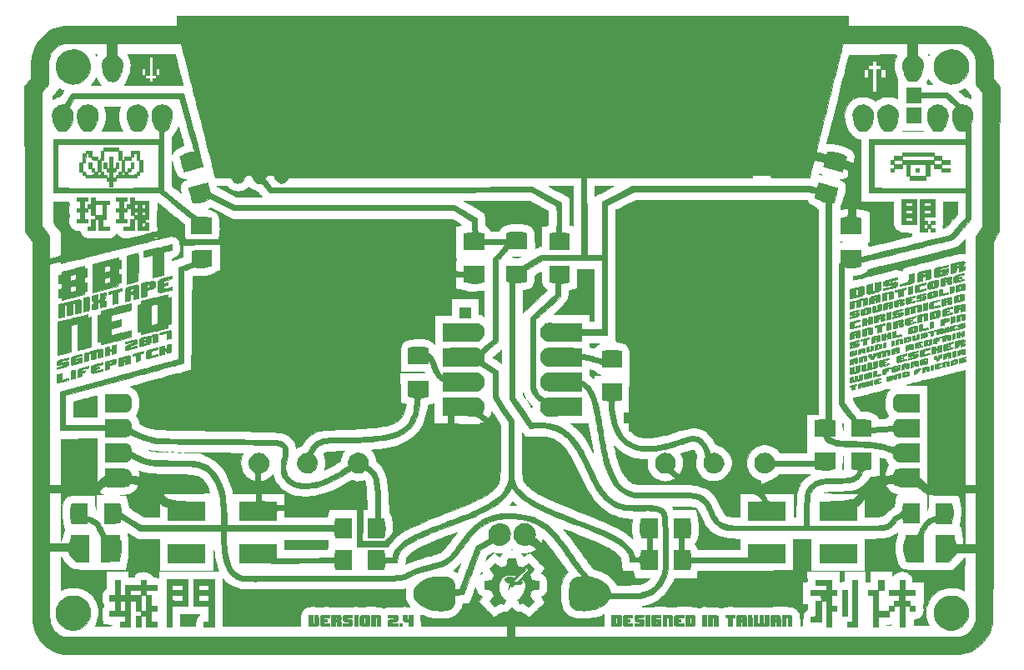
<source format=gbr>
G04 #@! TF.FileFunction,Soldermask,Top*
%FSLAX46Y46*%
G04 Gerber Fmt 4.6, Leading zero omitted, Abs format (unit mm)*
G04 Created by KiCad (PCBNEW 4.0.7-e0-6372~58~ubuntu16.04.1) date Fri Jul 21 22:06:20 2017*
%MOMM*%
%LPD*%
G01*
G04 APERTURE LIST*
%ADD10C,0.100000*%
%ADD11C,0.010000*%
%ADD12C,1.600000*%
%ADD13C,1.800000*%
%ADD14C,1.400000*%
G04 APERTURE END LIST*
D10*
D11*
G36*
X126199153Y-29928459D02*
X126204237Y-30016327D01*
X126208476Y-30132469D01*
X126211474Y-30262827D01*
X126212833Y-30393345D01*
X126212873Y-30414914D01*
X126213000Y-30726744D01*
X131901542Y-30733466D01*
X132487185Y-30734131D01*
X133032062Y-30734716D01*
X133537738Y-30735253D01*
X134005780Y-30735776D01*
X134437755Y-30736318D01*
X134835229Y-30736913D01*
X135199767Y-30737594D01*
X135532938Y-30738395D01*
X135836306Y-30739349D01*
X136111439Y-30740489D01*
X136359903Y-30741848D01*
X136583264Y-30743461D01*
X136783088Y-30745361D01*
X136960943Y-30747580D01*
X137118394Y-30750152D01*
X137257008Y-30753111D01*
X137378352Y-30756491D01*
X137483991Y-30760323D01*
X137575492Y-30764643D01*
X137654421Y-30769482D01*
X137722345Y-30774876D01*
X137780831Y-30780856D01*
X137831444Y-30787457D01*
X137875752Y-30794712D01*
X137915320Y-30802654D01*
X137951715Y-30811316D01*
X137986503Y-30820732D01*
X138021251Y-30830936D01*
X138057524Y-30841961D01*
X138096891Y-30853839D01*
X138140417Y-30866465D01*
X138509793Y-30992308D01*
X138861320Y-31155151D01*
X139192694Y-31352618D01*
X139501611Y-31582333D01*
X139785769Y-31841921D01*
X140042865Y-32129005D01*
X140270594Y-32441211D01*
X140466654Y-32776163D01*
X140628742Y-33131484D01*
X140754554Y-33504799D01*
X140776083Y-33585000D01*
X140800917Y-33683620D01*
X140821814Y-33772916D01*
X140839173Y-33857774D01*
X140853392Y-33943083D01*
X140864872Y-34033730D01*
X140874010Y-34134603D01*
X140881205Y-34250589D01*
X140886858Y-34386575D01*
X140891365Y-34547450D01*
X140895128Y-34738100D01*
X140898544Y-34963413D01*
X140900486Y-35109000D01*
X140913250Y-36093250D01*
X141236889Y-36522468D01*
X141560527Y-36951687D01*
X141545637Y-44286784D01*
X141530746Y-51621881D01*
X141206123Y-52128334D01*
X140881500Y-52634788D01*
X140881482Y-71774852D01*
X140881460Y-73004967D01*
X140881395Y-74192934D01*
X140881287Y-75338937D01*
X140881135Y-76443161D01*
X140880941Y-77505791D01*
X140880702Y-78527013D01*
X140880420Y-79507010D01*
X140880094Y-80445968D01*
X140879724Y-81344072D01*
X140879309Y-82201507D01*
X140878850Y-83018456D01*
X140878346Y-83795106D01*
X140877797Y-84531642D01*
X140877202Y-85228247D01*
X140876562Y-85885107D01*
X140875876Y-86502407D01*
X140875145Y-87080331D01*
X140874367Y-87619065D01*
X140873543Y-88118794D01*
X140872673Y-88579702D01*
X140871756Y-89001973D01*
X140870792Y-89385794D01*
X140869780Y-89731349D01*
X140868722Y-90038822D01*
X140867615Y-90308399D01*
X140866461Y-90540265D01*
X140865259Y-90734604D01*
X140864009Y-90891601D01*
X140862711Y-91011441D01*
X140861363Y-91094310D01*
X140859967Y-91140391D01*
X140859478Y-91147750D01*
X140801003Y-91549219D01*
X140703168Y-91936604D01*
X140566800Y-92308069D01*
X140392726Y-92661779D01*
X140181772Y-92995898D01*
X139934767Y-93308590D01*
X139838180Y-93414503D01*
X139550771Y-93688347D01*
X139241284Y-93926208D01*
X138910710Y-94127595D01*
X138560044Y-94292018D01*
X138190277Y-94418988D01*
X137802404Y-94508015D01*
X137547750Y-94544561D01*
X137520416Y-94545257D01*
X137451499Y-94545939D01*
X137341746Y-94546608D01*
X137191907Y-94547264D01*
X137002729Y-94547907D01*
X136774960Y-94548536D01*
X136509351Y-94549153D01*
X136206648Y-94549756D01*
X135867599Y-94550346D01*
X135492955Y-94550923D01*
X135083462Y-94551486D01*
X134639870Y-94552037D01*
X134162926Y-94552575D01*
X133653379Y-94553099D01*
X133111978Y-94553611D01*
X132539471Y-94554109D01*
X131936605Y-94554594D01*
X131304131Y-94555067D01*
X130642795Y-94555526D01*
X129953347Y-94555973D01*
X129236534Y-94556406D01*
X128493106Y-94556827D01*
X127723810Y-94557234D01*
X126929395Y-94557629D01*
X126110610Y-94558011D01*
X125268202Y-94558380D01*
X124402920Y-94558736D01*
X123515513Y-94559079D01*
X122606729Y-94559409D01*
X121677316Y-94559727D01*
X120728023Y-94560031D01*
X119759597Y-94560323D01*
X118772789Y-94560602D01*
X117768345Y-94560869D01*
X116747014Y-94561122D01*
X115709545Y-94561363D01*
X114656686Y-94561591D01*
X113589185Y-94561806D01*
X112507791Y-94562009D01*
X111413252Y-94562199D01*
X110306317Y-94562377D01*
X109187734Y-94562541D01*
X108058251Y-94562693D01*
X106918617Y-94562833D01*
X105769580Y-94562960D01*
X104611889Y-94563074D01*
X103446292Y-94563176D01*
X102273536Y-94563265D01*
X101094372Y-94563341D01*
X99909547Y-94563405D01*
X98719809Y-94563457D01*
X97525907Y-94563496D01*
X96328589Y-94563522D01*
X95128604Y-94563537D01*
X93926700Y-94563538D01*
X92723625Y-94563527D01*
X91520128Y-94563504D01*
X90316958Y-94563469D01*
X89114861Y-94563420D01*
X87914588Y-94563360D01*
X86716887Y-94563287D01*
X85522505Y-94563202D01*
X84332191Y-94563105D01*
X83146694Y-94562995D01*
X81966762Y-94562873D01*
X80793143Y-94562738D01*
X79626586Y-94562592D01*
X78467839Y-94562433D01*
X77317650Y-94562262D01*
X76176768Y-94562078D01*
X75045942Y-94561883D01*
X73925919Y-94561675D01*
X72817449Y-94561455D01*
X71721278Y-94561223D01*
X70638157Y-94560978D01*
X69568833Y-94560722D01*
X68514054Y-94560453D01*
X67474570Y-94560173D01*
X66451128Y-94559880D01*
X65444476Y-94559575D01*
X64455364Y-94559258D01*
X63484540Y-94558929D01*
X62532751Y-94558588D01*
X61600747Y-94558235D01*
X60689276Y-94557870D01*
X59799085Y-94557493D01*
X58930924Y-94557104D01*
X58085541Y-94556703D01*
X57263685Y-94556290D01*
X56466103Y-94555865D01*
X55693544Y-94555428D01*
X54946757Y-94554980D01*
X54226489Y-94554519D01*
X53533490Y-94554047D01*
X52868508Y-94553562D01*
X52232290Y-94553066D01*
X51625586Y-94552558D01*
X51049144Y-94552039D01*
X50503711Y-94551507D01*
X49990038Y-94550964D01*
X49508871Y-94550409D01*
X49060960Y-94549842D01*
X48647053Y-94549263D01*
X48267898Y-94548673D01*
X47924243Y-94548071D01*
X47616837Y-94547457D01*
X47346429Y-94546832D01*
X47113766Y-94546195D01*
X46919598Y-94545546D01*
X46764672Y-94544885D01*
X46649737Y-94544213D01*
X46575541Y-94543530D01*
X46542832Y-94542835D01*
X46541667Y-94542744D01*
X46191558Y-94483507D01*
X45842543Y-94386529D01*
X45502710Y-94254996D01*
X45180143Y-94092094D01*
X44882931Y-93901012D01*
X44847746Y-93875140D01*
X44716627Y-93769095D01*
X44572836Y-93639078D01*
X44427522Y-93496108D01*
X44291837Y-93351206D01*
X44176933Y-93215393D01*
X44165861Y-93201250D01*
X43970355Y-92924335D01*
X43802914Y-92632356D01*
X43660952Y-92319561D01*
X43541885Y-91980194D01*
X43443127Y-91608504D01*
X43435989Y-91577033D01*
X43377727Y-91317084D01*
X43371929Y-72002500D01*
X43366130Y-52687917D01*
X42583500Y-51655113D01*
X42583500Y-48486739D01*
X42583427Y-48115704D01*
X42583213Y-47706998D01*
X42582866Y-47265284D01*
X42582393Y-46795224D01*
X42581802Y-46301479D01*
X42581102Y-45788713D01*
X42580299Y-45261588D01*
X42579402Y-44724766D01*
X42578419Y-44182908D01*
X42577356Y-43640679D01*
X42576222Y-43102739D01*
X42575703Y-42873293D01*
X44318512Y-42873293D01*
X44318516Y-43317600D01*
X44318620Y-43763904D01*
X44318825Y-44210188D01*
X44319131Y-44654435D01*
X44319540Y-45094629D01*
X44320051Y-45528753D01*
X44320665Y-45954789D01*
X44321384Y-46370722D01*
X44322207Y-46774534D01*
X44323135Y-47164208D01*
X44324169Y-47537728D01*
X44325310Y-47893076D01*
X44326558Y-48228237D01*
X44327913Y-48541192D01*
X44329377Y-48829927D01*
X44330949Y-49092422D01*
X44332632Y-49326663D01*
X44332998Y-49371887D01*
X44347222Y-51093524D01*
X44724778Y-51591796D01*
X45102334Y-52090067D01*
X45102334Y-53230367D01*
X45102565Y-53494126D01*
X45103295Y-53717974D01*
X45104575Y-53904330D01*
X45106460Y-54055612D01*
X45109002Y-54174241D01*
X45112253Y-54262636D01*
X45116267Y-54323216D01*
X45121096Y-54358401D01*
X45126794Y-54370610D01*
X45127256Y-54370667D01*
X45152025Y-54365666D01*
X45211035Y-54351800D01*
X45297533Y-54330769D01*
X45404765Y-54304275D01*
X45525980Y-54274020D01*
X45654424Y-54241706D01*
X45783344Y-54209034D01*
X45905989Y-54177706D01*
X46015606Y-54149425D01*
X46105441Y-54125891D01*
X46168742Y-54108806D01*
X46187125Y-54103571D01*
X46195057Y-54099167D01*
X46201773Y-54088833D01*
X46207373Y-54069304D01*
X46211958Y-54037312D01*
X46215628Y-53989592D01*
X46218485Y-53922876D01*
X46220628Y-53833899D01*
X46222158Y-53719393D01*
X46223176Y-53576092D01*
X46223783Y-53400730D01*
X46224080Y-53190040D01*
X46224166Y-52940755D01*
X46224167Y-52901333D01*
X46224167Y-51710018D01*
X46163326Y-51627468D01*
X46132951Y-51587541D01*
X46080748Y-51520322D01*
X46011276Y-51431623D01*
X45929095Y-51327254D01*
X45838766Y-51213027D01*
X45783009Y-51142750D01*
X45463531Y-50740584D01*
X45462167Y-48591652D01*
X47036403Y-48602750D01*
X47054938Y-48674302D01*
X47076823Y-48738282D01*
X47103310Y-48791388D01*
X47117403Y-48819845D01*
X47118650Y-48852042D01*
X47105301Y-48899483D01*
X47075604Y-48973670D01*
X47075534Y-48973837D01*
X47052305Y-49032045D01*
X47036307Y-49083664D01*
X47026204Y-49138725D01*
X47020663Y-49207263D01*
X47018348Y-49299311D01*
X47017921Y-49407084D01*
X47018536Y-49528315D01*
X47021242Y-49617175D01*
X47027335Y-49683620D01*
X47038110Y-49737605D01*
X47054860Y-49789085D01*
X47073667Y-49835709D01*
X47129413Y-49968000D01*
X47075254Y-50100292D01*
X47049668Y-50170365D01*
X47032278Y-50240496D01*
X47021000Y-50323165D01*
X47013752Y-50430856D01*
X47011590Y-50481742D01*
X47009582Y-50643494D01*
X47017318Y-50766192D01*
X47029245Y-50830992D01*
X47097991Y-51012831D01*
X47198826Y-51179312D01*
X47325739Y-51322331D01*
X47472716Y-51433786D01*
X47479620Y-51437880D01*
X47586436Y-51488271D01*
X47716176Y-51531537D01*
X47850321Y-51562605D01*
X47970349Y-51576401D01*
X47986252Y-51576667D01*
X48078759Y-51583481D01*
X48138262Y-51606484D01*
X48172248Y-51649514D01*
X48181266Y-51676650D01*
X48218933Y-51773098D01*
X48283132Y-51880696D01*
X48365394Y-51986778D01*
X48439588Y-52063020D01*
X48539783Y-52147274D01*
X48635352Y-52208674D01*
X48743498Y-52256959D01*
X48838887Y-52289097D01*
X48869993Y-52297856D01*
X48904241Y-52305205D01*
X48945445Y-52311267D01*
X48997418Y-52316163D01*
X49063972Y-52320017D01*
X49148921Y-52322949D01*
X49256078Y-52325083D01*
X49389255Y-52326541D01*
X49552266Y-52327444D01*
X49748923Y-52327916D01*
X49983039Y-52328077D01*
X50055334Y-52328084D01*
X50302368Y-52327960D01*
X50510879Y-52327514D01*
X50684676Y-52326631D01*
X50827567Y-52325197D01*
X50943362Y-52323098D01*
X51035870Y-52320220D01*
X51108900Y-52316450D01*
X51166262Y-52311672D01*
X51211764Y-52305773D01*
X51249216Y-52298639D01*
X51277678Y-52291488D01*
X51475114Y-52217711D01*
X51643246Y-52113578D01*
X51782712Y-51978661D01*
X51825809Y-51922775D01*
X51892368Y-51829496D01*
X51966739Y-51930809D01*
X52087893Y-52067567D01*
X52230040Y-52174243D01*
X52396702Y-52252471D01*
X52591400Y-52303887D01*
X52817654Y-52330124D01*
X52828167Y-52330714D01*
X53050417Y-52342683D01*
X53079215Y-52335260D01*
X55209417Y-52335260D01*
X55627459Y-52336963D01*
X56045500Y-52338667D01*
X56045500Y-52232834D01*
X56042644Y-52172473D01*
X56035342Y-52134199D01*
X56029625Y-52127096D01*
X56005121Y-52132201D01*
X55946172Y-52146369D01*
X55859296Y-52167979D01*
X55751012Y-52195405D01*
X55627836Y-52227025D01*
X55611584Y-52231226D01*
X55209417Y-52335260D01*
X53079215Y-52335260D01*
X54536332Y-51959675D01*
X54779518Y-51897043D01*
X55010719Y-51837598D01*
X55226671Y-51782172D01*
X55424108Y-51731599D01*
X55599765Y-51686712D01*
X55750378Y-51648345D01*
X55872679Y-51617331D01*
X55963406Y-51594503D01*
X56019291Y-51580695D01*
X56037064Y-51576667D01*
X56042997Y-51556762D01*
X56046043Y-51501855D01*
X56046514Y-51419156D01*
X56044721Y-51315874D01*
X56040973Y-51199219D01*
X56035583Y-51076401D01*
X56028861Y-50954631D01*
X56021117Y-50841118D01*
X56012662Y-50743073D01*
X56003808Y-50667704D01*
X55996102Y-50626487D01*
X55979215Y-50538025D01*
X55979086Y-50468174D01*
X55981843Y-50455380D01*
X55993895Y-50404410D01*
X56004209Y-50339494D01*
X56013014Y-50256674D01*
X56020538Y-50151989D01*
X56027009Y-50021480D01*
X56032656Y-49861187D01*
X56037707Y-49667152D01*
X56042390Y-49435413D01*
X56043164Y-49392119D01*
X56056084Y-48657488D01*
X56627584Y-49134738D01*
X56854658Y-49323860D01*
X57081634Y-49511942D01*
X57304690Y-49695871D01*
X57520007Y-49872533D01*
X57723764Y-50038813D01*
X57912140Y-50191599D01*
X58081314Y-50327775D01*
X58227468Y-50444230D01*
X58346779Y-50537848D01*
X58389708Y-50570942D01*
X58478474Y-50639304D01*
X58538973Y-50688410D01*
X58576624Y-50724646D01*
X58596843Y-50754397D01*
X58605049Y-50784049D01*
X58606659Y-50819987D01*
X58606667Y-50826656D01*
X58606667Y-50916357D01*
X58797167Y-50859025D01*
X58798753Y-50969138D01*
X58801713Y-51150015D01*
X58805396Y-51335993D01*
X58809650Y-51522199D01*
X58814321Y-51703757D01*
X58819255Y-51875796D01*
X58824299Y-52033439D01*
X58829299Y-52171815D01*
X58834101Y-52286048D01*
X58838552Y-52371265D01*
X58842499Y-52422593D01*
X58844976Y-52435865D01*
X58867824Y-52437811D01*
X58929825Y-52439231D01*
X59027802Y-52440133D01*
X59158577Y-52440526D01*
X59318975Y-52440417D01*
X59505819Y-52439815D01*
X59715930Y-52438728D01*
X59946132Y-52437165D01*
X60193249Y-52435133D01*
X60454103Y-52432642D01*
X60579630Y-52431325D01*
X62300250Y-52412750D01*
X62349683Y-51915334D01*
X62365806Y-51748934D01*
X62377457Y-51614474D01*
X62384935Y-51501827D01*
X62388538Y-51400869D01*
X62388566Y-51301474D01*
X62385317Y-51193517D01*
X62379089Y-51066874D01*
X62376233Y-51015750D01*
X62358260Y-50754106D01*
X62335441Y-50529930D01*
X62306299Y-50338493D01*
X62269355Y-50175062D01*
X62223131Y-50034909D01*
X62166150Y-49913302D01*
X62096933Y-49805511D01*
X62014004Y-49706805D01*
X61946458Y-49640079D01*
X61778488Y-49511448D01*
X61587973Y-49416657D01*
X61371676Y-49354129D01*
X61350919Y-49350046D01*
X61280389Y-49335019D01*
X61229889Y-49321116D01*
X61210173Y-49311307D01*
X61210167Y-49311188D01*
X61228272Y-49297826D01*
X61274690Y-49276724D01*
X61313572Y-49261846D01*
X61416977Y-49224661D01*
X62562328Y-49797414D01*
X63707680Y-50370167D01*
X85960594Y-50370167D01*
X86454144Y-50671303D01*
X86582783Y-50750588D01*
X86697822Y-50823027D01*
X86794793Y-50885679D01*
X86869227Y-50935607D01*
X86916654Y-50969868D01*
X86932605Y-50985525D01*
X86932389Y-50985885D01*
X86906985Y-50993062D01*
X86847314Y-51003810D01*
X86761168Y-51016899D01*
X86656339Y-51031100D01*
X86604875Y-51037559D01*
X86292667Y-51075788D01*
X86292667Y-52691477D01*
X86292734Y-52993403D01*
X86292974Y-53255722D01*
X86293441Y-53481158D01*
X86294189Y-53672438D01*
X86295275Y-53832287D01*
X86296754Y-53963431D01*
X86298680Y-54068595D01*
X86301109Y-54150505D01*
X86304096Y-54211887D01*
X86307696Y-54255466D01*
X86311964Y-54283968D01*
X86316955Y-54300118D01*
X86322724Y-54306641D01*
X86325350Y-54307167D01*
X86335422Y-54310997D01*
X86342804Y-54325664D01*
X86347642Y-54355938D01*
X86350080Y-54406585D01*
X86350263Y-54482372D01*
X86348334Y-54588068D01*
X86344438Y-54728440D01*
X86341225Y-54831042D01*
X86336454Y-54986301D01*
X86332209Y-55136993D01*
X86328693Y-55274884D01*
X86326108Y-55391741D01*
X86324658Y-55479332D01*
X86324417Y-55513667D01*
X86324417Y-55672417D01*
X86641917Y-55697015D01*
X86762818Y-55705983D01*
X86877312Y-55713759D01*
X86974703Y-55719666D01*
X87044297Y-55723026D01*
X87059959Y-55723473D01*
X87160500Y-55725334D01*
X87160500Y-55153834D01*
X89171334Y-55153834D01*
X89171334Y-56716765D01*
X89070792Y-56750077D01*
X88756470Y-56831968D01*
X88426457Y-56874563D01*
X88080809Y-56877864D01*
X87719583Y-56841869D01*
X87342834Y-56766581D01*
X87248283Y-56742173D01*
X87161920Y-56718917D01*
X87155918Y-56492000D01*
X87149917Y-56265084D01*
X86832417Y-56240486D01*
X86710587Y-56231491D01*
X86594264Y-56223698D01*
X86494455Y-56217791D01*
X86422168Y-56214451D01*
X86406120Y-56214027D01*
X86297324Y-56212167D01*
X86283801Y-56651375D01*
X86279368Y-56795631D01*
X86275051Y-56936611D01*
X86271143Y-57064743D01*
X86267936Y-57170454D01*
X86265720Y-57244174D01*
X86265597Y-57248316D01*
X86260917Y-57406049D01*
X86620750Y-57485816D01*
X86774227Y-57520252D01*
X86950416Y-57560446D01*
X87130896Y-57602159D01*
X87297242Y-57641148D01*
X87351000Y-57653911D01*
X87721417Y-57742239D01*
X88134167Y-57728736D01*
X88358792Y-57718768D01*
X88578649Y-57704080D01*
X88784312Y-57685520D01*
X88966354Y-57663936D01*
X89113125Y-57640599D01*
X89192500Y-57625622D01*
X89192500Y-60279049D01*
X89134292Y-60237116D01*
X89083316Y-60195472D01*
X89024147Y-60140479D01*
X89003140Y-60119258D01*
X88957382Y-60075659D01*
X88916717Y-60052964D01*
X88863811Y-60044453D01*
X88807348Y-60043334D01*
X88684500Y-60043334D01*
X88684500Y-58455834D01*
X85911667Y-58455834D01*
X85911667Y-60085667D01*
X85438810Y-60085667D01*
X85269370Y-60086381D01*
X85084375Y-60088365D01*
X84898385Y-60091384D01*
X84725962Y-60095204D01*
X84584741Y-60099475D01*
X84203528Y-60113284D01*
X84176271Y-61078434D01*
X84166535Y-61484110D01*
X84161355Y-61850057D01*
X84160727Y-62175817D01*
X84164648Y-62460935D01*
X84173115Y-62704954D01*
X84186124Y-62907416D01*
X84188757Y-62937338D01*
X84200873Y-63069093D01*
X84045561Y-62914318D01*
X83924426Y-62805942D01*
X83794882Y-62716013D01*
X83652608Y-62643440D01*
X83493286Y-62587133D01*
X83312593Y-62545999D01*
X83106209Y-62518949D01*
X82869815Y-62504892D01*
X82599089Y-62502736D01*
X82429750Y-62506355D01*
X82157880Y-62517720D01*
X81923819Y-62534933D01*
X81723325Y-62558968D01*
X81552157Y-62590796D01*
X81406072Y-62631388D01*
X81280828Y-62681716D01*
X81172184Y-62742751D01*
X81075897Y-62815466D01*
X81074343Y-62816808D01*
X80968182Y-62920351D01*
X80887814Y-63029173D01*
X80821675Y-63159705D01*
X80805679Y-63198480D01*
X80783651Y-63254915D01*
X80764870Y-63307520D01*
X80749047Y-63360136D01*
X80735892Y-63416604D01*
X80725115Y-63480765D01*
X80716428Y-63556461D01*
X80709541Y-63647533D01*
X80704165Y-63757822D01*
X80700010Y-63891169D01*
X80696787Y-64051415D01*
X80694206Y-64242402D01*
X80691979Y-64467970D01*
X80689816Y-64731962D01*
X80689776Y-64737042D01*
X80680625Y-65906500D01*
X81930896Y-65906500D01*
X82226270Y-65906857D01*
X82482943Y-65907921D01*
X82700382Y-65909684D01*
X82878055Y-65912137D01*
X83015429Y-65915270D01*
X83111974Y-65919075D01*
X83167155Y-65923542D01*
X83181167Y-65927667D01*
X83160089Y-65932628D01*
X83097201Y-65936945D01*
X82993021Y-65940608D01*
X82848068Y-65943610D01*
X82662860Y-65945942D01*
X82437915Y-65947595D01*
X82173752Y-65948560D01*
X81908117Y-65948834D01*
X80635068Y-65948834D01*
X80648435Y-66271625D01*
X80651795Y-66358593D01*
X80656218Y-66482117D01*
X80661514Y-66636440D01*
X80667493Y-66815802D01*
X80673966Y-67014446D01*
X80680743Y-67226613D01*
X80687634Y-67446544D01*
X80694293Y-67663334D01*
X80700952Y-67877782D01*
X80707623Y-68083936D01*
X80714131Y-68277023D01*
X80720304Y-68452268D01*
X80725970Y-68604900D01*
X80730955Y-68730144D01*
X80735086Y-68823228D01*
X80738191Y-68879378D01*
X80738504Y-68883640D01*
X80750224Y-69035030D01*
X81013196Y-69103924D01*
X81135703Y-69137969D01*
X81218763Y-69165756D01*
X81264660Y-69188148D01*
X81276167Y-69203209D01*
X81270590Y-69256736D01*
X81255383Y-69341157D01*
X81232831Y-69446744D01*
X81205222Y-69563769D01*
X81174840Y-69682504D01*
X81143972Y-69793222D01*
X81117443Y-69878640D01*
X81022844Y-70129181D01*
X80914053Y-70351097D01*
X80788059Y-70546669D01*
X80641847Y-70718175D01*
X80472405Y-70867897D01*
X80276719Y-70998113D01*
X80051776Y-71111103D01*
X79794563Y-71209148D01*
X79502067Y-71294527D01*
X79171275Y-71369519D01*
X79138334Y-71376071D01*
X78933525Y-71414281D01*
X78720602Y-71449698D01*
X78496809Y-71482550D01*
X78259390Y-71513060D01*
X78005589Y-71541455D01*
X77732649Y-71567961D01*
X77437814Y-71592802D01*
X77118329Y-71616204D01*
X76771436Y-71638393D01*
X76394381Y-71659595D01*
X75984406Y-71680034D01*
X75538756Y-71699936D01*
X75054674Y-71719527D01*
X74841500Y-71727632D01*
X74488632Y-71741133D01*
X74175023Y-71753882D01*
X73897610Y-71766133D01*
X73653331Y-71778136D01*
X73439123Y-71790146D01*
X73251924Y-71802414D01*
X73088671Y-71815194D01*
X72946301Y-71828737D01*
X72821752Y-71843296D01*
X72711962Y-71859124D01*
X72613868Y-71876473D01*
X72524407Y-71895596D01*
X72440516Y-71916745D01*
X72395767Y-71929295D01*
X72171970Y-72010021D01*
X71939834Y-72122555D01*
X71709259Y-72260503D01*
X71490144Y-72417468D01*
X71292389Y-72587057D01*
X71151014Y-72733451D01*
X71089813Y-72807874D01*
X71020480Y-72898997D01*
X70949374Y-72997674D01*
X70882857Y-73094754D01*
X70827289Y-73181091D01*
X70789030Y-73247535D01*
X70779351Y-73268032D01*
X70750619Y-73309432D01*
X70696575Y-73345538D01*
X70630081Y-73374588D01*
X70554760Y-73408405D01*
X70460322Y-73457345D01*
X70362792Y-73512923D01*
X70324729Y-73536226D01*
X70144629Y-73649296D01*
X70121040Y-73529690D01*
X70075836Y-73348136D01*
X70013862Y-73168202D01*
X69940008Y-73001664D01*
X69859162Y-72860302D01*
X69821249Y-72807331D01*
X69659170Y-72625592D01*
X69471114Y-72459556D01*
X69266733Y-72316294D01*
X69055678Y-72202877D01*
X68924027Y-72150067D01*
X68871031Y-72132825D01*
X68814105Y-72116626D01*
X68751714Y-72101407D01*
X68682318Y-72087102D01*
X68604380Y-72073650D01*
X68516362Y-72060986D01*
X68416727Y-72049046D01*
X68303935Y-72037767D01*
X68176450Y-72027085D01*
X68032734Y-72016937D01*
X67871248Y-72007259D01*
X67690455Y-71997988D01*
X67488816Y-71989059D01*
X67264795Y-71980409D01*
X67016853Y-71971975D01*
X66743452Y-71963692D01*
X66443054Y-71955497D01*
X66114122Y-71947327D01*
X65755117Y-71939118D01*
X65364502Y-71930806D01*
X64940739Y-71922328D01*
X64482290Y-71913620D01*
X63987617Y-71904617D01*
X63455182Y-71895258D01*
X62883447Y-71885478D01*
X62289667Y-71875525D01*
X61692773Y-71865539D01*
X61136528Y-71856092D01*
X60619250Y-71847130D01*
X60139259Y-71838603D01*
X59694873Y-71830459D01*
X59284412Y-71822645D01*
X58906195Y-71815109D01*
X58558540Y-71807801D01*
X58239767Y-71800667D01*
X57948195Y-71793657D01*
X57682143Y-71786717D01*
X57439930Y-71779798D01*
X57219875Y-71772845D01*
X57020298Y-71765809D01*
X56839516Y-71758636D01*
X56675851Y-71751275D01*
X56527619Y-71743674D01*
X56393141Y-71735782D01*
X56270736Y-71727546D01*
X56158722Y-71718914D01*
X56055420Y-71709836D01*
X55959147Y-71700257D01*
X55868223Y-71690128D01*
X55780967Y-71679396D01*
X55734424Y-71673284D01*
X55566466Y-71647446D01*
X55408318Y-71615303D01*
X55252346Y-71574372D01*
X55090914Y-71522167D01*
X54916389Y-71456203D01*
X54721134Y-71373995D01*
X54497515Y-71273060D01*
X54480586Y-71265222D01*
X54217423Y-71143200D01*
X54195719Y-71042306D01*
X79267097Y-71042306D01*
X79282363Y-71045829D01*
X79330708Y-71048503D01*
X79402881Y-71049896D01*
X79431139Y-71050000D01*
X79510671Y-71047796D01*
X79570887Y-71041929D01*
X79601876Y-71033520D01*
X79604000Y-71030466D01*
X79584948Y-71024347D01*
X79535894Y-71021664D01*
X79468995Y-71021989D01*
X79396406Y-71024894D01*
X79330283Y-71029954D01*
X79282781Y-71036739D01*
X79267097Y-71042306D01*
X54195719Y-71042306D01*
X54180963Y-70973717D01*
X54111529Y-70733254D01*
X54012582Y-70515577D01*
X53947769Y-70409850D01*
X53865200Y-70288284D01*
X53936866Y-70187600D01*
X54059021Y-69985952D01*
X54148949Y-69767658D01*
X54208210Y-69527736D01*
X54238362Y-69261208D01*
X54240498Y-69217968D01*
X54239499Y-68902757D01*
X54209806Y-68609053D01*
X54152008Y-68340358D01*
X54066693Y-68100171D01*
X54044552Y-68052048D01*
X53940899Y-67880022D01*
X53804847Y-67720680D01*
X53645369Y-67582322D01*
X53471442Y-67473249D01*
X53368951Y-67427238D01*
X53307561Y-67402473D01*
X53267093Y-67383678D01*
X53256742Y-67375869D01*
X53277505Y-67369729D01*
X53336896Y-67353123D01*
X53432685Y-67326659D01*
X53562643Y-67290946D01*
X53724540Y-67246592D01*
X53916144Y-67194206D01*
X54135227Y-67134396D01*
X54379557Y-67067770D01*
X54646905Y-66994936D01*
X54935040Y-66916504D01*
X55241731Y-66833081D01*
X55564750Y-66745276D01*
X55901866Y-66653697D01*
X56250848Y-66558952D01*
X56351770Y-66531564D01*
X56703651Y-66436053D01*
X57044263Y-66343554D01*
X57371377Y-66254673D01*
X57682767Y-66170017D01*
X57976206Y-66090193D01*
X58249466Y-66015809D01*
X58500320Y-65947471D01*
X58726542Y-65885787D01*
X58925903Y-65831364D01*
X59096178Y-65784808D01*
X59235138Y-65746727D01*
X59340558Y-65717727D01*
X59410209Y-65698417D01*
X59441864Y-65689402D01*
X59443618Y-65688803D01*
X59445041Y-65667416D01*
X59448047Y-65607661D01*
X59452463Y-65513463D01*
X59458112Y-65388751D01*
X59464821Y-65237451D01*
X59472414Y-65063491D01*
X59480715Y-64870798D01*
X59489550Y-64663300D01*
X59493364Y-64573000D01*
X59504085Y-64312524D01*
X59513922Y-64059754D01*
X59522927Y-63811634D01*
X59531155Y-63565106D01*
X59538660Y-63317113D01*
X59545495Y-63064598D01*
X59549727Y-62887625D01*
X80415330Y-62887625D01*
X80416817Y-62995558D01*
X80420047Y-63098734D01*
X80424795Y-63188880D01*
X80430838Y-63257726D01*
X80437949Y-63297000D01*
X80442172Y-63303000D01*
X80444560Y-63282872D01*
X80446380Y-63226633D01*
X80447557Y-63140505D01*
X80448016Y-63030707D01*
X80447683Y-62903461D01*
X80447425Y-62863792D01*
X80446248Y-62719589D01*
X80444966Y-62614865D01*
X80443303Y-62546767D01*
X80440982Y-62512439D01*
X80437725Y-62509028D01*
X80433256Y-62533681D01*
X80427298Y-62583543D01*
X80423572Y-62617991D01*
X80418482Y-62690570D01*
X80415810Y-62783205D01*
X80415330Y-62887625D01*
X59549727Y-62887625D01*
X59551715Y-62804503D01*
X59557372Y-62533773D01*
X59562522Y-62249349D01*
X59567218Y-61948175D01*
X59571514Y-61627193D01*
X59575464Y-61283346D01*
X59579121Y-60913577D01*
X59582540Y-60514829D01*
X59585774Y-60084045D01*
X59588877Y-59618168D01*
X59591903Y-59114140D01*
X59593009Y-58918321D01*
X59608039Y-56216392D01*
X59758228Y-56171953D01*
X59820793Y-56154755D01*
X59878092Y-56143230D01*
X59939770Y-56136750D01*
X60015473Y-56134688D01*
X60114844Y-56136417D01*
X60236500Y-56140859D01*
X60491564Y-56144678D01*
X60732805Y-56133450D01*
X60976600Y-56105785D01*
X61239327Y-56060293D01*
X61278871Y-56052357D01*
X61360161Y-56035440D01*
X61427274Y-56019609D01*
X61487225Y-56001813D01*
X61547029Y-55979003D01*
X61613701Y-55948128D01*
X61694257Y-55906138D01*
X61795711Y-55849983D01*
X61925078Y-55776613D01*
X61963665Y-55754618D01*
X62395500Y-55508399D01*
X62395521Y-54225158D01*
X62395541Y-52941917D01*
X60707479Y-52958086D01*
X60438367Y-52960796D01*
X60177498Y-52963678D01*
X59928562Y-52966677D01*
X59695246Y-52969735D01*
X59481241Y-52972798D01*
X59290236Y-52975809D01*
X59125921Y-52978712D01*
X58991984Y-52981452D01*
X58892115Y-52983972D01*
X58830003Y-52986216D01*
X58821126Y-52986707D01*
X58622835Y-52999159D01*
X58641139Y-53415038D01*
X58647021Y-53558087D01*
X58652126Y-53700186D01*
X58656127Y-53830742D01*
X58658696Y-53939161D01*
X58659513Y-54009156D01*
X58659584Y-54187396D01*
X58151584Y-54352335D01*
X57976391Y-54409260D01*
X57837369Y-54454183D01*
X57730350Y-54487941D01*
X57651164Y-54511371D01*
X57595645Y-54525311D01*
X57559623Y-54530597D01*
X57538929Y-54528066D01*
X57529396Y-54518555D01*
X57526855Y-54502903D01*
X57527138Y-54481945D01*
X57527167Y-54477728D01*
X57536429Y-54425131D01*
X57571892Y-54394634D01*
X57585375Y-54388729D01*
X57786335Y-54297259D01*
X57950120Y-54197679D01*
X58081697Y-54085873D01*
X58186034Y-53957730D01*
X58257219Y-53832466D01*
X58310420Y-53701333D01*
X58346273Y-53561413D01*
X58366705Y-53402255D01*
X58373644Y-53213407D01*
X58373674Y-53201209D01*
X58372660Y-53103935D01*
X58368721Y-53041921D01*
X58360780Y-53008133D01*
X58347760Y-52995538D01*
X58342084Y-52994834D01*
X58324082Y-52985479D01*
X58314181Y-52952130D01*
X58310503Y-52886860D01*
X58310334Y-52860631D01*
X58304881Y-52766357D01*
X58284647Y-52685221D01*
X58246610Y-52598907D01*
X58165861Y-52473311D01*
X58056891Y-52354322D01*
X57932675Y-52254530D01*
X57833566Y-52198124D01*
X57727967Y-52160177D01*
X57603739Y-52131247D01*
X57477440Y-52114042D01*
X57365628Y-52111266D01*
X57326084Y-52115189D01*
X57292548Y-52122216D01*
X57221208Y-52138595D01*
X57115358Y-52163531D01*
X56978293Y-52196229D01*
X56813308Y-52235893D01*
X56623697Y-52281729D01*
X56412755Y-52332942D01*
X56183777Y-52388736D01*
X55940057Y-52448316D01*
X55684891Y-52510887D01*
X55601000Y-52531500D01*
X55341604Y-52595129D01*
X55091668Y-52656169D01*
X54854595Y-52713805D01*
X54633791Y-52767222D01*
X54432661Y-52815603D01*
X54254608Y-52858135D01*
X54103037Y-52894001D01*
X53981353Y-52922386D01*
X53892961Y-52942474D01*
X53841265Y-52953451D01*
X53833584Y-52954819D01*
X53768187Y-52967841D01*
X53672947Y-52990299D01*
X53558579Y-53019507D01*
X53435799Y-53052775D01*
X53378500Y-53068973D01*
X53256797Y-53102287D01*
X53105558Y-53141219D01*
X52936712Y-53182844D01*
X52762185Y-53224235D01*
X52593905Y-53262468D01*
X52553000Y-53271453D01*
X52385759Y-53308983D01*
X52247858Y-53342202D01*
X52142269Y-53370310D01*
X52071965Y-53392510D01*
X52039917Y-53408003D01*
X52038657Y-53409584D01*
X52007395Y-53430360D01*
X51955361Y-53439325D01*
X51953744Y-53439334D01*
X51922908Y-53444372D01*
X51854267Y-53458968D01*
X51751066Y-53482345D01*
X51616552Y-53513725D01*
X51453971Y-53552330D01*
X51266570Y-53597383D01*
X51057595Y-53648106D01*
X50830293Y-53703722D01*
X50587910Y-53763452D01*
X50333692Y-53826521D01*
X50245587Y-53848474D01*
X49947738Y-53922796D01*
X49688303Y-53987638D01*
X49464620Y-54043749D01*
X49274023Y-54091879D01*
X49113850Y-54132777D01*
X48981436Y-54167192D01*
X48874117Y-54195873D01*
X48789230Y-54219569D01*
X48724110Y-54239030D01*
X48676094Y-54255004D01*
X48642517Y-54268241D01*
X48620715Y-54279491D01*
X48608026Y-54289502D01*
X48601784Y-54299023D01*
X48599326Y-54308804D01*
X48598968Y-54311559D01*
X48586308Y-54349804D01*
X48551914Y-54370285D01*
X48514302Y-54378435D01*
X48438411Y-54387218D01*
X48356741Y-54391522D01*
X48348165Y-54391601D01*
X48255721Y-54397559D01*
X48128906Y-54414119D01*
X47973947Y-54439894D01*
X47797073Y-54473495D01*
X47604512Y-54513532D01*
X47402492Y-54558618D01*
X47197241Y-54607364D01*
X46994987Y-54658381D01*
X46801958Y-54710281D01*
X46624382Y-54761675D01*
X46472875Y-54809702D01*
X46224167Y-54893030D01*
X46224167Y-54766963D01*
X46223150Y-54697301D01*
X46217606Y-54661063D01*
X46203794Y-54649346D01*
X46177973Y-54653247D01*
X46176542Y-54653627D01*
X46143411Y-54662270D01*
X46075459Y-54679834D01*
X45978870Y-54704726D01*
X45859831Y-54735353D01*
X45724528Y-54770122D01*
X45615605Y-54798086D01*
X45102294Y-54929813D01*
X45107605Y-66159615D01*
X45112917Y-77389417D01*
X45679125Y-77395054D01*
X46245334Y-77400692D01*
X46245334Y-72743334D01*
X46367042Y-72742915D01*
X46407099Y-72742210D01*
X46485992Y-72740298D01*
X46600243Y-72737277D01*
X46746374Y-72733247D01*
X46920908Y-72728308D01*
X47120367Y-72722559D01*
X47341274Y-72716101D01*
X47580152Y-72709032D01*
X47833522Y-72701453D01*
X48097907Y-72693463D01*
X48181249Y-72690927D01*
X48444832Y-72682951D01*
X48695912Y-72675458D01*
X48931314Y-72668538D01*
X49147863Y-72662279D01*
X49342385Y-72656769D01*
X49511706Y-72652096D01*
X49652650Y-72648350D01*
X49762043Y-72645618D01*
X49836712Y-72643988D01*
X49873480Y-72643550D01*
X49876861Y-72643721D01*
X49880592Y-72669463D01*
X49884334Y-72733784D01*
X49888044Y-72832933D01*
X49891678Y-72963157D01*
X49895192Y-73120703D01*
X49898543Y-73301817D01*
X49901687Y-73502748D01*
X49904581Y-73719742D01*
X49907181Y-73949046D01*
X49909444Y-74186908D01*
X49911325Y-74429574D01*
X49912782Y-74673292D01*
X49913770Y-74914309D01*
X49914247Y-75148872D01*
X49914168Y-75373229D01*
X49913490Y-75583625D01*
X49912620Y-75722542D01*
X49911022Y-75958181D01*
X49909946Y-76180879D01*
X49909384Y-76387099D01*
X49909322Y-76573308D01*
X49909751Y-76735969D01*
X49910658Y-76871547D01*
X49912032Y-76976508D01*
X49913863Y-77047317D01*
X49916139Y-77080438D01*
X49916942Y-77082500D01*
X49936401Y-77069278D01*
X49983460Y-77032060D01*
X50053678Y-76974517D01*
X50142616Y-76900319D01*
X50245831Y-76813139D01*
X50342810Y-76730425D01*
X50471042Y-76620584D01*
X52067004Y-76620584D01*
X52085864Y-76739105D01*
X52110317Y-76800503D01*
X52181209Y-76902546D01*
X52275744Y-76973317D01*
X52386284Y-77010066D01*
X52505191Y-77010043D01*
X52606793Y-76979214D01*
X52710058Y-76912439D01*
X52783874Y-76824216D01*
X52827968Y-76722038D01*
X52842064Y-76613399D01*
X52825888Y-76505792D01*
X52779165Y-76406710D01*
X52701622Y-76323647D01*
X52632381Y-76280731D01*
X52511675Y-76242173D01*
X52396000Y-76240896D01*
X52290325Y-76271954D01*
X52199619Y-76330399D01*
X52128850Y-76411284D01*
X52082989Y-76509661D01*
X52067004Y-76620584D01*
X50471042Y-76620584D01*
X50753834Y-76378351D01*
X50753834Y-75726731D01*
X51849209Y-75732574D01*
X52093475Y-75733947D01*
X52299067Y-75735339D01*
X52469644Y-75736895D01*
X52608865Y-75738760D01*
X52720389Y-75741080D01*
X52807875Y-75744001D01*
X52874982Y-75747668D01*
X52925369Y-75752225D01*
X52962695Y-75757820D01*
X52990618Y-75764597D01*
X53012799Y-75772702D01*
X53027206Y-75779411D01*
X53145629Y-75859453D01*
X53243394Y-75967464D01*
X53314359Y-76093871D01*
X53352381Y-76229100D01*
X53357127Y-76293639D01*
X53356982Y-76342459D01*
X53360896Y-76375942D01*
X53375713Y-76398255D01*
X53408278Y-76413565D01*
X53465435Y-76426041D01*
X53554028Y-76439850D01*
X53611334Y-76448418D01*
X53702229Y-76463742D01*
X53816458Y-76485275D01*
X53936134Y-76509570D01*
X54000470Y-76523451D01*
X54093778Y-76543930D01*
X54170921Y-76560492D01*
X54223107Y-76571273D01*
X54241330Y-76574500D01*
X54245444Y-76555079D01*
X54243885Y-76502722D01*
X54237707Y-76426288D01*
X54227960Y-76334638D01*
X54215697Y-76236631D01*
X54201970Y-76141128D01*
X54187831Y-76056987D01*
X54174333Y-75993069D01*
X54170672Y-75979522D01*
X54172652Y-75966650D01*
X54192683Y-75963679D01*
X54236537Y-75971564D01*
X54309985Y-75991263D01*
X54396457Y-76016935D01*
X54520655Y-76052073D01*
X54665081Y-76089084D01*
X54808249Y-76122612D01*
X54889062Y-76139723D01*
X54993767Y-76159900D01*
X55096012Y-76177782D01*
X55199270Y-76193580D01*
X55307015Y-76207502D01*
X55422718Y-76219761D01*
X55549855Y-76230565D01*
X55691896Y-76240126D01*
X55852317Y-76248653D01*
X56034589Y-76256357D01*
X56242186Y-76263448D01*
X56478581Y-76270136D01*
X56747246Y-76276631D01*
X57051657Y-76283144D01*
X57357834Y-76289171D01*
X57618992Y-76294398D01*
X57872671Y-76299929D01*
X58114941Y-76305649D01*
X58341876Y-76311447D01*
X58549545Y-76317207D01*
X58734022Y-76322818D01*
X58891378Y-76328166D01*
X59017684Y-76333137D01*
X59109013Y-76337619D01*
X59157000Y-76341036D01*
X59431994Y-76371682D01*
X59669982Y-76407254D01*
X59876193Y-76449787D01*
X60055854Y-76501314D01*
X60214196Y-76563869D01*
X60356446Y-76639486D01*
X60487833Y-76730198D01*
X60613586Y-76838039D01*
X60726274Y-76951429D01*
X60906762Y-77174135D01*
X61064615Y-77431953D01*
X61127068Y-77556992D01*
X61165985Y-77645149D01*
X61206924Y-77746462D01*
X61247147Y-77853028D01*
X61283918Y-77956945D01*
X61314500Y-78050308D01*
X61336155Y-78125214D01*
X61346147Y-78173761D01*
X61345292Y-78187145D01*
X61323152Y-78189406D01*
X61261361Y-78191580D01*
X61162602Y-78193648D01*
X61029556Y-78195590D01*
X60864907Y-78197388D01*
X60671335Y-78199023D01*
X60451525Y-78200474D01*
X60208158Y-78201724D01*
X59943916Y-78202752D01*
X59661482Y-78203539D01*
X59363538Y-78204067D01*
X59052766Y-78204316D01*
X58944084Y-78204334D01*
X58629788Y-78204438D01*
X58327566Y-78204743D01*
X58040084Y-78205234D01*
X57770009Y-78205898D01*
X57520008Y-78206722D01*
X57292746Y-78207692D01*
X57090891Y-78208795D01*
X56917110Y-78210017D01*
X56774067Y-78211345D01*
X56664431Y-78212766D01*
X56590868Y-78214266D01*
X56556043Y-78215831D01*
X56553500Y-78216388D01*
X56566161Y-78238526D01*
X56600310Y-78285827D01*
X56650194Y-78351047D01*
X56710060Y-78426944D01*
X56774157Y-78506275D01*
X56836732Y-78581796D01*
X56892033Y-78646265D01*
X56917137Y-78674251D01*
X57008584Y-78773751D01*
X57643584Y-78906259D01*
X58278584Y-79038766D01*
X59553875Y-79045951D01*
X60829167Y-79053136D01*
X60829167Y-80934834D01*
X57103834Y-80934834D01*
X57103834Y-79607270D01*
X56627584Y-79513566D01*
X56442375Y-79330350D01*
X56257167Y-79147133D01*
X56257167Y-80617334D01*
X54652001Y-80617334D01*
X54031126Y-80211845D01*
X53837744Y-80085512D01*
X53676714Y-79979980D01*
X53544965Y-79892868D01*
X53439427Y-79821793D01*
X53357029Y-79764374D01*
X53294704Y-79718229D01*
X53249379Y-79680976D01*
X53217985Y-79650234D01*
X53197453Y-79623620D01*
X53184712Y-79598752D01*
X53176693Y-79573249D01*
X53170325Y-79544728D01*
X53170135Y-79543836D01*
X53159539Y-79493905D01*
X53141794Y-79409999D01*
X53118473Y-79299566D01*
X53091148Y-79170055D01*
X53061393Y-79028917D01*
X53046561Y-78958524D01*
X53013638Y-78803614D01*
X52987505Y-78685111D01*
X52966631Y-78597917D01*
X52949484Y-78536932D01*
X52934533Y-78497056D01*
X52920245Y-78473190D01*
X52905089Y-78460233D01*
X52895581Y-78455815D01*
X52856135Y-78448448D01*
X52784369Y-78441979D01*
X52690293Y-78437084D01*
X52583918Y-78434439D01*
X52578081Y-78434374D01*
X52309584Y-78431581D01*
X52584750Y-78403254D01*
X52786158Y-78379907D01*
X52953023Y-78354245D01*
X53093132Y-78324497D01*
X53214274Y-78288894D01*
X53324235Y-78245668D01*
X53367917Y-78225321D01*
X53580077Y-78102236D01*
X53761016Y-77955134D01*
X53875817Y-77828452D01*
X53932316Y-77750713D01*
X53988235Y-77663801D01*
X54038941Y-77576245D01*
X54079805Y-77496571D01*
X54106193Y-77433308D01*
X54113475Y-77394985D01*
X54112741Y-77392184D01*
X54087103Y-77375623D01*
X54022934Y-77353852D01*
X53923602Y-77327705D01*
X53792475Y-77298016D01*
X53632922Y-77265617D01*
X53500822Y-77240805D01*
X53316227Y-77207168D01*
X53193905Y-77331766D01*
X53153135Y-77373374D01*
X53116623Y-77408611D01*
X53080618Y-77438007D01*
X53041374Y-77462090D01*
X52995141Y-77481390D01*
X52938171Y-77496434D01*
X52866716Y-77507751D01*
X52777028Y-77515871D01*
X52665357Y-77521322D01*
X52527956Y-77524633D01*
X52361075Y-77526332D01*
X52160968Y-77526949D01*
X51923884Y-77527012D01*
X51809868Y-77527000D01*
X51571856Y-77526973D01*
X51372689Y-77526797D01*
X51208880Y-77526326D01*
X51076943Y-77525415D01*
X50973389Y-77523920D01*
X50894732Y-77521696D01*
X50837484Y-77518599D01*
X50798157Y-77514483D01*
X50773264Y-77509204D01*
X50759318Y-77502617D01*
X50752831Y-77494578D01*
X50750316Y-77484941D01*
X50750014Y-77483011D01*
X50743309Y-77471396D01*
X50725965Y-77473353D01*
X50694071Y-77491625D01*
X50643716Y-77528955D01*
X50570989Y-77588087D01*
X50471980Y-77671765D01*
X50431042Y-77706804D01*
X50334502Y-77790672D01*
X50250092Y-77866039D01*
X50182749Y-77928329D01*
X50137407Y-77972966D01*
X50119003Y-77995375D01*
X50118834Y-77996234D01*
X50136363Y-78041779D01*
X50183964Y-78100514D01*
X50254151Y-78166087D01*
X50339443Y-78232150D01*
X50432355Y-78292351D01*
X50523158Y-78339349D01*
X50545279Y-78350340D01*
X50551437Y-78358128D01*
X50537192Y-78362978D01*
X50498104Y-78365152D01*
X50429733Y-78364912D01*
X50327639Y-78362522D01*
X50198209Y-78358590D01*
X49801334Y-78345970D01*
X49798203Y-79116527D01*
X49795073Y-79887084D01*
X49765016Y-79156834D01*
X49757712Y-78984439D01*
X49750561Y-78825031D01*
X49743819Y-78683663D01*
X49737744Y-78565391D01*
X49732594Y-78475269D01*
X49728626Y-78418352D01*
X49726477Y-78400125D01*
X49704039Y-78394053D01*
X49644017Y-78388728D01*
X49551153Y-78384160D01*
X49430191Y-78380361D01*
X49285872Y-78377341D01*
X49122939Y-78375113D01*
X48946136Y-78373687D01*
X48760205Y-78373075D01*
X48569887Y-78373288D01*
X48379927Y-78374336D01*
X48195067Y-78376232D01*
X48020049Y-78378987D01*
X47859616Y-78382610D01*
X47718511Y-78387115D01*
X47601477Y-78392512D01*
X47561264Y-78395005D01*
X47333302Y-78419360D01*
X47139833Y-78460115D01*
X46975495Y-78519401D01*
X46834924Y-78599348D01*
X46712759Y-78702086D01*
X46668018Y-78749844D01*
X46584468Y-78858860D01*
X46515330Y-78981734D01*
X46459691Y-79122554D01*
X46416640Y-79285411D01*
X46385261Y-79474395D01*
X46364643Y-79693596D01*
X46353872Y-79947102D01*
X46351713Y-80166708D01*
X46353160Y-80354923D01*
X46357614Y-80520023D01*
X46366078Y-80671512D01*
X46379556Y-80818890D01*
X46399052Y-80971662D01*
X46425568Y-81139330D01*
X46460110Y-81331397D01*
X46492639Y-81501039D01*
X46592822Y-82014327D01*
X46535536Y-82131132D01*
X46503431Y-82211128D01*
X46472550Y-82312365D01*
X46449168Y-82414054D01*
X46447705Y-82422177D01*
X46431548Y-82500696D01*
X46408116Y-82597285D01*
X46379963Y-82703197D01*
X46349643Y-82809685D01*
X46319709Y-82908000D01*
X46292716Y-82989396D01*
X46271217Y-83045126D01*
X46260034Y-83065022D01*
X46258125Y-83046231D01*
X46256289Y-82987720D01*
X46254540Y-82892103D01*
X46252895Y-82761993D01*
X46251370Y-82600006D01*
X46249980Y-82408753D01*
X46248741Y-82190849D01*
X46247669Y-81948908D01*
X46246779Y-81685542D01*
X46246089Y-81403367D01*
X46245612Y-81104995D01*
X46245366Y-80793040D01*
X46245334Y-80631099D01*
X46245334Y-78182475D01*
X45679125Y-78188113D01*
X45112917Y-78193750D01*
X45107540Y-80749625D01*
X45102164Y-83305500D01*
X46087163Y-83305500D01*
X46327281Y-83305266D01*
X46528026Y-83304513D01*
X46692357Y-83303160D01*
X46823232Y-83301129D01*
X46923609Y-83298341D01*
X46996447Y-83294718D01*
X47044704Y-83290180D01*
X47071338Y-83284648D01*
X47079204Y-83279042D01*
X47115220Y-83153908D01*
X47152150Y-83043569D01*
X47186872Y-82956526D01*
X47216266Y-82901283D01*
X47219510Y-82896909D01*
X47239747Y-82864445D01*
X47252345Y-82822862D01*
X47258960Y-82762031D01*
X47261245Y-82671825D01*
X47261334Y-82640703D01*
X47261334Y-82437667D01*
X49081667Y-82437667D01*
X49081667Y-85147000D01*
X47740975Y-85147000D01*
X47448804Y-84857496D01*
X47330242Y-84738097D01*
X47239241Y-84640642D01*
X47171791Y-84558870D01*
X47123884Y-84486520D01*
X47091513Y-84417329D01*
X47070668Y-84345038D01*
X47057341Y-84263385D01*
X47054867Y-84242161D01*
X47039084Y-84099250D01*
X45112917Y-84099250D01*
X45106735Y-87475334D01*
X45105949Y-87984024D01*
X45105519Y-88455351D01*
X45105443Y-88888885D01*
X45105720Y-89284197D01*
X45106348Y-89640855D01*
X45107325Y-89958430D01*
X45108648Y-90236491D01*
X45110317Y-90474608D01*
X45112330Y-90672352D01*
X45114683Y-90829292D01*
X45117377Y-90944998D01*
X45120407Y-91019039D01*
X45122226Y-91041917D01*
X45173203Y-91331202D01*
X45257471Y-91605871D01*
X45372742Y-91861394D01*
X45516730Y-92093239D01*
X45687146Y-92296877D01*
X45816005Y-92416135D01*
X46031908Y-92568422D01*
X46269678Y-92686950D01*
X46522203Y-92768721D01*
X46743116Y-92807084D01*
X46771534Y-92807861D01*
X46841403Y-92808636D01*
X46951842Y-92809406D01*
X47101969Y-92810173D01*
X47290902Y-92810933D01*
X47517759Y-92811688D01*
X47781659Y-92812435D01*
X48081719Y-92813175D01*
X48417058Y-92813906D01*
X48786794Y-92814628D01*
X49190045Y-92815339D01*
X49625930Y-92816040D01*
X50093566Y-92816728D01*
X50592072Y-92817404D01*
X51120566Y-92818067D01*
X51678166Y-92818715D01*
X52263990Y-92819348D01*
X52877157Y-92819965D01*
X53516784Y-92820565D01*
X54181990Y-92821148D01*
X54871894Y-92821712D01*
X55585612Y-92822258D01*
X56322264Y-92822783D01*
X57080967Y-92823288D01*
X57860840Y-92823771D01*
X58661002Y-92824232D01*
X59480569Y-92824669D01*
X60318661Y-92825083D01*
X61174395Y-92825472D01*
X62046890Y-92825835D01*
X62935263Y-92826172D01*
X63838634Y-92826481D01*
X64756120Y-92826763D01*
X65686840Y-92827016D01*
X66629911Y-92827239D01*
X67584452Y-92827431D01*
X68549581Y-92827593D01*
X69216459Y-92827685D01*
X91520834Y-92830500D01*
X91520834Y-91666334D01*
X82806875Y-91666334D01*
X82792938Y-91250180D01*
X82788518Y-91111337D01*
X82784675Y-90977511D01*
X82781649Y-90858100D01*
X82779678Y-90762502D01*
X82779000Y-90701505D01*
X82779000Y-90568984D01*
X82962453Y-90642958D01*
X83146651Y-90709722D01*
X83360778Y-90774641D01*
X83592457Y-90834392D01*
X83829310Y-90885647D01*
X83944451Y-90906816D01*
X84040254Y-90922464D01*
X84128154Y-90934443D01*
X84216184Y-90943223D01*
X84312374Y-90949277D01*
X84424756Y-90953075D01*
X84561361Y-90955090D01*
X84730220Y-90955792D01*
X84779250Y-90955817D01*
X84952592Y-90955492D01*
X85090710Y-90954214D01*
X85200710Y-90951539D01*
X85289698Y-90947025D01*
X85364779Y-90940229D01*
X85433062Y-90930708D01*
X85501650Y-90918020D01*
X85550194Y-90907770D01*
X85805866Y-90840795D01*
X86029401Y-90756780D01*
X86228939Y-90651718D01*
X86412620Y-90521603D01*
X86515495Y-90432711D01*
X86688707Y-90246137D01*
X86834087Y-90033830D01*
X86947123Y-89803798D01*
X87023298Y-89564046D01*
X87034304Y-89512625D01*
X87060175Y-89380334D01*
X87727885Y-89380334D01*
X87778797Y-89248042D01*
X87798578Y-89196204D01*
X87831054Y-89110572D01*
X87874023Y-88996980D01*
X87925280Y-88861258D01*
X87982624Y-88709240D01*
X88043849Y-88546757D01*
X88082480Y-88444152D01*
X88142691Y-88285359D01*
X88198694Y-88139932D01*
X88248661Y-88012440D01*
X88290765Y-87907455D01*
X88323178Y-87829548D01*
X88344075Y-87783289D01*
X88351125Y-87772110D01*
X88362345Y-87790159D01*
X88367000Y-87834074D01*
X88375917Y-87903247D01*
X88399635Y-87996719D01*
X88433604Y-88101137D01*
X88473275Y-88203147D01*
X88514099Y-88289398D01*
X88533235Y-88322000D01*
X88639654Y-88460004D01*
X88763316Y-88577315D01*
X88893580Y-88664088D01*
X88914126Y-88674385D01*
X89040576Y-88734750D01*
X88854164Y-88987620D01*
X88667753Y-89240490D01*
X88935418Y-89520697D01*
X89162088Y-89757805D01*
X89361320Y-89965786D01*
X89534744Y-90146291D01*
X89683992Y-90300969D01*
X89810693Y-90431470D01*
X89916476Y-90539444D01*
X90002973Y-90626540D01*
X90071813Y-90694410D01*
X90124626Y-90744702D01*
X90163042Y-90779066D01*
X90188693Y-90799153D01*
X90203207Y-90806613D01*
X90205882Y-90806569D01*
X90231648Y-90793277D01*
X90287806Y-90760872D01*
X90368834Y-90712655D01*
X90469212Y-90651928D01*
X90583419Y-90581991D01*
X90644731Y-90544138D01*
X90776459Y-90462742D01*
X90877967Y-90400937D01*
X90955024Y-90356021D01*
X91013399Y-90325296D01*
X91058860Y-90306059D01*
X91097177Y-90295611D01*
X91134118Y-90291251D01*
X91175453Y-90290279D01*
X91187099Y-90290249D01*
X91366165Y-90273596D01*
X91539915Y-90222311D01*
X91666219Y-90163275D01*
X91758842Y-90104001D01*
X91853034Y-90027258D01*
X91936241Y-89944506D01*
X91995906Y-89867205D01*
X92002118Y-89856666D01*
X92019209Y-89831825D01*
X92036300Y-89833861D01*
X92064527Y-89866103D01*
X92073709Y-89878068D01*
X92209433Y-90022243D01*
X92372730Y-90139488D01*
X92555579Y-90225785D01*
X92749956Y-90277115D01*
X92896667Y-90290228D01*
X92932240Y-90292768D01*
X92969110Y-90301441D01*
X93012960Y-90319231D01*
X93069476Y-90349128D01*
X93144340Y-90394117D01*
X93243238Y-90457185D01*
X93361317Y-90534389D01*
X93508286Y-90629342D01*
X93623512Y-90699887D01*
X93709010Y-90747160D01*
X93766796Y-90772298D01*
X93791875Y-90777334D01*
X93810920Y-90773521D01*
X93836841Y-90760442D01*
X93872403Y-90735634D01*
X93920372Y-90696632D01*
X93983514Y-90640976D01*
X94064595Y-90566201D01*
X94166380Y-90469845D01*
X94291637Y-90349444D01*
X94443130Y-90202537D01*
X94505075Y-90142245D01*
X94647326Y-90003882D01*
X94783989Y-89871310D01*
X94911256Y-89748200D01*
X95025317Y-89638220D01*
X95122363Y-89545040D01*
X95198586Y-89472331D01*
X95250175Y-89423761D01*
X95265143Y-89410034D01*
X95319460Y-89357840D01*
X95358252Y-89314158D01*
X95373166Y-89288398D01*
X95373167Y-89288317D01*
X95361411Y-89263335D01*
X95329002Y-89210714D01*
X95280232Y-89137021D01*
X95219390Y-89048822D01*
X95184292Y-88999246D01*
X94995417Y-88734768D01*
X95121810Y-88677394D01*
X95230617Y-88612653D01*
X95342117Y-88520096D01*
X95443973Y-88411484D01*
X95523848Y-88298575D01*
X95529378Y-88288889D01*
X95566863Y-88218841D01*
X95595750Y-88154846D01*
X95617041Y-88090058D01*
X95631739Y-88017627D01*
X95640846Y-87930707D01*
X95645364Y-87822449D01*
X95646296Y-87686005D01*
X95644645Y-87514528D01*
X95644480Y-87502583D01*
X95637750Y-87020250D01*
X95563667Y-86872084D01*
X95494529Y-86758309D01*
X95403233Y-86642801D01*
X95299910Y-86536199D01*
X95194692Y-86449143D01*
X95113767Y-86399640D01*
X95057589Y-86369642D01*
X95021359Y-86345438D01*
X95013820Y-86336140D01*
X95026304Y-86315158D01*
X95060307Y-86267187D01*
X95111199Y-86198535D01*
X95174354Y-86115506D01*
X95202576Y-86078956D01*
X95390845Y-85836162D01*
X95166463Y-85602706D01*
X95097133Y-85530708D01*
X95003703Y-85433883D01*
X94891548Y-85317790D01*
X94766041Y-85187989D01*
X94632557Y-85050038D01*
X94496471Y-84909497D01*
X94406207Y-84816336D01*
X94283711Y-84689638D01*
X94171060Y-84572531D01*
X94071536Y-84468472D01*
X93988419Y-84380917D01*
X93924992Y-84313325D01*
X93884536Y-84269150D01*
X93870334Y-84251853D01*
X93888776Y-84239861D01*
X93937083Y-84219624D01*
X94003511Y-84195966D01*
X94083388Y-84164640D01*
X94176824Y-84120817D01*
X94273536Y-84070177D01*
X94363243Y-84018398D01*
X94435661Y-83971162D01*
X94480508Y-83934146D01*
X94483297Y-83930965D01*
X94494269Y-83918858D01*
X94501094Y-83908600D01*
X94499990Y-83896684D01*
X94487177Y-83879602D01*
X94458875Y-83853848D01*
X94411304Y-83815912D01*
X94340683Y-83762289D01*
X94243232Y-83689470D01*
X94140205Y-83612643D01*
X93806827Y-83363790D01*
X93702772Y-83408553D01*
X93552307Y-83455987D01*
X93382223Y-83480886D01*
X93209969Y-83481172D01*
X93148891Y-83474582D01*
X92941828Y-83425034D01*
X92753162Y-83340044D01*
X92586345Y-83223569D01*
X92444828Y-83079566D01*
X92332064Y-82911992D01*
X92251504Y-82724803D01*
X92206600Y-82521956D01*
X92198167Y-82384750D01*
X92854334Y-82384750D01*
X92873217Y-82519152D01*
X92925983Y-82635371D01*
X93006809Y-82729028D01*
X93109872Y-82795745D01*
X93229346Y-82831143D01*
X93359409Y-82830843D01*
X93427478Y-82815673D01*
X93545141Y-82759480D01*
X93640024Y-82672093D01*
X93706708Y-82560925D01*
X93739773Y-82433393D01*
X93742404Y-82384750D01*
X93722810Y-82253130D01*
X93667641Y-82135198D01*
X93582317Y-82038367D01*
X93472255Y-81970054D01*
X93427478Y-81953827D01*
X93330217Y-81932863D01*
X93242765Y-81936101D01*
X93148336Y-81962239D01*
X93028805Y-82025316D01*
X92937539Y-82117553D01*
X92878237Y-82233633D01*
X92854598Y-82368242D01*
X92854334Y-82384750D01*
X92198167Y-82384750D01*
X92218174Y-82176596D01*
X92275741Y-81980427D01*
X92367188Y-81800452D01*
X92488834Y-81640878D01*
X92636999Y-81505914D01*
X92808002Y-81399767D01*
X92998161Y-81326646D01*
X93150359Y-81296107D01*
X93363467Y-81287846D01*
X93565991Y-81319170D01*
X93763988Y-81391210D01*
X93825443Y-81422012D01*
X93989922Y-81532262D01*
X94130619Y-81671841D01*
X94244704Y-81834493D01*
X94329350Y-82013966D01*
X94381727Y-82204005D01*
X94399006Y-82398357D01*
X94378358Y-82590767D01*
X94370057Y-82626032D01*
X94353212Y-82695254D01*
X94342751Y-82745541D01*
X94340921Y-82765767D01*
X94454393Y-82851263D01*
X94569868Y-82937577D01*
X94682247Y-83020967D01*
X94786427Y-83097694D01*
X94877309Y-83164017D01*
X94949791Y-83216196D01*
X94998771Y-83250490D01*
X95019150Y-83263160D01*
X95019246Y-83263167D01*
X95031876Y-83244750D01*
X95055003Y-83195390D01*
X95084642Y-83123923D01*
X95100704Y-83082541D01*
X95169315Y-82901914D01*
X95283936Y-83013749D01*
X95348754Y-83082164D01*
X95435614Y-83181871D01*
X95542060Y-83309639D01*
X95665636Y-83462235D01*
X95803889Y-83636427D01*
X95954361Y-83828981D01*
X96114599Y-84036666D01*
X96282146Y-84256248D01*
X96454547Y-84484496D01*
X96629347Y-84718177D01*
X96804090Y-84954058D01*
X96976321Y-85188906D01*
X97143586Y-85419490D01*
X97303427Y-85642577D01*
X97453391Y-85854934D01*
X97574650Y-86029512D01*
X97708592Y-86224107D01*
X97579005Y-86362636D01*
X97385012Y-86600536D01*
X97226737Y-86860498D01*
X97105473Y-87139949D01*
X97022512Y-87436313D01*
X97011415Y-87493069D01*
X96995217Y-87609653D01*
X96982189Y-87759381D01*
X96972544Y-87933168D01*
X96966494Y-88121926D01*
X96964249Y-88316571D01*
X96966023Y-88508016D01*
X96972027Y-88687175D01*
X96980455Y-88821051D01*
X97011808Y-89137096D01*
X97052666Y-89415107D01*
X97104369Y-89658589D01*
X97168257Y-89871046D01*
X97245671Y-90055982D01*
X97337951Y-90216903D01*
X97446438Y-90357312D01*
X97572471Y-90480714D01*
X97634438Y-90530994D01*
X97839661Y-90667456D01*
X98066254Y-90776776D01*
X98319526Y-90861129D01*
X98580823Y-90918579D01*
X98690511Y-90932751D01*
X98833365Y-90943681D01*
X99000339Y-90951301D01*
X99182385Y-90955546D01*
X99370457Y-90956351D01*
X99555506Y-90953649D01*
X99728487Y-90947374D01*
X99880351Y-90937461D01*
X99966334Y-90928682D01*
X100268715Y-90881948D01*
X100567248Y-90817689D01*
X100851066Y-90738745D01*
X101109305Y-90647952D01*
X101220459Y-90601229D01*
X101342167Y-90546830D01*
X101342167Y-91666334D01*
X92324486Y-91666334D01*
X92330118Y-92243125D01*
X92335750Y-92819917D01*
X137420750Y-92819917D01*
X137619567Y-92769818D01*
X137811050Y-92708441D01*
X138011040Y-92621323D01*
X138203126Y-92516582D01*
X138370898Y-92402338D01*
X138385391Y-92390954D01*
X138558656Y-92229909D01*
X138718882Y-92036164D01*
X138860240Y-91818734D01*
X138976902Y-91586633D01*
X139063038Y-91348877D01*
X139066086Y-91338250D01*
X139114084Y-91168917D01*
X139125406Y-84237105D01*
X138122058Y-84237265D01*
X137118710Y-84237424D01*
X137094084Y-84335224D01*
X137073503Y-84405751D01*
X137047012Y-84469598D01*
X137010150Y-84532880D01*
X136958457Y-84601709D01*
X136887473Y-84682198D01*
X136792736Y-84780461D01*
X136706409Y-84866542D01*
X136422406Y-85147000D01*
X135081834Y-85147000D01*
X135081834Y-82437667D01*
X136902167Y-82437667D01*
X136902167Y-82640774D01*
X136903737Y-82742634D01*
X136909514Y-82812475D01*
X136921095Y-82860531D01*
X136940077Y-82897036D01*
X136942779Y-82900917D01*
X136979199Y-82967321D01*
X137016937Y-83060895D01*
X137051072Y-83166938D01*
X137076684Y-83270747D01*
X137086448Y-83330202D01*
X137098563Y-83432500D01*
X137922323Y-83432500D01*
X137908317Y-83300209D01*
X137879242Y-83045733D01*
X137845493Y-82790311D01*
X137805265Y-82521283D01*
X137756755Y-82225994D01*
X137747694Y-82173084D01*
X137717706Y-81998233D01*
X137694020Y-81860617D01*
X137675392Y-81755817D01*
X137660578Y-81679412D01*
X137648333Y-81626982D01*
X137637412Y-81594108D01*
X137626571Y-81576369D01*
X137614565Y-81569346D01*
X137600149Y-81568619D01*
X137582079Y-81569768D01*
X137577818Y-81569834D01*
X137533923Y-81567622D01*
X137516000Y-81562402D01*
X137519202Y-81540297D01*
X137528184Y-81482323D01*
X137542012Y-81394410D01*
X137559749Y-81282488D01*
X137580462Y-81152485D01*
X137593608Y-81070277D01*
X137619759Y-80903595D01*
X137639366Y-80767834D01*
X137653368Y-80652248D01*
X137662705Y-80546093D01*
X137668319Y-80438624D01*
X137671149Y-80319095D01*
X137672135Y-80176760D01*
X137672144Y-80172834D01*
X137673072Y-79760084D01*
X137422774Y-78460310D01*
X137315929Y-78449518D01*
X137280531Y-78447389D01*
X137207157Y-78444120D01*
X137100147Y-78439853D01*
X136963839Y-78434731D01*
X136802572Y-78428896D01*
X136620684Y-78422489D01*
X136422513Y-78415655D01*
X136212399Y-78408535D01*
X135994680Y-78401271D01*
X135773695Y-78394007D01*
X135553782Y-78386883D01*
X135339281Y-78380043D01*
X135134528Y-78373629D01*
X134943864Y-78367784D01*
X134771627Y-78362649D01*
X134622155Y-78358368D01*
X134499787Y-78355082D01*
X134408862Y-78352934D01*
X134353718Y-78352066D01*
X134346292Y-78352064D01*
X134277500Y-78352500D01*
X134277500Y-79125084D01*
X134276925Y-79349214D01*
X134275220Y-79536556D01*
X134272413Y-79686045D01*
X134268535Y-79796620D01*
X134263613Y-79867217D01*
X134257677Y-79896773D01*
X134256334Y-79897667D01*
X134250158Y-79876687D01*
X134245002Y-79814468D01*
X134240897Y-79712096D01*
X134237872Y-79570654D01*
X134235957Y-79391226D01*
X134235183Y-79174895D01*
X134235167Y-79135667D01*
X134234985Y-78933734D01*
X134234333Y-78770228D01*
X134233046Y-78641246D01*
X134230962Y-78542882D01*
X134227919Y-78471231D01*
X134223754Y-78422391D01*
X134218304Y-78392454D01*
X134211406Y-78377519D01*
X134203417Y-78373667D01*
X134183450Y-78362337D01*
X134173699Y-78323110D01*
X134171667Y-78267834D01*
X134171667Y-78162000D01*
X138002834Y-78162000D01*
X138002834Y-83432500D01*
X139124667Y-83432500D01*
X139124667Y-78162000D01*
X138002834Y-78162000D01*
X134171667Y-78162000D01*
X133948052Y-78162000D01*
X133177406Y-77527000D01*
X132225414Y-77527000D01*
X131998626Y-77526912D01*
X131810076Y-77526541D01*
X131655667Y-77525725D01*
X131531303Y-77524302D01*
X131432889Y-77522112D01*
X131356328Y-77518991D01*
X131297524Y-77514780D01*
X131252382Y-77509317D01*
X131216805Y-77502439D01*
X131186698Y-77493986D01*
X131161267Y-77485038D01*
X131057063Y-77431187D01*
X130959081Y-77354502D01*
X130881782Y-77267243D01*
X130857423Y-77227456D01*
X130827070Y-77185548D01*
X130787616Y-77175411D01*
X130768881Y-77177496D01*
X130721056Y-77184422D01*
X130645425Y-77194686D01*
X130556188Y-77206370D01*
X130531000Y-77209596D01*
X130443642Y-77221564D01*
X130344908Y-77236407D01*
X130243393Y-77252662D01*
X130147693Y-77268865D01*
X130066406Y-77283552D01*
X130008127Y-77295260D01*
X129981453Y-77302525D01*
X129980667Y-77303300D01*
X129987999Y-77323721D01*
X130007231Y-77372753D01*
X130034220Y-77439829D01*
X130034543Y-77440624D01*
X130144045Y-77660692D01*
X130282187Y-77856544D01*
X130445082Y-78024822D01*
X130628843Y-78162167D01*
X130829585Y-78265221D01*
X131043420Y-78330625D01*
X131070674Y-78335949D01*
X131218764Y-78363084D01*
X131030662Y-78384250D01*
X130944227Y-78959924D01*
X130921266Y-79110823D01*
X130899881Y-79247539D01*
X130880973Y-79364619D01*
X130865439Y-79456614D01*
X130854180Y-79518072D01*
X130848096Y-79543544D01*
X130847854Y-79543869D01*
X130826197Y-79559166D01*
X130780134Y-79590424D01*
X130732084Y-79622579D01*
X130619133Y-79704139D01*
X130482564Y-79813625D01*
X130326806Y-79947249D01*
X130156282Y-80101225D01*
X129993282Y-80254616D01*
X129900277Y-80341723D01*
X129812850Y-80419893D01*
X129737428Y-80483656D01*
X129680441Y-80527545D01*
X129652155Y-80544793D01*
X129615812Y-80551918D01*
X129542657Y-80559672D01*
X129438202Y-80567806D01*
X129307957Y-80576072D01*
X129157436Y-80584221D01*
X128992150Y-80592004D01*
X128817610Y-80599171D01*
X128639329Y-80605475D01*
X128462819Y-80610666D01*
X128293592Y-80614495D01*
X128137158Y-80616713D01*
X128049426Y-80617170D01*
X127885603Y-80617334D01*
X127880093Y-79670760D01*
X127874584Y-78724187D01*
X127716679Y-78924635D01*
X127633399Y-79026304D01*
X127534322Y-79141148D01*
X127433870Y-79252696D01*
X127371154Y-79319279D01*
X127288041Y-79403487D01*
X127225866Y-79461160D01*
X127177698Y-79497629D01*
X127136606Y-79518225D01*
X127100433Y-79527515D01*
X127017334Y-79541555D01*
X127017334Y-80934834D01*
X123292000Y-80934834D01*
X123292000Y-79053392D01*
X125525084Y-79038876D01*
X126160084Y-78905715D01*
X126337494Y-78869058D01*
X126479416Y-78839788D01*
X126591432Y-78815011D01*
X126679118Y-78791836D01*
X126748056Y-78767369D01*
X126803825Y-78738720D01*
X126852004Y-78702996D01*
X126898171Y-78657303D01*
X126947908Y-78598751D01*
X127006793Y-78524446D01*
X127080406Y-78431497D01*
X127084351Y-78426584D01*
X127254491Y-78214917D01*
X125437287Y-78204334D01*
X125109585Y-78202319D01*
X124822120Y-78200308D01*
X124572792Y-78198256D01*
X124359505Y-78196121D01*
X124180162Y-78193858D01*
X124032663Y-78191426D01*
X123914913Y-78188780D01*
X123824814Y-78185877D01*
X123760268Y-78182675D01*
X123719177Y-78179129D01*
X123699443Y-78175198D01*
X123698971Y-78170837D01*
X123704750Y-78168643D01*
X123763457Y-78154787D01*
X123844576Y-78141793D01*
X123950860Y-78129451D01*
X124085059Y-78117548D01*
X124249923Y-78105875D01*
X124448203Y-78094219D01*
X124682650Y-78082370D01*
X124956015Y-78070117D01*
X125027667Y-78067095D01*
X125346369Y-78053227D01*
X125626508Y-78039549D01*
X125871847Y-78025470D01*
X126086149Y-78010399D01*
X126273178Y-77993748D01*
X126436697Y-77974925D01*
X126580468Y-77953342D01*
X126708256Y-77928408D01*
X126823823Y-77899533D01*
X126930933Y-77866128D01*
X127033348Y-77827602D01*
X127134833Y-77783365D01*
X127239149Y-77732828D01*
X127274426Y-77714878D01*
X127550874Y-77551785D01*
X127793792Y-77363921D01*
X128002548Y-77151896D01*
X128176511Y-76916317D01*
X128266443Y-76759036D01*
X128314651Y-76675488D01*
X128356784Y-76622455D01*
X128359685Y-76620584D01*
X131293837Y-76620584D01*
X131312697Y-76739105D01*
X131337150Y-76800503D01*
X131408042Y-76902546D01*
X131502577Y-76973317D01*
X131613117Y-77010066D01*
X131732024Y-77010043D01*
X131833626Y-76979214D01*
X131936891Y-76912439D01*
X132010708Y-76824216D01*
X132054801Y-76722038D01*
X132068897Y-76613399D01*
X132052721Y-76505792D01*
X132005999Y-76406710D01*
X131928455Y-76323647D01*
X131859214Y-76280731D01*
X131738508Y-76242173D01*
X131622834Y-76240896D01*
X131517158Y-76271954D01*
X131426452Y-76330399D01*
X131355684Y-76411284D01*
X131309822Y-76509661D01*
X131293837Y-76620584D01*
X128359685Y-76620584D01*
X128382584Y-76605817D01*
X128415996Y-76599666D01*
X128484053Y-76588247D01*
X128579556Y-76572728D01*
X128695310Y-76554277D01*
X128824116Y-76534063D01*
X128837667Y-76531954D01*
X128968733Y-76511433D01*
X129088745Y-76492387D01*
X129190157Y-76476033D01*
X129265422Y-76463589D01*
X129306992Y-76456274D01*
X129308625Y-76455949D01*
X129366834Y-76444137D01*
X129366834Y-74622578D01*
X129425042Y-74636297D01*
X129467897Y-74647845D01*
X129540732Y-74668948D01*
X129633120Y-74696535D01*
X129728255Y-74725567D01*
X129973259Y-74801119D01*
X130034461Y-74941685D01*
X130080460Y-75035876D01*
X130138279Y-75138897D01*
X130186191Y-75214543D01*
X130276720Y-75346835D01*
X130201580Y-75445273D01*
X130133789Y-75541542D01*
X130081155Y-75636466D01*
X130036772Y-75744488D01*
X129993780Y-75879902D01*
X129972657Y-75962449D01*
X129951826Y-76060514D01*
X129932631Y-76165257D01*
X129916422Y-76267840D01*
X129904543Y-76359424D01*
X129898342Y-76431169D01*
X129899166Y-76474236D01*
X129902070Y-76481793D01*
X129926116Y-76482914D01*
X129983702Y-76477802D01*
X130066646Y-76467386D01*
X130166766Y-76452593D01*
X130185244Y-76449656D01*
X130305048Y-76431270D01*
X130426156Y-76414150D01*
X130533849Y-76400295D01*
X130608660Y-76392129D01*
X130694644Y-76381793D01*
X130746781Y-76364753D01*
X130773535Y-76332934D01*
X130783370Y-76278257D01*
X130784711Y-76224114D01*
X130799833Y-76145253D01*
X130839539Y-76052779D01*
X130896239Y-75960592D01*
X130962346Y-75882596D01*
X130979836Y-75866616D01*
X131015291Y-75836739D01*
X131048628Y-75811491D01*
X131083591Y-75790482D01*
X131123920Y-75773322D01*
X131173358Y-75759622D01*
X131235644Y-75748993D01*
X131314522Y-75741044D01*
X131413732Y-75735387D01*
X131537016Y-75731631D01*
X131688115Y-75729387D01*
X131870771Y-75728266D01*
X132088725Y-75727878D01*
X132312771Y-75727834D01*
X133367334Y-75727834D01*
X133368144Y-76648584D01*
X133775197Y-76984012D01*
X134182250Y-77319441D01*
X134195656Y-77206262D01*
X134198734Y-77163302D01*
X134202531Y-77082503D01*
X134206907Y-76968350D01*
X134211720Y-76825329D01*
X134216828Y-76657925D01*
X134222091Y-76470623D01*
X134227366Y-76267909D01*
X134232513Y-76054268D01*
X134233927Y-75992417D01*
X134238908Y-75779152D01*
X134243928Y-75577692D01*
X134248861Y-75392197D01*
X134253583Y-75226824D01*
X134257968Y-75085733D01*
X134261890Y-74973080D01*
X134265224Y-74893025D01*
X134267845Y-74849726D01*
X134268549Y-74844125D01*
X134266450Y-74805002D01*
X134247403Y-74796500D01*
X134214114Y-74787171D01*
X134207735Y-74780625D01*
X134206710Y-74757134D01*
X134206855Y-74695112D01*
X134208093Y-74598340D01*
X134210346Y-74470602D01*
X134213539Y-74315680D01*
X134217592Y-74137359D01*
X134222430Y-73939420D01*
X134227975Y-73725647D01*
X134233110Y-73537084D01*
X134239061Y-73313282D01*
X134244142Y-73102398D01*
X134248298Y-72908180D01*
X134251474Y-72734374D01*
X134253615Y-72584727D01*
X134254665Y-72462986D01*
X134254571Y-72372898D01*
X134253277Y-72318209D01*
X134251207Y-72302361D01*
X134249155Y-72280711D01*
X134247179Y-72219331D01*
X134245295Y-72120823D01*
X134243520Y-71987790D01*
X134241871Y-71822836D01*
X134240365Y-71628562D01*
X134239016Y-71407573D01*
X134237843Y-71162470D01*
X134236862Y-70895857D01*
X134236088Y-70610337D01*
X134235539Y-70308512D01*
X134235230Y-69992985D01*
X134235167Y-69767653D01*
X134235167Y-67240000D01*
X133150375Y-67238329D01*
X132941746Y-67237681D01*
X132748496Y-67236443D01*
X132574295Y-67234684D01*
X132422809Y-67232472D01*
X132297708Y-67229874D01*
X132202658Y-67226958D01*
X132141329Y-67223792D01*
X132117387Y-67220444D01*
X132118500Y-67219248D01*
X132162674Y-67205216D01*
X132234334Y-67182975D01*
X132320441Y-67156563D01*
X132351334Y-67147155D01*
X132451511Y-67112666D01*
X132552770Y-67071198D01*
X132635846Y-67030755D01*
X132647667Y-67024034D01*
X132709816Y-66989479D01*
X132760233Y-66969636D01*
X132814483Y-66961134D01*
X132888128Y-66960604D01*
X132933525Y-66962137D01*
X133107860Y-66956113D01*
X133276025Y-66922103D01*
X133449757Y-66857200D01*
X133545564Y-66810605D01*
X133648725Y-66761315D01*
X133726292Y-66734890D01*
X133786391Y-66728599D01*
X133788980Y-66728756D01*
X133841943Y-66726851D01*
X133923318Y-66717502D01*
X134020177Y-66702380D01*
X134083264Y-66690657D01*
X134181176Y-66672383D01*
X134269603Y-66657918D01*
X134336517Y-66649125D01*
X134362916Y-66647334D01*
X134412047Y-66640940D01*
X134486622Y-66624018D01*
X134572107Y-66599953D01*
X134588902Y-66594687D01*
X134674607Y-66569603D01*
X134752026Y-66550931D01*
X134806738Y-66542067D01*
X134813640Y-66541770D01*
X134864929Y-66534127D01*
X134937929Y-66514528D01*
X135004140Y-66491852D01*
X135086580Y-66464829D01*
X135192027Y-66436234D01*
X135301666Y-66411036D01*
X135335834Y-66404261D01*
X135454496Y-66379178D01*
X135586509Y-66347137D01*
X135706814Y-66314291D01*
X135727417Y-66308121D01*
X135869589Y-66266459D01*
X136017426Y-66227039D01*
X136184552Y-66186338D01*
X136309500Y-66157635D01*
X136375395Y-66141521D01*
X136465057Y-66117985D01*
X136561620Y-66091481D01*
X136584667Y-66084969D01*
X136692938Y-66055819D01*
X136810714Y-66026661D01*
X136914240Y-66003349D01*
X136923334Y-66001476D01*
X137016359Y-65980191D01*
X137130510Y-65950677D01*
X137246706Y-65917964D01*
X137293750Y-65903796D01*
X137398721Y-65872980D01*
X137516520Y-65840989D01*
X137638303Y-65809936D01*
X137755228Y-65781935D01*
X137858453Y-65759100D01*
X137939133Y-65743544D01*
X137988426Y-65737383D01*
X137990022Y-65737359D01*
X137994070Y-65738033D01*
X137997831Y-65741078D01*
X138001314Y-65747969D01*
X138004525Y-65760179D01*
X138007472Y-65779183D01*
X138010163Y-65806455D01*
X138012604Y-65843468D01*
X138014805Y-65891698D01*
X138016771Y-65952619D01*
X138018510Y-66027704D01*
X138020031Y-66118427D01*
X138021340Y-66226264D01*
X138022444Y-66352687D01*
X138023352Y-66499172D01*
X138024071Y-66667192D01*
X138024608Y-66858221D01*
X138024971Y-67073735D01*
X138025167Y-67315206D01*
X138025204Y-67584109D01*
X138025089Y-67881919D01*
X138024829Y-68210108D01*
X138024433Y-68570153D01*
X138023907Y-68963526D01*
X138023259Y-69391702D01*
X138022497Y-69856155D01*
X138021628Y-70358359D01*
X138020659Y-70899788D01*
X138019598Y-71481917D01*
X138019478Y-71547417D01*
X138008830Y-77357667D01*
X139124667Y-77357667D01*
X139124667Y-52142293D01*
X139450172Y-51631938D01*
X139775676Y-51121584D01*
X139789014Y-49364750D01*
X139790278Y-49175821D01*
X139791513Y-48947351D01*
X139792713Y-48682131D01*
X139793872Y-48382955D01*
X139794984Y-48052614D01*
X139796045Y-47693901D01*
X139797049Y-47309608D01*
X139797989Y-46902527D01*
X139798860Y-46475449D01*
X139799657Y-46031168D01*
X139800374Y-45572476D01*
X139801006Y-45102164D01*
X139801546Y-44623025D01*
X139801989Y-44137851D01*
X139802330Y-43649435D01*
X139802563Y-43160567D01*
X139802682Y-42674042D01*
X139802693Y-42562168D01*
X139803034Y-37516419D01*
X139498681Y-37110824D01*
X139411877Y-36994616D01*
X139332658Y-36887560D01*
X139264905Y-36794982D01*
X139212498Y-36722205D01*
X139179319Y-36674556D01*
X139170081Y-36659923D01*
X139164253Y-36634483D01*
X139159301Y-36580375D01*
X139155187Y-36495729D01*
X139151873Y-36378673D01*
X139149322Y-36227334D01*
X139147494Y-36039841D01*
X139146353Y-35814323D01*
X139145860Y-35548907D01*
X139145834Y-35461504D01*
X139145721Y-35193551D01*
X139145179Y-34963937D01*
X139143903Y-34768666D01*
X139141586Y-34603745D01*
X139137924Y-34465177D01*
X139132610Y-34348969D01*
X139125340Y-34251126D01*
X139115806Y-34167652D01*
X139103704Y-34094554D01*
X139088729Y-34027836D01*
X139070574Y-33963504D01*
X139048934Y-33897563D01*
X139023503Y-33826018D01*
X139019971Y-33816285D01*
X138902063Y-33552380D01*
X138749071Y-33308822D01*
X138564589Y-33089036D01*
X138352212Y-32896446D01*
X138115536Y-32734476D01*
X137858155Y-32606551D01*
X137684515Y-32544216D01*
X137526584Y-32495637D01*
X135372875Y-32489408D01*
X133219167Y-32483178D01*
X133219167Y-33787040D01*
X133294643Y-33827687D01*
X133344980Y-33862623D01*
X133410654Y-33918744D01*
X133479250Y-33985269D01*
X133494273Y-34001055D01*
X133619702Y-34159203D01*
X133709137Y-34328859D01*
X133763596Y-34513890D01*
X133784093Y-34718165D01*
X133771644Y-34945549D01*
X133761592Y-35019142D01*
X133715727Y-35263741D01*
X133655745Y-35482059D01*
X133577066Y-35689059D01*
X133516982Y-35818084D01*
X133408855Y-36008939D01*
X133292985Y-36161666D01*
X133170700Y-36274632D01*
X133116859Y-36310351D01*
X133074764Y-36333835D01*
X133036372Y-36349955D01*
X132992538Y-36360092D01*
X132934116Y-36365627D01*
X132851964Y-36367942D01*
X132736936Y-36368417D01*
X132732334Y-36368417D01*
X132616026Y-36367981D01*
X132532905Y-36365751D01*
X132473826Y-36360348D01*
X132429645Y-36350390D01*
X132391218Y-36334497D01*
X132349400Y-36311287D01*
X132347808Y-36310351D01*
X132221275Y-36213707D01*
X132102693Y-36079014D01*
X131994040Y-35910133D01*
X131897293Y-35710925D01*
X131814428Y-35485251D01*
X131747423Y-35236972D01*
X131714854Y-35074197D01*
X131686767Y-34821864D01*
X131688893Y-34759750D01*
X132150617Y-34759750D01*
X132152328Y-34851143D01*
X132160446Y-34916711D01*
X132178735Y-34972877D01*
X132210960Y-35036067D01*
X132215983Y-35044973D01*
X132311695Y-35174894D01*
X132429282Y-35270913D01*
X132563395Y-35331363D01*
X132708680Y-35354576D01*
X132859785Y-35338886D01*
X132998844Y-35288901D01*
X133125677Y-35205856D01*
X133221570Y-35100136D01*
X133286464Y-34978023D01*
X133320295Y-34845803D01*
X133323003Y-34709759D01*
X133294526Y-34576177D01*
X133234803Y-34451340D01*
X133143771Y-34341532D01*
X133021370Y-34253038D01*
X133009053Y-34246459D01*
X132924722Y-34206687D01*
X132853465Y-34185779D01*
X132773679Y-34178313D01*
X132735776Y-34177874D01*
X132576594Y-34197952D01*
X132433735Y-34256154D01*
X132311022Y-34350155D01*
X132212274Y-34477633D01*
X132196374Y-34505750D01*
X132170759Y-34565270D01*
X132156487Y-34633500D01*
X132150960Y-34724870D01*
X132150617Y-34759750D01*
X131688893Y-34759750D01*
X131694641Y-34591817D01*
X131738515Y-34383942D01*
X131818429Y-34198127D01*
X131934421Y-34034257D01*
X132086530Y-33892220D01*
X132134375Y-33857197D01*
X132224333Y-33794633D01*
X132224334Y-33139483D01*
X132224334Y-32484334D01*
X125663473Y-32484334D01*
X125651578Y-32531959D01*
X125600385Y-32737046D01*
X125542151Y-32970577D01*
X125477372Y-33230545D01*
X125406546Y-33514948D01*
X125330170Y-33821782D01*
X125248741Y-34149042D01*
X125162757Y-34494727D01*
X125072715Y-34856830D01*
X124979113Y-35233350D01*
X124882447Y-35622281D01*
X124783215Y-36021620D01*
X124681914Y-36429364D01*
X124579041Y-36843509D01*
X124475094Y-37262051D01*
X124370570Y-37682986D01*
X124265967Y-38104310D01*
X124161781Y-38524020D01*
X124058510Y-38940112D01*
X123956651Y-39350582D01*
X123856702Y-39753427D01*
X123759159Y-40146642D01*
X123664521Y-40528224D01*
X123573284Y-40896169D01*
X123485945Y-41248473D01*
X123403002Y-41583133D01*
X123324953Y-41898145D01*
X123252294Y-42191505D01*
X123185523Y-42461209D01*
X123125137Y-42705253D01*
X123071634Y-42921635D01*
X123025510Y-43108349D01*
X122987263Y-43263393D01*
X122957390Y-43384762D01*
X122936389Y-43470453D01*
X122924757Y-43518462D01*
X122922454Y-43528574D01*
X122943008Y-43535526D01*
X122998965Y-43552093D01*
X123084894Y-43576732D01*
X123195363Y-43607896D01*
X123324939Y-43644042D01*
X123453046Y-43679457D01*
X123613074Y-43723410D01*
X123737066Y-43756944D01*
X123829785Y-43780938D01*
X123895992Y-43796271D01*
X123940451Y-43803825D01*
X123967922Y-43804478D01*
X123983168Y-43799112D01*
X123990950Y-43788605D01*
X123994253Y-43779466D01*
X124007642Y-43734895D01*
X124027322Y-43666592D01*
X124043281Y-43609918D01*
X124077972Y-43485418D01*
X124325278Y-43499894D01*
X124658531Y-43529405D01*
X124954179Y-43576774D01*
X125165250Y-43627917D01*
X125249003Y-43655988D01*
X125355364Y-43697699D01*
X125475247Y-43748836D01*
X125599566Y-43805183D01*
X125719235Y-43862527D01*
X125825169Y-43916652D01*
X125908281Y-43963344D01*
X125953722Y-43993667D01*
X126001360Y-44030952D01*
X125949239Y-44220396D01*
X125927025Y-44303142D01*
X125910546Y-44368419D01*
X125902066Y-44407044D01*
X125901600Y-44413580D01*
X125922188Y-44420815D01*
X125977000Y-44438816D01*
X126059892Y-44465599D01*
X126164720Y-44499181D01*
X126285339Y-44537578D01*
X126308250Y-44544847D01*
X126452232Y-44589789D01*
X126560674Y-44621801D01*
X126637990Y-44641938D01*
X126688598Y-44651253D01*
X126716913Y-44650802D01*
X126726206Y-44644636D01*
X126749780Y-44585578D01*
X126773782Y-44495682D01*
X126796156Y-44386371D01*
X126814844Y-44269066D01*
X126827790Y-44155191D01*
X126832935Y-44056168D01*
X126832951Y-44051917D01*
X126830573Y-43945889D01*
X126821256Y-43864801D01*
X126802054Y-43791450D01*
X126777072Y-43725507D01*
X126696398Y-43568394D01*
X126589477Y-43428834D01*
X126452075Y-43302800D01*
X126279957Y-43186265D01*
X126118048Y-43098961D01*
X125765784Y-42945732D01*
X125401296Y-42828905D01*
X125020439Y-42747480D01*
X124619067Y-42700455D01*
X124423204Y-42689989D01*
X124019825Y-42676084D01*
X125134282Y-38183228D01*
X125240155Y-37756528D01*
X125343376Y-37340757D01*
X125443479Y-36937777D01*
X125539998Y-36549454D01*
X125632470Y-36177651D01*
X125720428Y-35824234D01*
X125803407Y-35491067D01*
X125880942Y-35180014D01*
X125898660Y-35109000D01*
X127758167Y-35109000D01*
X127758167Y-35976834D01*
X128202667Y-35976834D01*
X128202667Y-35130167D01*
X128626000Y-35130167D01*
X128626000Y-37458500D01*
X129070500Y-37458500D01*
X129070500Y-35130167D01*
X129515000Y-35130167D01*
X129515000Y-35976834D01*
X129959500Y-35976834D01*
X129959500Y-35109000D01*
X129515000Y-35109000D01*
X129515000Y-34685667D01*
X129070500Y-34685667D01*
X129070500Y-34262334D01*
X128626000Y-34262334D01*
X128626000Y-34685667D01*
X128202667Y-34685667D01*
X128202667Y-35109000D01*
X127758167Y-35109000D01*
X125898660Y-35109000D01*
X125952568Y-34892939D01*
X126017820Y-34631708D01*
X126076232Y-34398184D01*
X126127339Y-34194232D01*
X126170676Y-34021716D01*
X126205778Y-33882502D01*
X126232179Y-33778452D01*
X126249415Y-33711432D01*
X126257019Y-33683307D01*
X126257328Y-33682520D01*
X126279399Y-33681133D01*
X126340464Y-33679722D01*
X126437300Y-33678296D01*
X126566683Y-33676866D01*
X126725390Y-33675443D01*
X126910195Y-33674038D01*
X127117877Y-33672661D01*
X127345210Y-33671324D01*
X127588972Y-33670036D01*
X127845937Y-33668808D01*
X128112884Y-33667651D01*
X128386587Y-33666576D01*
X128663823Y-33665594D01*
X128941368Y-33664714D01*
X129215999Y-33663948D01*
X129484492Y-33663307D01*
X129743622Y-33662801D01*
X129990167Y-33662441D01*
X130220902Y-33662237D01*
X130432603Y-33662200D01*
X130622048Y-33662342D01*
X130786011Y-33662672D01*
X130921270Y-33663201D01*
X131024600Y-33663940D01*
X131092778Y-33664899D01*
X131122580Y-33666090D01*
X131123667Y-33666394D01*
X131114057Y-33688894D01*
X131089052Y-33736978D01*
X131059438Y-33790634D01*
X130974215Y-33973677D01*
X130906663Y-34184532D01*
X130859175Y-34411528D01*
X130834148Y-34642996D01*
X130833974Y-34867265D01*
X130835071Y-34884062D01*
X130864069Y-35145779D01*
X130913010Y-35411552D01*
X130978854Y-35668803D01*
X131058563Y-35904957D01*
X131112896Y-36033712D01*
X131143697Y-36105472D01*
X131163026Y-36160842D01*
X131167714Y-36190339D01*
X131165996Y-36192661D01*
X131163157Y-36214457D01*
X131161890Y-36274332D01*
X131162124Y-36368063D01*
X131163790Y-36491427D01*
X131166816Y-36640203D01*
X131171131Y-36810166D01*
X131176665Y-36997095D01*
X131182309Y-37167157D01*
X131188935Y-37365511D01*
X131194590Y-37550730D01*
X131199183Y-37718556D01*
X131202621Y-37864728D01*
X131204813Y-37984990D01*
X131205668Y-38075082D01*
X131205094Y-38130745D01*
X131203416Y-38147806D01*
X131178743Y-38146833D01*
X131141378Y-38128220D01*
X131073809Y-38092081D01*
X130977636Y-38050585D01*
X130865395Y-38008356D01*
X130749622Y-37970016D01*
X130642852Y-37940191D01*
X130612563Y-37933184D01*
X130446399Y-37908543D01*
X130257504Y-37899009D01*
X130062613Y-37904375D01*
X129878462Y-37924433D01*
X129779584Y-37943551D01*
X129662719Y-37977807D01*
X129529200Y-38027899D01*
X129390156Y-38088596D01*
X129256713Y-38154667D01*
X129139999Y-38220881D01*
X129051143Y-38282006D01*
X129039886Y-38291278D01*
X128956355Y-38362460D01*
X128828219Y-38268030D01*
X128592573Y-38118203D01*
X128345057Y-38008045D01*
X128082965Y-37936686D01*
X127803590Y-37903255D01*
X127684084Y-37900310D01*
X127447035Y-37912374D01*
X127229232Y-37950088D01*
X127014153Y-38016459D01*
X126985244Y-38027461D01*
X126742206Y-38144017D01*
X126520315Y-38294958D01*
X126322147Y-38476629D01*
X126150274Y-38685374D01*
X126007269Y-38917538D01*
X125895708Y-39169466D01*
X125818162Y-39437501D01*
X125777207Y-39717988D01*
X125775252Y-39746111D01*
X125776021Y-39972463D01*
X125803222Y-40220513D01*
X125854263Y-40481137D01*
X125926554Y-40745215D01*
X126017505Y-41003625D01*
X126124523Y-41247244D01*
X126245019Y-41466950D01*
X126279216Y-41520516D01*
X126420066Y-41706347D01*
X126584062Y-41876029D01*
X126764359Y-42024504D01*
X126954114Y-42146712D01*
X127146481Y-42237594D01*
X127318874Y-42288981D01*
X127440667Y-42314137D01*
X127440667Y-48592167D01*
X130769655Y-48592167D01*
X130755623Y-48766792D01*
X130752664Y-48825029D01*
X130749932Y-48920235D01*
X130747493Y-49047048D01*
X130745412Y-49200102D01*
X130743757Y-49374036D01*
X130742592Y-49563484D01*
X130741983Y-49763084D01*
X130741912Y-49883334D01*
X130742132Y-50111845D01*
X130742727Y-50302367D01*
X130743852Y-50459246D01*
X130745664Y-50586824D01*
X130748320Y-50689445D01*
X130751976Y-50771455D01*
X130756787Y-50837197D01*
X130762910Y-50891015D01*
X130770501Y-50937254D01*
X130779717Y-50980257D01*
X130781660Y-50988402D01*
X130846893Y-51181684D01*
X130942642Y-51346336D01*
X131069666Y-51483093D01*
X131228725Y-51592691D01*
X131420576Y-51675865D01*
X131522571Y-51706110D01*
X131602434Y-51721898D01*
X131715716Y-51737553D01*
X131853507Y-51752326D01*
X132006898Y-51765467D01*
X132166977Y-51776229D01*
X132324836Y-51783860D01*
X132471564Y-51787614D01*
X132494209Y-51787809D01*
X132584167Y-51788334D01*
X132584167Y-51936500D01*
X132583255Y-52009537D01*
X132580854Y-52062458D01*
X132577469Y-52084551D01*
X132577193Y-52084667D01*
X132556024Y-52089563D01*
X132496907Y-52103738D01*
X132403016Y-52126419D01*
X132277525Y-52156836D01*
X132123609Y-52194216D01*
X131944442Y-52237788D01*
X131743199Y-52286781D01*
X131523054Y-52340422D01*
X131287181Y-52397941D01*
X131038756Y-52458565D01*
X131005568Y-52466668D01*
X130605888Y-52564228D01*
X130245482Y-52652158D01*
X129922503Y-52730904D01*
X129635108Y-52800910D01*
X129381452Y-52862622D01*
X129159690Y-52916485D01*
X128967979Y-52962944D01*
X128804473Y-53002444D01*
X128667328Y-53035431D01*
X128554700Y-53062350D01*
X128464744Y-53083646D01*
X128395616Y-53099764D01*
X128345471Y-53111149D01*
X128312465Y-53118247D01*
X128294752Y-53121503D01*
X128291281Y-53121834D01*
X128279132Y-53113814D01*
X128268331Y-53085925D01*
X128257703Y-53032419D01*
X128246074Y-52947548D01*
X128233973Y-52841375D01*
X128220787Y-52719667D01*
X128350834Y-52719667D01*
X128350834Y-51133593D01*
X128350789Y-50836225D01*
X128350613Y-50578363D01*
X128350239Y-50357179D01*
X128349603Y-50169848D01*
X128348637Y-50013541D01*
X128347277Y-49885432D01*
X128345458Y-49782694D01*
X128343113Y-49702499D01*
X128340177Y-49642019D01*
X128336584Y-49598429D01*
X128332270Y-49568901D01*
X128327168Y-49550608D01*
X128321212Y-49540722D01*
X128314339Y-49536417D01*
X128313792Y-49536243D01*
X128267168Y-49524412D01*
X128187584Y-49506774D01*
X128081674Y-49484602D01*
X127956068Y-49459167D01*
X127817400Y-49431742D01*
X127672300Y-49403598D01*
X127527402Y-49376008D01*
X127389338Y-49350243D01*
X127264738Y-49327575D01*
X127160237Y-49309277D01*
X127082464Y-49296620D01*
X127038054Y-49290876D01*
X127033358Y-49290667D01*
X126953834Y-49290667D01*
X126953737Y-49475875D01*
X126952334Y-49580877D01*
X126948654Y-49707645D01*
X126943355Y-49835717D01*
X126940300Y-49893917D01*
X126926958Y-50126750D01*
X127131325Y-50175062D01*
X127225052Y-50197968D01*
X127308240Y-50219646D01*
X127368838Y-50236891D01*
X127388180Y-50243330D01*
X127440667Y-50263286D01*
X127440667Y-51830667D01*
X125451000Y-51830667D01*
X125451000Y-50266323D01*
X125530375Y-50244204D01*
X125591753Y-50228748D01*
X125678717Y-50208897D01*
X125779188Y-50187174D01*
X125881092Y-50166103D01*
X125972349Y-50148208D01*
X126040884Y-50136011D01*
X126063966Y-50132709D01*
X126090112Y-50126427D01*
X126110030Y-50110915D01*
X126124596Y-50081023D01*
X126134688Y-50031602D01*
X126141186Y-49957501D01*
X126144965Y-49853572D01*
X126146906Y-49714664D01*
X126147390Y-49643348D01*
X126149500Y-49265779D01*
X126070125Y-49277341D01*
X126001348Y-49286645D01*
X125916259Y-49297225D01*
X125874334Y-49302124D01*
X125786745Y-49314791D01*
X125680371Y-49334030D01*
X125572372Y-49356389D01*
X125479906Y-49378420D01*
X125442487Y-49388961D01*
X125423679Y-49392314D01*
X125412809Y-49383092D01*
X125408798Y-49353816D01*
X125410566Y-49297005D01*
X125416676Y-49209949D01*
X125430136Y-49088080D01*
X125452537Y-48988705D01*
X125488536Y-48892202D01*
X125496191Y-48875007D01*
X125525503Y-48803999D01*
X125564569Y-48700085D01*
X125610845Y-48570866D01*
X125661789Y-48423944D01*
X125714858Y-48266921D01*
X125767508Y-48107398D01*
X125817195Y-47952977D01*
X125861378Y-47811259D01*
X125897513Y-47689846D01*
X125920097Y-47607917D01*
X125947329Y-47485874D01*
X125962671Y-47368320D01*
X125968395Y-47235388D01*
X125968561Y-47184584D01*
X125967009Y-47076188D01*
X125962027Y-46997766D01*
X125951613Y-46936982D01*
X125933767Y-46881501D01*
X125910740Y-46828168D01*
X125874275Y-46764638D01*
X125821110Y-46690959D01*
X125758611Y-46615296D01*
X125694139Y-46545815D01*
X125635060Y-46490682D01*
X125588736Y-46458063D01*
X125572169Y-46452712D01*
X125540722Y-46443313D01*
X125483982Y-46420347D01*
X125419250Y-46391111D01*
X125354919Y-46360013D01*
X125326219Y-46343312D01*
X125330155Y-46338085D01*
X125363729Y-46341412D01*
X125369035Y-46342164D01*
X125494059Y-46343822D01*
X125636969Y-46319292D01*
X125786087Y-46272681D01*
X125929732Y-46208098D01*
X126056223Y-46129651D01*
X126117750Y-46078834D01*
X126202417Y-45999574D01*
X126217409Y-45358636D01*
X125987663Y-45283175D01*
X125870462Y-45244387D01*
X125787123Y-45218683D01*
X125730770Y-45207629D01*
X125694529Y-45212790D01*
X125671526Y-45235730D01*
X125654886Y-45278015D01*
X125637734Y-45341209D01*
X125631524Y-45364250D01*
X125606922Y-45448559D01*
X125587411Y-45498866D01*
X125569042Y-45522529D01*
X125547869Y-45526902D01*
X125544495Y-45526400D01*
X125517686Y-45519721D01*
X125455746Y-45503279D01*
X125363609Y-45478432D01*
X125246208Y-45446539D01*
X125108474Y-45408957D01*
X124955342Y-45367046D01*
X124791744Y-45322161D01*
X124622614Y-45275663D01*
X124452884Y-45228908D01*
X124287487Y-45183256D01*
X124131357Y-45140063D01*
X123989426Y-45100688D01*
X123866628Y-45066490D01*
X123767895Y-45038826D01*
X123698160Y-45019054D01*
X123662357Y-45008532D01*
X123658641Y-45007218D01*
X123662376Y-44986862D01*
X123675497Y-44934812D01*
X123695677Y-44860056D01*
X123710042Y-44808625D01*
X123732550Y-44723497D01*
X123747923Y-44654406D01*
X123754203Y-44610845D01*
X123752899Y-44601010D01*
X123730638Y-44592800D01*
X123674345Y-44575390D01*
X123590837Y-44550697D01*
X123486931Y-44520634D01*
X123369443Y-44487116D01*
X123245190Y-44452058D01*
X123120990Y-44417376D01*
X123003657Y-44384982D01*
X122900010Y-44356793D01*
X122816866Y-44334723D01*
X122761039Y-44320687D01*
X122739997Y-44316500D01*
X122732044Y-44336368D01*
X122715067Y-44393233D01*
X122690156Y-44482981D01*
X122658402Y-44601503D01*
X122620897Y-44744687D01*
X122578730Y-44908421D01*
X122532993Y-45088595D01*
X122495702Y-45237250D01*
X122265910Y-46158000D01*
X120323622Y-46158000D01*
X119993117Y-46157983D01*
X119702395Y-46157896D01*
X119448906Y-46157685D01*
X119230100Y-46157296D01*
X119043427Y-46156675D01*
X118886335Y-46155768D01*
X118756275Y-46154521D01*
X118650697Y-46152880D01*
X118567050Y-46150792D01*
X118502784Y-46148202D01*
X118455349Y-46145057D01*
X118422195Y-46141302D01*
X118400771Y-46136884D01*
X118388527Y-46131748D01*
X118382914Y-46125841D01*
X118381379Y-46119108D01*
X118381334Y-46116916D01*
X118371614Y-46076396D01*
X118360167Y-46062750D01*
X118347307Y-46035334D01*
X118339797Y-45981666D01*
X118339000Y-45955668D01*
X118339000Y-45861667D01*
X116412834Y-45861667D01*
X116412834Y-46136834D01*
X99630960Y-46136834D01*
X99640298Y-48555125D01*
X99641738Y-48910262D01*
X99643365Y-49279741D01*
X99645147Y-49658180D01*
X99647056Y-50040193D01*
X99649059Y-50420396D01*
X99651129Y-50793406D01*
X99653233Y-51153838D01*
X99655342Y-51496309D01*
X99657425Y-51815435D01*
X99659453Y-52105830D01*
X99661395Y-52362112D01*
X99662372Y-52481542D01*
X99675108Y-53989667D01*
X101172834Y-53989667D01*
X101173565Y-51296209D01*
X101174296Y-48602750D01*
X102725869Y-47803708D01*
X104277443Y-47004667D01*
X122323810Y-47004667D01*
X122672914Y-47112141D01*
X122787855Y-47146294D01*
X122888707Y-47173926D01*
X122968596Y-47193341D01*
X123020650Y-47202845D01*
X123037702Y-47202100D01*
X123048992Y-47175924D01*
X123068346Y-47117311D01*
X123093110Y-47034775D01*
X123120629Y-46936832D01*
X123122328Y-46930584D01*
X123148944Y-46833444D01*
X123171593Y-46752521D01*
X123188001Y-46695809D01*
X123195897Y-46671304D01*
X123196104Y-46670961D01*
X123216944Y-46675016D01*
X123273624Y-46689278D01*
X123361260Y-46712389D01*
X123474971Y-46742988D01*
X123609875Y-46779714D01*
X123761088Y-46821208D01*
X123923729Y-46866109D01*
X124092914Y-46913058D01*
X124263762Y-46960693D01*
X124431390Y-47007655D01*
X124590915Y-47052584D01*
X124737456Y-47094119D01*
X124866129Y-47130900D01*
X124972053Y-47161568D01*
X125050344Y-47184761D01*
X125096120Y-47199120D01*
X125106125Y-47203069D01*
X125103468Y-47225555D01*
X125090537Y-47284207D01*
X125068503Y-47374435D01*
X125038542Y-47491651D01*
X125001828Y-47631264D01*
X124959534Y-47788686D01*
X124912835Y-47959326D01*
X124910646Y-47967251D01*
X124702901Y-48719167D01*
X124456167Y-48719167D01*
X124456167Y-70729496D01*
X124577875Y-70763673D01*
X124655398Y-70786540D01*
X124725004Y-70808909D01*
X124757792Y-70820660D01*
X124816000Y-70843469D01*
X124816000Y-72403505D01*
X124518356Y-72409377D01*
X124220711Y-72415250D01*
X124294497Y-72501402D01*
X124397529Y-72593382D01*
X124538637Y-72674594D01*
X124714545Y-72743337D01*
X124818522Y-72773549D01*
X124912595Y-72796903D01*
X125007245Y-72817541D01*
X125106176Y-72835769D01*
X125213092Y-72851893D01*
X125331696Y-72866220D01*
X125465691Y-72879057D01*
X125618781Y-72890708D01*
X125794670Y-72901480D01*
X125997061Y-72911680D01*
X126229657Y-72921613D01*
X126496161Y-72931586D01*
X126800279Y-72941905D01*
X126890334Y-72944823D01*
X127254524Y-72957496D01*
X127580937Y-72971068D01*
X127874124Y-72985941D01*
X128138638Y-73002517D01*
X128379032Y-73021199D01*
X128599859Y-73042389D01*
X128805670Y-73066489D01*
X129001018Y-73093903D01*
X129190456Y-73125031D01*
X129378536Y-73160277D01*
X129418509Y-73168284D01*
X129836718Y-73265958D01*
X130259076Y-73389157D01*
X130653139Y-73527515D01*
X130807027Y-73586628D01*
X130848045Y-73506225D01*
X130912734Y-73413927D01*
X131004476Y-73326546D01*
X131108613Y-73256229D01*
X131194100Y-73219485D01*
X131225562Y-73212002D01*
X131267619Y-73205751D01*
X131323933Y-73200628D01*
X131398166Y-73196533D01*
X131493981Y-73193365D01*
X131615039Y-73191020D01*
X131765002Y-73189398D01*
X131947533Y-73188398D01*
X132166293Y-73187916D01*
X132334009Y-73187834D01*
X133367334Y-73187834D01*
X133367334Y-75010000D01*
X132303709Y-75003792D01*
X132063825Y-75002338D01*
X131862503Y-75000907D01*
X131695972Y-74999333D01*
X131560460Y-74997452D01*
X131452197Y-74995098D01*
X131367411Y-74992107D01*
X131302332Y-74988313D01*
X131253188Y-74983550D01*
X131216209Y-74977655D01*
X131187622Y-74970462D01*
X131163658Y-74961806D01*
X131143758Y-74953014D01*
X131008683Y-74873403D01*
X130906002Y-74772767D01*
X130833348Y-74647321D01*
X130788353Y-74493281D01*
X130771422Y-74357968D01*
X130757590Y-74162852D01*
X130596670Y-74095757D01*
X130572466Y-74086235D01*
X131293584Y-74086235D01*
X131312181Y-74206573D01*
X131364959Y-74316072D01*
X131448197Y-74405509D01*
X131506172Y-74443103D01*
X131602798Y-74473173D01*
X131714285Y-74476300D01*
X131824112Y-74453955D01*
X131915759Y-74407608D01*
X131917180Y-74406533D01*
X132003566Y-74317625D01*
X132054767Y-74215100D01*
X132072563Y-74105966D01*
X132058737Y-73997231D01*
X132015072Y-73895905D01*
X131943348Y-73808997D01*
X131845349Y-73743515D01*
X131739926Y-73709396D01*
X131636570Y-73709546D01*
X131530582Y-73742958D01*
X131433226Y-73802907D01*
X131355769Y-73882668D01*
X131312892Y-73964281D01*
X131293584Y-74086235D01*
X130572466Y-74086235D01*
X130516276Y-74064130D01*
X130408243Y-74024271D01*
X130285282Y-73980746D01*
X130160108Y-73938119D01*
X130128834Y-73927768D01*
X129888709Y-73852831D01*
X129649340Y-73786713D01*
X129406385Y-73728837D01*
X129155501Y-73678630D01*
X128892346Y-73635517D01*
X128612578Y-73598922D01*
X128311856Y-73568271D01*
X127985836Y-73542988D01*
X127630178Y-73522500D01*
X127240539Y-73506230D01*
X126858584Y-73494753D01*
X126486313Y-73483919D01*
X126153646Y-73471306D01*
X125857884Y-73456714D01*
X125596326Y-73439947D01*
X125366272Y-73420804D01*
X125165023Y-73399090D01*
X124989879Y-73374604D01*
X124838140Y-73347150D01*
X124832616Y-73346007D01*
X124554894Y-73273238D01*
X124312422Y-73177777D01*
X124105375Y-73059737D01*
X123933929Y-72919228D01*
X123798257Y-72756365D01*
X123729239Y-72638371D01*
X123692889Y-72561055D01*
X123665699Y-72494356D01*
X123652422Y-72450197D01*
X123651833Y-72444156D01*
X123649558Y-72430727D01*
X123639112Y-72420739D01*
X123615064Y-72413684D01*
X123571984Y-72409057D01*
X123504442Y-72406351D01*
X123407007Y-72405061D01*
X123274249Y-72404680D01*
X123228243Y-72404667D01*
X122804652Y-72404667D01*
X122810201Y-71616788D01*
X122815750Y-70828910D01*
X123016834Y-70780671D01*
X123144279Y-70753204D01*
X123288987Y-70727039D01*
X123439158Y-70703857D01*
X123582994Y-70685338D01*
X123708693Y-70673162D01*
X123801084Y-70669000D01*
X123905834Y-70669000D01*
X123905834Y-59663149D01*
X123905833Y-48657299D01*
X123815875Y-48634591D01*
X123600051Y-48569409D01*
X123367277Y-48477975D01*
X123133250Y-48368809D01*
X123008054Y-48307088D01*
X122915854Y-48260362D01*
X122852596Y-48223156D01*
X122814221Y-48189993D01*
X122796674Y-48155396D01*
X122795898Y-48113889D01*
X122807836Y-48059995D01*
X122828432Y-47988237D01*
X122834749Y-47965818D01*
X122858009Y-47879427D01*
X122875374Y-47809966D01*
X122884699Y-47766331D01*
X122885372Y-47755964D01*
X122864089Y-47748298D01*
X122809284Y-47730569D01*
X122727951Y-47704987D01*
X122627082Y-47673759D01*
X122558774Y-47652829D01*
X122238297Y-47555000D01*
X104408871Y-47555000D01*
X103066384Y-48248209D01*
X101723898Y-48941417D01*
X101723532Y-55529542D01*
X101723167Y-62117667D01*
X99077334Y-62117667D01*
X99077334Y-62752667D01*
X97442209Y-62754471D01*
X97179781Y-62754714D01*
X96927418Y-62754857D01*
X96688653Y-62754904D01*
X96467019Y-62754858D01*
X96266050Y-62754723D01*
X96089280Y-62754502D01*
X95940243Y-62754199D01*
X95822471Y-62753817D01*
X95739499Y-62753359D01*
X95694861Y-62752829D01*
X95692021Y-62752754D01*
X95597476Y-62740756D01*
X95498519Y-62707468D01*
X95434223Y-62677353D01*
X95268636Y-62571690D01*
X95132307Y-62439157D01*
X95026957Y-62285033D01*
X94954306Y-62114600D01*
X94916073Y-61933138D01*
X94913980Y-61745929D01*
X94949746Y-61558253D01*
X95015881Y-61393007D01*
X95073252Y-61304398D01*
X95155157Y-61207648D01*
X95249236Y-61115375D01*
X95343130Y-61040195D01*
X95390654Y-61010462D01*
X95575755Y-60933195D01*
X95770409Y-60896459D01*
X95970200Y-60900823D01*
X96082250Y-60921327D01*
X96114596Y-60927570D01*
X96158197Y-60932953D01*
X96216076Y-60937536D01*
X96291254Y-60941379D01*
X96386752Y-60944544D01*
X96505592Y-60947091D01*
X96650794Y-60949081D01*
X96825382Y-60950575D01*
X97032376Y-60951634D01*
X97274797Y-60952319D01*
X97555667Y-60952689D01*
X97643292Y-60952746D01*
X99077334Y-60953500D01*
X99077334Y-61546167D01*
X101172834Y-61546167D01*
X101172834Y-54561167D01*
X95196269Y-54561167D01*
X94343235Y-55063875D01*
X93490202Y-55566584D01*
X93489334Y-56654966D01*
X93351699Y-56697477D01*
X93046302Y-56770807D01*
X92723801Y-56808133D01*
X92584495Y-56812835D01*
X92325241Y-56815417D01*
X92325204Y-62669201D01*
X92325167Y-68522986D01*
X93208875Y-69806521D01*
X94092584Y-71090055D01*
X94177250Y-71075319D01*
X94221063Y-71071361D01*
X94300540Y-71067853D01*
X94409012Y-71064940D01*
X94539812Y-71062770D01*
X94686271Y-71061487D01*
X94822834Y-71061208D01*
X95049277Y-71062844D01*
X95242534Y-71067880D01*
X95411684Y-71077327D01*
X95565806Y-71092197D01*
X95713980Y-71113501D01*
X95865285Y-71142252D01*
X96028801Y-71179461D01*
X96145750Y-71208614D01*
X96538422Y-71329056D01*
X96912250Y-71485194D01*
X97268121Y-71677696D01*
X97606923Y-71907235D01*
X97929545Y-72174478D01*
X98236873Y-72480098D01*
X98529795Y-72824762D01*
X98809200Y-73209143D01*
X98822731Y-73229268D01*
X98928516Y-73390909D01*
X99032132Y-73557357D01*
X99135615Y-73732485D01*
X99241001Y-73920169D01*
X99350326Y-74124285D01*
X99465627Y-74348708D01*
X99588941Y-74597313D01*
X99722303Y-74873975D01*
X99867749Y-75182570D01*
X100007720Y-75484417D01*
X100185694Y-75867153D01*
X100350250Y-76213315D01*
X100503118Y-76525855D01*
X100646031Y-76807727D01*
X100780720Y-77061887D01*
X100908917Y-77291288D01*
X101032352Y-77498885D01*
X101152759Y-77687631D01*
X101271867Y-77860480D01*
X101391409Y-78020388D01*
X101513117Y-78170307D01*
X101638722Y-78313192D01*
X101711709Y-78391554D01*
X101988492Y-78655783D01*
X102280821Y-78881277D01*
X102591190Y-79069570D01*
X102922090Y-79222198D01*
X103232477Y-79328294D01*
X103328489Y-79356066D01*
X103414029Y-79379759D01*
X103493306Y-79399676D01*
X103570526Y-79416119D01*
X103649896Y-79429391D01*
X103735624Y-79439795D01*
X103831917Y-79447632D01*
X103942982Y-79453205D01*
X104073025Y-79456817D01*
X104226255Y-79458769D01*
X104406878Y-79459364D01*
X104619102Y-79458905D01*
X104867133Y-79457694D01*
X105020594Y-79456815D01*
X105339351Y-79455444D01*
X105617063Y-79455297D01*
X105855003Y-79456389D01*
X106054443Y-79458736D01*
X106216653Y-79462356D01*
X106342906Y-79467264D01*
X106434473Y-79473476D01*
X106449344Y-79474940D01*
X106721940Y-79515023D01*
X106958615Y-79574801D01*
X107161694Y-79655821D01*
X107333500Y-79759630D01*
X107476359Y-79887776D01*
X107592596Y-80041804D01*
X107684535Y-80223264D01*
X107720933Y-80321203D01*
X107740686Y-80381922D01*
X107758163Y-80440830D01*
X107773559Y-80500938D01*
X107787068Y-80565256D01*
X107798886Y-80636794D01*
X107809208Y-80718562D01*
X107818226Y-80813571D01*
X107826138Y-80924830D01*
X107833136Y-81055351D01*
X107839416Y-81208143D01*
X107845173Y-81386216D01*
X107850601Y-81592581D01*
X107855894Y-81830248D01*
X107861248Y-82102228D01*
X107866858Y-82411529D01*
X107870814Y-82638750D01*
X107875755Y-82921761D01*
X107880802Y-83203990D01*
X107885866Y-83480899D01*
X107890860Y-83747955D01*
X107895694Y-84000620D01*
X107900282Y-84234360D01*
X107904536Y-84444638D01*
X107908366Y-84626919D01*
X107911686Y-84776667D01*
X107914407Y-84889346D01*
X107914780Y-84903584D01*
X107919226Y-85210907D01*
X107914636Y-85484032D01*
X107900152Y-85730299D01*
X107874911Y-85957045D01*
X107838055Y-86171610D01*
X107788724Y-86381331D01*
X107726057Y-86593549D01*
X107711532Y-86637887D01*
X107571377Y-86995949D01*
X107398655Y-87327731D01*
X107194986Y-87631921D01*
X106961990Y-87907205D01*
X106701287Y-88152271D01*
X106414496Y-88365807D01*
X106103238Y-88546499D01*
X105769133Y-88693035D01*
X105413799Y-88804103D01*
X105038859Y-88878390D01*
X104929059Y-88892595D01*
X104865743Y-88897396D01*
X104765904Y-88901840D01*
X104635354Y-88905807D01*
X104479904Y-88909176D01*
X104305364Y-88911826D01*
X104117545Y-88913637D01*
X103922258Y-88914487D01*
X103871584Y-88914536D01*
X103655245Y-88914965D01*
X103427651Y-88916085D01*
X103197891Y-88917808D01*
X102975056Y-88920044D01*
X102768238Y-88922702D01*
X102586526Y-88925693D01*
X102452641Y-88928578D01*
X101901531Y-88942402D01*
X101838807Y-89048713D01*
X101742882Y-89183018D01*
X101613250Y-89322074D01*
X101457154Y-89459885D01*
X101281833Y-89590455D01*
X101094530Y-89707788D01*
X100952731Y-89782440D01*
X100706513Y-89887465D01*
X100442643Y-89974957D01*
X100166885Y-90044523D01*
X99885003Y-90095769D01*
X99602760Y-90128302D01*
X99325921Y-90141729D01*
X99060249Y-90135655D01*
X98811510Y-90109688D01*
X98585465Y-90063433D01*
X98387880Y-89996498D01*
X98315453Y-89962478D01*
X98230839Y-89906352D01*
X98140571Y-89826869D01*
X98058015Y-89737401D01*
X97996536Y-89651322D01*
X97987004Y-89633849D01*
X97957103Y-89573649D01*
X97932314Y-89518722D01*
X97912159Y-89464470D01*
X97896159Y-89406296D01*
X97883835Y-89339604D01*
X97874707Y-89259797D01*
X97868298Y-89162277D01*
X97864128Y-89042449D01*
X97861718Y-88895714D01*
X97860590Y-88717476D01*
X97860263Y-88503139D01*
X97860250Y-88417250D01*
X97860595Y-88184078D01*
X97861702Y-87989566D01*
X97863680Y-87830048D01*
X97866636Y-87701857D01*
X97870681Y-87601325D01*
X97875922Y-87524785D01*
X97882468Y-87468570D01*
X97889395Y-87433000D01*
X97951721Y-87247216D01*
X98039654Y-87089660D01*
X98155089Y-86959003D01*
X98299924Y-86853918D01*
X98476056Y-86773075D01*
X98685382Y-86715145D01*
X98929798Y-86678800D01*
X98971588Y-86674959D01*
X99142624Y-86660417D01*
X98906472Y-86353500D01*
X98787518Y-86197699D01*
X98659328Y-86027399D01*
X98519760Y-85839675D01*
X98366673Y-85631606D01*
X98197926Y-85400269D01*
X98011377Y-85142740D01*
X97804885Y-84856097D01*
X97589518Y-84555863D01*
X97359684Y-84236130D01*
X97151047Y-83948690D01*
X96961261Y-83690651D01*
X96787982Y-83459122D01*
X96628863Y-83251212D01*
X96481560Y-83064030D01*
X96343726Y-82894685D01*
X96213018Y-82740286D01*
X96087089Y-82597941D01*
X95963593Y-82464760D01*
X95840187Y-82337851D01*
X95714524Y-82214323D01*
X95608563Y-82113909D01*
X95278976Y-81831211D01*
X94934444Y-81585524D01*
X94572107Y-81375442D01*
X94189107Y-81199558D01*
X93782587Y-81056469D01*
X93349687Y-80944767D01*
X93150667Y-80905300D01*
X92967243Y-80873702D01*
X92798010Y-80848625D01*
X92634283Y-80829411D01*
X92467376Y-80815403D01*
X92288604Y-80805943D01*
X92089281Y-80800373D01*
X91860721Y-80798034D01*
X91732500Y-80797871D01*
X91494850Y-80799348D01*
X91291626Y-80803736D01*
X91114981Y-80811738D01*
X90957063Y-80824059D01*
X90810026Y-80841402D01*
X90666019Y-80864471D01*
X90517194Y-80893969D01*
X90420167Y-80915542D01*
X90029721Y-81026671D01*
X89650282Y-81177391D01*
X89286282Y-81365473D01*
X88942156Y-81588689D01*
X88691996Y-81784387D01*
X88554119Y-81907852D01*
X88398919Y-82058246D01*
X88233591Y-82227985D01*
X88065325Y-82409487D01*
X87901315Y-82595167D01*
X87748754Y-82777442D01*
X87740543Y-82787582D01*
X87656343Y-82893537D01*
X87552098Y-83027521D01*
X87432538Y-83183234D01*
X87302389Y-83354378D01*
X87166379Y-83534653D01*
X87029238Y-83717760D01*
X86895693Y-83897400D01*
X86770471Y-84067272D01*
X86658302Y-84221079D01*
X86563913Y-84352520D01*
X86531444Y-84398492D01*
X86300424Y-84699107D01*
X86055335Y-84961228D01*
X85793087Y-85187246D01*
X85510586Y-85379554D01*
X85204742Y-85540542D01*
X84893738Y-85665264D01*
X84819617Y-85688907D01*
X84711055Y-85720560D01*
X84574792Y-85758406D01*
X84417562Y-85800625D01*
X84246104Y-85845398D01*
X84067155Y-85890908D01*
X83949796Y-85920075D01*
X83581970Y-86013423D01*
X83250251Y-86103997D01*
X82948703Y-86193973D01*
X82671391Y-86285522D01*
X82412378Y-86380818D01*
X82165727Y-86482034D01*
X81925504Y-86591345D01*
X81685772Y-86710922D01*
X81462810Y-86830619D01*
X81317739Y-86903624D01*
X81174308Y-86959063D01*
X81018607Y-87001363D01*
X80836725Y-87034951D01*
X80806330Y-87039510D01*
X80734386Y-87049535D01*
X80660283Y-87058688D01*
X80581847Y-87067015D01*
X80496904Y-87074563D01*
X80403281Y-87081379D01*
X80298803Y-87087508D01*
X80181297Y-87092998D01*
X80048589Y-87097895D01*
X79898506Y-87102245D01*
X79728872Y-87106096D01*
X79537515Y-87109492D01*
X79322261Y-87112482D01*
X79080936Y-87115112D01*
X78811366Y-87117427D01*
X78511377Y-87119475D01*
X78178796Y-87121303D01*
X77811449Y-87122955D01*
X77407161Y-87124480D01*
X76963759Y-87125923D01*
X76735917Y-87126602D01*
X76368685Y-87127732D01*
X75963713Y-87129090D01*
X75525589Y-87130658D01*
X75058906Y-87132414D01*
X74568254Y-87134340D01*
X74058225Y-87136415D01*
X73533410Y-87138620D01*
X72998399Y-87140935D01*
X72457783Y-87143339D01*
X71916154Y-87145813D01*
X71378103Y-87148338D01*
X70848220Y-87150892D01*
X70331097Y-87153457D01*
X69831325Y-87156013D01*
X69353494Y-87158539D01*
X69351655Y-87158549D01*
X68851111Y-87161224D01*
X68391076Y-87163634D01*
X67969728Y-87165773D01*
X67585244Y-87167636D01*
X67235801Y-87169218D01*
X66919576Y-87170513D01*
X66634746Y-87171517D01*
X66379487Y-87172225D01*
X66151978Y-87172631D01*
X65950396Y-87172730D01*
X65772916Y-87172518D01*
X65617717Y-87171989D01*
X65482975Y-87171138D01*
X65366868Y-87169960D01*
X65267573Y-87168451D01*
X65183266Y-87166604D01*
X65112125Y-87164414D01*
X65052327Y-87161878D01*
X65002049Y-87158989D01*
X64959468Y-87155742D01*
X64922761Y-87152133D01*
X64890105Y-87148157D01*
X64874905Y-87146055D01*
X64590282Y-87096624D01*
X64340875Y-87033703D01*
X64120994Y-86954708D01*
X63924952Y-86857057D01*
X63747059Y-86738166D01*
X63581628Y-86595454D01*
X63515445Y-86528787D01*
X63356247Y-86343854D01*
X63215859Y-86141361D01*
X63091763Y-85916279D01*
X62981440Y-85663581D01*
X62882372Y-85378239D01*
X62807564Y-85115596D01*
X62762820Y-84937531D01*
X62722890Y-84762076D01*
X62687306Y-84585092D01*
X62655598Y-84402445D01*
X62627297Y-84209996D01*
X62601934Y-84003609D01*
X62579040Y-83779146D01*
X62558144Y-83532471D01*
X62538779Y-83259447D01*
X62520474Y-82955937D01*
X62502760Y-82617804D01*
X62487580Y-82294792D01*
X62475904Y-82035500D01*
X58366410Y-82034841D01*
X54256917Y-82034181D01*
X53284240Y-81411152D01*
X52311564Y-80788122D01*
X52257101Y-81014936D01*
X52202639Y-81241750D01*
X51414736Y-81247299D01*
X50626834Y-81252849D01*
X50626834Y-79240985D01*
X51413167Y-79246534D01*
X52199501Y-79252084D01*
X52229515Y-79336750D01*
X52264584Y-79453643D01*
X52298013Y-79597141D01*
X52326742Y-79751536D01*
X52347712Y-79901123D01*
X52355317Y-79982333D01*
X52368793Y-80172177D01*
X53396375Y-80828672D01*
X54423958Y-81485167D01*
X62522500Y-81485167D01*
X62522094Y-80908375D01*
X62513937Y-80338146D01*
X62490060Y-79806028D01*
X62450110Y-79310684D01*
X62393734Y-78850778D01*
X62320580Y-78424975D01*
X62230294Y-78031939D01*
X62122522Y-77670333D01*
X61996913Y-77338824D01*
X61853113Y-77036073D01*
X61690768Y-76760747D01*
X61509526Y-76511508D01*
X61309034Y-76287022D01*
X61297549Y-76275474D01*
X61069843Y-76069557D01*
X60830083Y-75896695D01*
X60574141Y-75755123D01*
X60297889Y-75643078D01*
X59997197Y-75558794D01*
X59667937Y-75500506D01*
X59423801Y-75474674D01*
X59353423Y-75470744D01*
X59245131Y-75467047D01*
X59103344Y-75463643D01*
X58932484Y-75460590D01*
X58736968Y-75457947D01*
X58521217Y-75455774D01*
X58289650Y-75454128D01*
X58046686Y-75453070D01*
X57796746Y-75452658D01*
X57772801Y-75452655D01*
X57400613Y-75452198D01*
X57067458Y-75450713D01*
X56770046Y-75448013D01*
X56505086Y-75443913D01*
X56269287Y-75438229D01*
X56059358Y-75430776D01*
X55872008Y-75421368D01*
X55703947Y-75409820D01*
X55551882Y-75395947D01*
X55412524Y-75379565D01*
X55282581Y-75360487D01*
X55158762Y-75338530D01*
X55037777Y-75313508D01*
X54953045Y-75294077D01*
X54682427Y-75217595D01*
X54388450Y-75111039D01*
X54069845Y-74973884D01*
X53725344Y-74805604D01*
X53539874Y-74707952D01*
X53438008Y-74655361D01*
X53369078Y-74625226D01*
X53330723Y-74616625D01*
X53320986Y-74622372D01*
X53304282Y-74654029D01*
X53271740Y-74706893D01*
X53244279Y-74748755D01*
X53146682Y-74857121D01*
X53021317Y-74937833D01*
X52876266Y-74985749D01*
X52869863Y-74986968D01*
X52818787Y-74992154D01*
X52728276Y-74996456D01*
X52601219Y-74999832D01*
X52440504Y-75002239D01*
X52249023Y-75003635D01*
X52029664Y-75003980D01*
X51785316Y-75003230D01*
X51758613Y-75003087D01*
X50764417Y-74997584D01*
X50764417Y-74086235D01*
X52066751Y-74086235D01*
X52085347Y-74206573D01*
X52138126Y-74316072D01*
X52221364Y-74405509D01*
X52279339Y-74443103D01*
X52375965Y-74473173D01*
X52487452Y-74476300D01*
X52597279Y-74453955D01*
X52688926Y-74407608D01*
X52690346Y-74406533D01*
X52776733Y-74317625D01*
X52827933Y-74215100D01*
X52845730Y-74105966D01*
X52831904Y-73997231D01*
X52788238Y-73895905D01*
X52716515Y-73808997D01*
X52618516Y-73743515D01*
X52513092Y-73709396D01*
X52409737Y-73709546D01*
X52303748Y-73742958D01*
X52206393Y-73802907D01*
X52128936Y-73882668D01*
X52086058Y-73964281D01*
X52066751Y-74086235D01*
X50764417Y-74086235D01*
X50764417Y-73198417D01*
X52923417Y-73198417D01*
X53032168Y-73255779D01*
X53164461Y-73347232D01*
X53262767Y-73463721D01*
X53326615Y-73604420D01*
X53355534Y-73768502D01*
X53357334Y-73825524D01*
X53357334Y-73968841D01*
X53641683Y-74129345D01*
X53972017Y-74308943D01*
X54276226Y-74459719D01*
X54557787Y-74583109D01*
X54820181Y-74680549D01*
X55066886Y-74753476D01*
X55253318Y-74794765D01*
X55336659Y-74809953D01*
X55416691Y-74823384D01*
X55496593Y-74835197D01*
X55579546Y-74845528D01*
X55668729Y-74854515D01*
X55767321Y-74862296D01*
X55878502Y-74869009D01*
X56005451Y-74874790D01*
X56151348Y-74879778D01*
X56319373Y-74884111D01*
X56512704Y-74887925D01*
X56734522Y-74891359D01*
X56988005Y-74894551D01*
X57276334Y-74897637D01*
X57602688Y-74900755D01*
X57728250Y-74901896D01*
X58063345Y-74904950D01*
X58359264Y-74907832D01*
X58619165Y-74910719D01*
X58846203Y-74913792D01*
X59043537Y-74917228D01*
X59214322Y-74921206D01*
X59361714Y-74925905D01*
X59488872Y-74931503D01*
X59598950Y-74938180D01*
X59695107Y-74946114D01*
X59780497Y-74955484D01*
X59858280Y-74966468D01*
X59931610Y-74979246D01*
X60003644Y-74993995D01*
X60077539Y-75010895D01*
X60156453Y-75030125D01*
X60204458Y-75042089D01*
X60555064Y-75151265D01*
X60888471Y-75298649D01*
X61202620Y-75482918D01*
X61495453Y-75702745D01*
X61764910Y-75956808D01*
X61944555Y-76161750D01*
X62076378Y-76341007D01*
X62209514Y-76552308D01*
X62338777Y-76785863D01*
X62458983Y-77031885D01*
X62564946Y-77280586D01*
X62628517Y-77452917D01*
X62737768Y-77805222D01*
X62830951Y-78179256D01*
X62908414Y-78577725D01*
X62970507Y-79003338D01*
X63017578Y-79458801D01*
X63049977Y-79946822D01*
X63068052Y-80470109D01*
X63072427Y-80897792D01*
X63072834Y-81485167D01*
X73987909Y-81485167D01*
X74023682Y-81268209D01*
X74043585Y-81156044D01*
X74066505Y-81039894D01*
X74088660Y-80938517D01*
X74097279Y-80903084D01*
X74135104Y-80754917D01*
X74922219Y-80749368D01*
X75709333Y-80743818D01*
X75709333Y-82734515D01*
X74921739Y-82728966D01*
X74134144Y-82723417D01*
X74095391Y-82596417D01*
X74074180Y-82517525D01*
X74050322Y-82414261D01*
X74027745Y-82304076D01*
X74019201Y-82257750D01*
X73981765Y-82046084D01*
X62999342Y-82046084D01*
X63005128Y-82374167D01*
X63019495Y-82835865D01*
X63045725Y-83280031D01*
X63083341Y-83703380D01*
X63131867Y-84102632D01*
X63190828Y-84474504D01*
X63259747Y-84815713D01*
X63338149Y-85122979D01*
X63425558Y-85393018D01*
X63453485Y-85466328D01*
X63547443Y-85682418D01*
X63646478Y-85865571D01*
X63756439Y-86025177D01*
X63883175Y-86170624D01*
X63907717Y-86195523D01*
X64039416Y-86316007D01*
X64168104Y-86407875D01*
X64307581Y-86479133D01*
X64471647Y-86537787D01*
X64524100Y-86553107D01*
X64574832Y-86567474D01*
X64621697Y-86580638D01*
X64666645Y-86592641D01*
X64711627Y-86603526D01*
X64758592Y-86613335D01*
X64809490Y-86622111D01*
X64866271Y-86629897D01*
X64930886Y-86636736D01*
X65005283Y-86642670D01*
X65091413Y-86647742D01*
X65191226Y-86651994D01*
X65306672Y-86655470D01*
X65439701Y-86658213D01*
X65592262Y-86660264D01*
X65766306Y-86661667D01*
X65963782Y-86662464D01*
X66186641Y-86662698D01*
X66436832Y-86662412D01*
X66716305Y-86661649D01*
X67027010Y-86660450D01*
X67370898Y-86658860D01*
X67749918Y-86656920D01*
X68166020Y-86654673D01*
X68621153Y-86652163D01*
X68960414Y-86650291D01*
X69430387Y-86647763D01*
X69932416Y-86645166D01*
X70460715Y-86642524D01*
X71009498Y-86639863D01*
X71572979Y-86637210D01*
X72145373Y-86634588D01*
X72720894Y-86632024D01*
X73293756Y-86629543D01*
X73858174Y-86627171D01*
X74408361Y-86624933D01*
X74938533Y-86622854D01*
X75442903Y-86620960D01*
X75915685Y-86619277D01*
X76291417Y-86618021D01*
X76781203Y-86616374D01*
X77230660Y-86614702D01*
X77641792Y-86612966D01*
X78016605Y-86611127D01*
X78357101Y-86609147D01*
X78665286Y-86606988D01*
X78943165Y-86604610D01*
X79192741Y-86601976D01*
X79416018Y-86599046D01*
X79615002Y-86595782D01*
X79791697Y-86592146D01*
X79948106Y-86588098D01*
X80086236Y-86583601D01*
X80208089Y-86578615D01*
X80315670Y-86573102D01*
X80410984Y-86567023D01*
X80496035Y-86560341D01*
X80572827Y-86553015D01*
X80643366Y-86545009D01*
X80709655Y-86536282D01*
X80736417Y-86532436D01*
X80842062Y-86516278D01*
X80925044Y-86500758D01*
X80995714Y-86482197D01*
X81064423Y-86456921D01*
X81141523Y-86421252D01*
X81237364Y-86371514D01*
X81329727Y-86321706D01*
X81646094Y-86159035D01*
X81971045Y-86010255D01*
X82310484Y-85873238D01*
X82670312Y-85745851D01*
X83056435Y-85625966D01*
X83474755Y-85511452D01*
X83795000Y-85432131D01*
X84029738Y-85375687D01*
X84228352Y-85326546D01*
X84396092Y-85283066D01*
X84538211Y-85243604D01*
X84659962Y-85206516D01*
X84766596Y-85170160D01*
X84863366Y-85132891D01*
X84955523Y-85093067D01*
X85048319Y-85049045D01*
X85096750Y-85024870D01*
X85307002Y-84906174D01*
X85502015Y-84768985D01*
X85686910Y-84608509D01*
X85866810Y-84419956D01*
X86046836Y-84198531D01*
X86187806Y-84004000D01*
X86268494Y-83889893D01*
X86369132Y-83750835D01*
X86485221Y-83592783D01*
X86612262Y-83421693D01*
X86745756Y-83243522D01*
X86881203Y-83064228D01*
X87014105Y-82889766D01*
X87139962Y-82726094D01*
X87254276Y-82579169D01*
X87352547Y-82454946D01*
X87426787Y-82363584D01*
X87749494Y-81993567D01*
X88070959Y-81664186D01*
X88394231Y-81373962D01*
X88722364Y-81121417D01*
X89058408Y-80905070D01*
X89405416Y-80723444D01*
X89766438Y-80575060D01*
X90144527Y-80458437D01*
X90542734Y-80372099D01*
X90964111Y-80314564D01*
X91411709Y-80284356D01*
X91728824Y-80278667D01*
X92269033Y-80292615D01*
X92779184Y-80334994D01*
X93261298Y-80406608D01*
X93717392Y-80508262D01*
X94149486Y-80640759D01*
X94559599Y-80804903D01*
X94949749Y-81001498D01*
X95321955Y-81231349D01*
X95678235Y-81495259D01*
X96020609Y-81794031D01*
X96337886Y-82114191D01*
X96454994Y-82242260D01*
X96570317Y-82372367D01*
X96686281Y-82507638D01*
X96805314Y-82651202D01*
X96929842Y-82806187D01*
X97062292Y-82975721D01*
X97205091Y-83162931D01*
X97360667Y-83370946D01*
X97531445Y-83602893D01*
X97719852Y-83861900D01*
X97928316Y-84151095D01*
X98050501Y-84321500D01*
X98297261Y-84665014D01*
X98529238Y-84985583D01*
X98745626Y-85282155D01*
X98945620Y-85553672D01*
X99128414Y-85799082D01*
X99293202Y-86017328D01*
X99439180Y-86207355D01*
X99565542Y-86368109D01*
X99671481Y-86498535D01*
X99756193Y-86597577D01*
X99818872Y-86664180D01*
X99858713Y-86697291D01*
X99867186Y-86700785D01*
X100104545Y-86747985D01*
X100307676Y-86794088D01*
X100484546Y-86841432D01*
X100643121Y-86892358D01*
X100791368Y-86949202D01*
X100937254Y-87014305D01*
X100940756Y-87015971D01*
X101190743Y-87152125D01*
X101415627Y-87309263D01*
X101611664Y-87483827D01*
X101775112Y-87672257D01*
X101902225Y-87870994D01*
X101953368Y-87978771D01*
X101980382Y-88058157D01*
X102005866Y-88157813D01*
X102023935Y-88253938D01*
X102047733Y-88417250D01*
X102758575Y-88411997D01*
X103109483Y-88409358D01*
X103420756Y-88406882D01*
X103695092Y-88404498D01*
X103935188Y-88402132D01*
X104143743Y-88399711D01*
X104323453Y-88397162D01*
X104477017Y-88394411D01*
X104607133Y-88391385D01*
X104716497Y-88388012D01*
X104807809Y-88384218D01*
X104883765Y-88379931D01*
X104947063Y-88375076D01*
X105000401Y-88369581D01*
X105046477Y-88363372D01*
X105087988Y-88356377D01*
X105127633Y-88348522D01*
X105131752Y-88347654D01*
X105473311Y-88255059D01*
X105791836Y-88127493D01*
X106085967Y-87966351D01*
X106354340Y-87773027D01*
X106595594Y-87548917D01*
X106808367Y-87295415D01*
X106991297Y-87013917D01*
X107143022Y-86705816D01*
X107262180Y-86372507D01*
X107331958Y-86094389D01*
X107353478Y-85981677D01*
X107370975Y-85867904D01*
X107384658Y-85748092D01*
X107394732Y-85617265D01*
X107401406Y-85470444D01*
X107404885Y-85302654D01*
X107405377Y-85108916D01*
X107403090Y-84884254D01*
X107398228Y-84623690D01*
X107396437Y-84543750D01*
X107392010Y-84339951D01*
X107387332Y-84103143D01*
X107382559Y-83842645D01*
X107377849Y-83567780D01*
X107373357Y-83287869D01*
X107369242Y-83012234D01*
X107365659Y-82750195D01*
X107363873Y-82607000D01*
X107359459Y-82268394D01*
X107354662Y-81969130D01*
X107349267Y-81706220D01*
X107343060Y-81476673D01*
X107335825Y-81277501D01*
X107327347Y-81105712D01*
X107317411Y-80958317D01*
X107305803Y-80832326D01*
X107292306Y-80724750D01*
X107276706Y-80632598D01*
X107258789Y-80552881D01*
X107238338Y-80482609D01*
X107215139Y-80418792D01*
X107204656Y-80393503D01*
X107136416Y-80276142D01*
X107039770Y-80179730D01*
X106911564Y-80102231D01*
X106748649Y-80041612D01*
X106605447Y-80006739D01*
X106564102Y-79999225D01*
X106517954Y-79992906D01*
X106463355Y-79987706D01*
X106396654Y-79983548D01*
X106314203Y-79980359D01*
X106212352Y-79978060D01*
X106087451Y-79976578D01*
X105935852Y-79975836D01*
X105753905Y-79975758D01*
X105537960Y-79976269D01*
X105284368Y-79977293D01*
X105205084Y-79977666D01*
X104908334Y-79978642D01*
X104641140Y-79978591D01*
X104405465Y-79977536D01*
X104203267Y-79975500D01*
X104036508Y-79972506D01*
X103907147Y-79968577D01*
X103817146Y-79963737D01*
X103786917Y-79960911D01*
X103377856Y-79894072D01*
X102992975Y-79793162D01*
X102629723Y-79656937D01*
X102285550Y-79484153D01*
X101957904Y-79273565D01*
X101644234Y-79023929D01*
X101405539Y-78799197D01*
X101262411Y-78650141D01*
X101126023Y-78497477D01*
X100994575Y-78338206D01*
X100866264Y-78169330D01*
X100739288Y-77987853D01*
X100611845Y-77790774D01*
X100482133Y-77575098D01*
X100348349Y-77337827D01*
X100208692Y-77075961D01*
X100061359Y-76786505D01*
X99904549Y-76466459D01*
X99736459Y-76112827D01*
X99555287Y-75722610D01*
X99552822Y-75717250D01*
X99403524Y-75394530D01*
X99268308Y-75106841D01*
X99145049Y-74850106D01*
X99031622Y-74620248D01*
X98925902Y-74413190D01*
X98825764Y-74224856D01*
X98729083Y-74051169D01*
X98633735Y-73888051D01*
X98537593Y-73731425D01*
X98438534Y-73577216D01*
X98433031Y-73568834D01*
X98178145Y-73207208D01*
X97914519Y-72885684D01*
X97640112Y-72602565D01*
X97352887Y-72356153D01*
X97050802Y-72144751D01*
X96731818Y-71966661D01*
X96393896Y-71820186D01*
X96284569Y-71780793D01*
X95995009Y-71696382D01*
X95677097Y-71631003D01*
X95340797Y-71585688D01*
X94996073Y-71561469D01*
X94652888Y-71559379D01*
X94336000Y-71578963D01*
X94225438Y-71589653D01*
X94109680Y-71600515D01*
X94009449Y-71609613D01*
X93986750Y-71611601D01*
X93838584Y-71624424D01*
X91827750Y-68700486D01*
X91817167Y-62716963D01*
X91806584Y-56733441D01*
X91732500Y-56714926D01*
X91658378Y-56696160D01*
X91581446Y-56676349D01*
X91579042Y-56675723D01*
X91499667Y-56655035D01*
X91499667Y-55090334D01*
X92351625Y-55090140D01*
X93203584Y-55089946D01*
X94134873Y-54539806D01*
X95066162Y-53989667D01*
X99117079Y-53989667D01*
X99107358Y-51465542D01*
X99105911Y-51107713D01*
X99104291Y-50738705D01*
X99102526Y-50363436D01*
X99100643Y-49986824D01*
X99098671Y-49613790D01*
X99096638Y-49249252D01*
X99094571Y-48898128D01*
X99092500Y-48565338D01*
X99090451Y-48255800D01*
X99088454Y-47974433D01*
X99086536Y-47726157D01*
X99084938Y-47539125D01*
X99072240Y-46136834D01*
X69321437Y-46136834D01*
X69263976Y-46247959D01*
X69193306Y-46371293D01*
X69116601Y-46473771D01*
X69029465Y-46565530D01*
X68928168Y-46645024D01*
X68818349Y-46690656D01*
X68689733Y-46705882D01*
X68619389Y-46703484D01*
X68460611Y-46675640D01*
X68317304Y-46614737D01*
X68187133Y-46518811D01*
X68067759Y-46385898D01*
X67956847Y-46214034D01*
X67894901Y-46094544D01*
X67782417Y-45861233D01*
X67479217Y-45866741D01*
X67176018Y-45872250D01*
X67083169Y-46103305D01*
X66990319Y-46334360D01*
X67311202Y-46738305D01*
X67400346Y-46850570D01*
X67480384Y-46951453D01*
X67547669Y-47036348D01*
X67598551Y-47100652D01*
X67629384Y-47139759D01*
X67637129Y-47149740D01*
X67658770Y-47150651D01*
X67721716Y-47151466D01*
X67824941Y-47152188D01*
X67967415Y-47152818D01*
X68148112Y-47153355D01*
X68366004Y-47153801D01*
X68620063Y-47154158D01*
X68909262Y-47154425D01*
X69232573Y-47154605D01*
X69588968Y-47154697D01*
X69977419Y-47154703D01*
X70396900Y-47154625D01*
X70846381Y-47154462D01*
X71324836Y-47154216D01*
X71831237Y-47153888D01*
X72364557Y-47153478D01*
X72923767Y-47152989D01*
X73507840Y-47152420D01*
X74115748Y-47151772D01*
X74746463Y-47151048D01*
X75398959Y-47150246D01*
X76072207Y-47149370D01*
X76765179Y-47148419D01*
X77476849Y-47147394D01*
X78206187Y-47146297D01*
X78952168Y-47145129D01*
X79713762Y-47143889D01*
X80489942Y-47142581D01*
X81279681Y-47141203D01*
X82081951Y-47139758D01*
X82895725Y-47138246D01*
X83719973Y-47136668D01*
X84553670Y-47135025D01*
X85395787Y-47133319D01*
X85642135Y-47132811D01*
X94103852Y-47115288D01*
X97087324Y-48708584D01*
X97087495Y-50203690D01*
X97087667Y-51698797D01*
X97262292Y-51723578D01*
X97363739Y-51740405D01*
X97476015Y-51762923D01*
X97588303Y-51788536D01*
X97689787Y-51814649D01*
X97769654Y-51838667D01*
X97812885Y-51855709D01*
X97822585Y-51863018D01*
X97830388Y-51876745D01*
X97836459Y-51900999D01*
X97840961Y-51939887D01*
X97844059Y-51997517D01*
X97845916Y-52077997D01*
X97846695Y-52185435D01*
X97846562Y-52323937D01*
X97845679Y-52497613D01*
X97844635Y-52651759D01*
X97839084Y-53428750D01*
X96838959Y-53434249D01*
X95838833Y-53439748D01*
X95838834Y-52649574D01*
X95838834Y-51859400D01*
X96079941Y-51802617D01*
X96190871Y-51777985D01*
X96301212Y-51756033D01*
X96396214Y-51739569D01*
X96448092Y-51732555D01*
X96575135Y-51719276D01*
X96589310Y-51251097D01*
X96592350Y-51121889D01*
X96594816Y-50958426D01*
X96596664Y-50768780D01*
X96597847Y-50561027D01*
X96598321Y-50343239D01*
X96598041Y-50123492D01*
X96596962Y-49909858D01*
X96596868Y-49897000D01*
X96590250Y-49011083D01*
X95284343Y-48313079D01*
X93978435Y-47615075D01*
X82658426Y-47638023D01*
X81950781Y-47639448D01*
X81246790Y-47640847D01*
X80547979Y-47642217D01*
X79855874Y-47643557D01*
X79172002Y-47644862D01*
X78497888Y-47646131D01*
X77835058Y-47647362D01*
X77185040Y-47648551D01*
X76549358Y-47649697D01*
X75929538Y-47650796D01*
X75327107Y-47651846D01*
X74743592Y-47652845D01*
X74180517Y-47653791D01*
X73639409Y-47654679D01*
X73121794Y-47655509D01*
X72629198Y-47656278D01*
X72163148Y-47656982D01*
X71725169Y-47657620D01*
X71316787Y-47658189D01*
X70939529Y-47658686D01*
X70594920Y-47659109D01*
X70284487Y-47659456D01*
X70009755Y-47659724D01*
X69772251Y-47659909D01*
X69573501Y-47660011D01*
X69415031Y-47660026D01*
X69369917Y-47660011D01*
X67401417Y-47659050D01*
X67024007Y-47181668D01*
X66912896Y-47041640D01*
X66824553Y-46931788D01*
X66755907Y-46848752D01*
X66703891Y-46789173D01*
X66665435Y-46749692D01*
X66637471Y-46726947D01*
X66616928Y-46717582D01*
X66600739Y-46718235D01*
X66600674Y-46718255D01*
X66555910Y-46727322D01*
X66485319Y-46736954D01*
X66415482Y-46744031D01*
X66324166Y-46747912D01*
X66254252Y-46739397D01*
X66185957Y-46715874D01*
X66178930Y-46712806D01*
X66050247Y-46634688D01*
X65926547Y-46517975D01*
X65810786Y-46366355D01*
X65705914Y-46183518D01*
X65641649Y-46041584D01*
X65572252Y-45872250D01*
X65068230Y-45860410D01*
X64948869Y-46103997D01*
X64841658Y-46297300D01*
X64728082Y-46450573D01*
X64605588Y-46565947D01*
X64471628Y-46645555D01*
X64323652Y-46691527D01*
X64231639Y-46703529D01*
X64125078Y-46705597D01*
X64038631Y-46692150D01*
X63988222Y-46675743D01*
X63891188Y-46621770D01*
X63790778Y-46536246D01*
X63695869Y-46428143D01*
X63615337Y-46306433D01*
X63606051Y-46289449D01*
X63536018Y-46158000D01*
X62722342Y-46158000D01*
X62541441Y-46157805D01*
X62374518Y-46157247D01*
X62226143Y-46156371D01*
X62100887Y-46155221D01*
X62003321Y-46153840D01*
X61938015Y-46152272D01*
X61909540Y-46150561D01*
X61908667Y-46150199D01*
X61903529Y-46129268D01*
X61888426Y-46069150D01*
X61863827Y-45971684D01*
X61830198Y-45838710D01*
X61788008Y-45672069D01*
X61737723Y-45473602D01*
X61679811Y-45245147D01*
X61614740Y-44988546D01*
X61542977Y-44705638D01*
X61464990Y-44398264D01*
X61381246Y-44068263D01*
X61292213Y-43717477D01*
X61198358Y-43347744D01*
X61100149Y-42960906D01*
X60998054Y-42558802D01*
X60892539Y-42143273D01*
X60784072Y-41716159D01*
X60673122Y-41279299D01*
X60560155Y-40834535D01*
X60445638Y-40383706D01*
X60330041Y-39928652D01*
X60213829Y-39471214D01*
X60097470Y-39013231D01*
X59981433Y-38556545D01*
X59866184Y-38102994D01*
X59752191Y-37654420D01*
X59639922Y-37212662D01*
X59529843Y-36779561D01*
X59422424Y-36356956D01*
X59318130Y-35946689D01*
X59217430Y-35550598D01*
X59120791Y-35170525D01*
X59028681Y-34808309D01*
X58941567Y-34465790D01*
X58859916Y-34144809D01*
X58784197Y-33847207D01*
X58714876Y-33574822D01*
X58652422Y-33329495D01*
X58597302Y-33113067D01*
X58549982Y-32927377D01*
X58510932Y-32774266D01*
X58480618Y-32655574D01*
X58459508Y-32573140D01*
X58448069Y-32528806D01*
X58446084Y-32521375D01*
X58442939Y-32516417D01*
X58435443Y-32511921D01*
X58421623Y-32507864D01*
X58399504Y-32504224D01*
X58367113Y-32500979D01*
X58322476Y-32498105D01*
X58263619Y-32495582D01*
X58188568Y-32493385D01*
X58095350Y-32491492D01*
X57981989Y-32489882D01*
X57846513Y-32488531D01*
X57686948Y-32487417D01*
X57501319Y-32486517D01*
X57287653Y-32485810D01*
X57043976Y-32485272D01*
X56768313Y-32484880D01*
X56458692Y-32484613D01*
X56113138Y-32484449D01*
X55729677Y-32484363D01*
X55306336Y-32484334D01*
X51960334Y-32484334D01*
X51960334Y-33789630D01*
X52075501Y-33868949D01*
X52204954Y-33980169D01*
X52320081Y-34121329D01*
X52413013Y-34280529D01*
X52475879Y-34445870D01*
X52486867Y-34490917D01*
X52506880Y-34657092D01*
X52504257Y-34849251D01*
X52480667Y-35058718D01*
X52437785Y-35276820D01*
X52377281Y-35494882D01*
X52300826Y-35704228D01*
X52219457Y-35878597D01*
X52139786Y-36008500D01*
X52044514Y-36129306D01*
X51941889Y-36232264D01*
X51840164Y-36308625D01*
X51788405Y-36335765D01*
X51735321Y-36356352D01*
X51683938Y-36369354D01*
X51623169Y-36376011D01*
X51541927Y-36377561D01*
X51433844Y-36375379D01*
X51298823Y-36368670D01*
X51195417Y-36354768D01*
X51113035Y-36329750D01*
X51041084Y-36289696D01*
X50968974Y-36230681D01*
X50922840Y-36186157D01*
X50798062Y-36036208D01*
X50686694Y-35852202D01*
X50591275Y-35640997D01*
X50514344Y-35409452D01*
X50458442Y-35164424D01*
X50426107Y-34912771D01*
X50421127Y-34831388D01*
X50416867Y-34712746D01*
X50416873Y-34700656D01*
X50871270Y-34700656D01*
X50872994Y-34846457D01*
X50912090Y-34990672D01*
X50967608Y-35094958D01*
X51065876Y-35206853D01*
X51188524Y-35289004D01*
X51327669Y-35339079D01*
X51475428Y-35354743D01*
X51623920Y-35333664D01*
X51693241Y-35309768D01*
X51819778Y-35235803D01*
X51919389Y-35135171D01*
X51990994Y-35014731D01*
X52033515Y-34881340D01*
X52045872Y-34741855D01*
X52026985Y-34603135D01*
X51975774Y-34472039D01*
X51891162Y-34355422D01*
X51849654Y-34316012D01*
X51722679Y-34233521D01*
X51578319Y-34189070D01*
X51415130Y-34182218D01*
X51412292Y-34182416D01*
X51327318Y-34193177D01*
X51249203Y-34210916D01*
X51203742Y-34227787D01*
X51073155Y-34316835D01*
X50973069Y-34429536D01*
X50905201Y-34559580D01*
X50871270Y-34700656D01*
X50416873Y-34700656D01*
X50416917Y-34624393D01*
X50422244Y-34554417D01*
X50433811Y-34490906D01*
X50452584Y-34421949D01*
X50454928Y-34414186D01*
X50528727Y-34238011D01*
X50637144Y-34072007D01*
X50772478Y-33927378D01*
X50813239Y-33892963D01*
X50944334Y-33788175D01*
X50944334Y-32484334D01*
X48837358Y-32484333D01*
X48485833Y-32484398D01*
X48174056Y-32484618D01*
X47899442Y-32485032D01*
X47659405Y-32485676D01*
X47451361Y-32486590D01*
X47272725Y-32487812D01*
X47120910Y-32489379D01*
X46993332Y-32491330D01*
X46887407Y-32493703D01*
X46800547Y-32496535D01*
X46730170Y-32499866D01*
X46673688Y-32503732D01*
X46628518Y-32508173D01*
X46592074Y-32513226D01*
X46567233Y-32517782D01*
X46311322Y-32591529D01*
X46064508Y-32705009D01*
X45831095Y-32855893D01*
X45636545Y-33021258D01*
X45434665Y-33242176D01*
X45269068Y-33483260D01*
X45138146Y-33747239D01*
X45042350Y-34029257D01*
X44987367Y-34230584D01*
X44980230Y-35443921D01*
X44973093Y-36657259D01*
X44664310Y-37063171D01*
X44577098Y-37177789D01*
X44497858Y-37281883D01*
X44430371Y-37370487D01*
X44378424Y-37438632D01*
X44345799Y-37481352D01*
X44336662Y-37493243D01*
X44334879Y-37516414D01*
X44333185Y-37579900D01*
X44331579Y-37681687D01*
X44330064Y-37819756D01*
X44328638Y-37992091D01*
X44327304Y-38196675D01*
X44326061Y-38431491D01*
X44324910Y-38694523D01*
X44323852Y-38983754D01*
X44322888Y-39297167D01*
X44322017Y-39632745D01*
X44321241Y-39988471D01*
X44320561Y-40362328D01*
X44319976Y-40752301D01*
X44319488Y-41156371D01*
X44319097Y-41572522D01*
X44318803Y-41998737D01*
X44318608Y-42433000D01*
X44318512Y-42873293D01*
X42575703Y-42873293D01*
X42575025Y-42573751D01*
X42573772Y-42058377D01*
X42572472Y-41561280D01*
X42571254Y-41129141D01*
X42559009Y-36939917D01*
X42885853Y-36514987D01*
X43212699Y-36090058D01*
X43224459Y-35149737D01*
X43227986Y-34895788D01*
X43231965Y-34679248D01*
X43236784Y-34495191D01*
X43242833Y-34338694D01*
X43250499Y-34204832D01*
X43260172Y-34088681D01*
X43272240Y-33985314D01*
X43287091Y-33889809D01*
X43305115Y-33797241D01*
X43326700Y-33702684D01*
X43344203Y-33632416D01*
X43463324Y-33246729D01*
X43618707Y-32877676D01*
X43808316Y-32528630D01*
X44030113Y-32202962D01*
X44282062Y-31904041D01*
X44538454Y-31655802D01*
X44852610Y-31407861D01*
X45186277Y-31197102D01*
X45537746Y-31024279D01*
X45905309Y-30890146D01*
X46287258Y-30795458D01*
X46588458Y-30750082D01*
X46631732Y-30747414D01*
X46711622Y-30744920D01*
X46828488Y-30742599D01*
X46982694Y-30740450D01*
X47174601Y-30738471D01*
X47404573Y-30736661D01*
X47672969Y-30735019D01*
X47980154Y-30733543D01*
X48326490Y-30732232D01*
X48712337Y-30731084D01*
X49138059Y-30730098D01*
X49604018Y-30729273D01*
X50110576Y-30728606D01*
X50658095Y-30728097D01*
X51246937Y-30727745D01*
X51877464Y-30727548D01*
X52403999Y-30727500D01*
X58014000Y-30727500D01*
X58014127Y-30415292D01*
X58015161Y-30286124D01*
X58017900Y-30154700D01*
X58021949Y-30035059D01*
X58026910Y-29941240D01*
X58027848Y-29928459D01*
X58041441Y-29753834D01*
X126185559Y-29753834D01*
X126199153Y-29928459D01*
X126199153Y-29928459D01*
G37*
X126199153Y-29928459D02*
X126204237Y-30016327D01*
X126208476Y-30132469D01*
X126211474Y-30262827D01*
X126212833Y-30393345D01*
X126212873Y-30414914D01*
X126213000Y-30726744D01*
X131901542Y-30733466D01*
X132487185Y-30734131D01*
X133032062Y-30734716D01*
X133537738Y-30735253D01*
X134005780Y-30735776D01*
X134437755Y-30736318D01*
X134835229Y-30736913D01*
X135199767Y-30737594D01*
X135532938Y-30738395D01*
X135836306Y-30739349D01*
X136111439Y-30740489D01*
X136359903Y-30741848D01*
X136583264Y-30743461D01*
X136783088Y-30745361D01*
X136960943Y-30747580D01*
X137118394Y-30750152D01*
X137257008Y-30753111D01*
X137378352Y-30756491D01*
X137483991Y-30760323D01*
X137575492Y-30764643D01*
X137654421Y-30769482D01*
X137722345Y-30774876D01*
X137780831Y-30780856D01*
X137831444Y-30787457D01*
X137875752Y-30794712D01*
X137915320Y-30802654D01*
X137951715Y-30811316D01*
X137986503Y-30820732D01*
X138021251Y-30830936D01*
X138057524Y-30841961D01*
X138096891Y-30853839D01*
X138140417Y-30866465D01*
X138509793Y-30992308D01*
X138861320Y-31155151D01*
X139192694Y-31352618D01*
X139501611Y-31582333D01*
X139785769Y-31841921D01*
X140042865Y-32129005D01*
X140270594Y-32441211D01*
X140466654Y-32776163D01*
X140628742Y-33131484D01*
X140754554Y-33504799D01*
X140776083Y-33585000D01*
X140800917Y-33683620D01*
X140821814Y-33772916D01*
X140839173Y-33857774D01*
X140853392Y-33943083D01*
X140864872Y-34033730D01*
X140874010Y-34134603D01*
X140881205Y-34250589D01*
X140886858Y-34386575D01*
X140891365Y-34547450D01*
X140895128Y-34738100D01*
X140898544Y-34963413D01*
X140900486Y-35109000D01*
X140913250Y-36093250D01*
X141236889Y-36522468D01*
X141560527Y-36951687D01*
X141545637Y-44286784D01*
X141530746Y-51621881D01*
X141206123Y-52128334D01*
X140881500Y-52634788D01*
X140881482Y-71774852D01*
X140881460Y-73004967D01*
X140881395Y-74192934D01*
X140881287Y-75338937D01*
X140881135Y-76443161D01*
X140880941Y-77505791D01*
X140880702Y-78527013D01*
X140880420Y-79507010D01*
X140880094Y-80445968D01*
X140879724Y-81344072D01*
X140879309Y-82201507D01*
X140878850Y-83018456D01*
X140878346Y-83795106D01*
X140877797Y-84531642D01*
X140877202Y-85228247D01*
X140876562Y-85885107D01*
X140875876Y-86502407D01*
X140875145Y-87080331D01*
X140874367Y-87619065D01*
X140873543Y-88118794D01*
X140872673Y-88579702D01*
X140871756Y-89001973D01*
X140870792Y-89385794D01*
X140869780Y-89731349D01*
X140868722Y-90038822D01*
X140867615Y-90308399D01*
X140866461Y-90540265D01*
X140865259Y-90734604D01*
X140864009Y-90891601D01*
X140862711Y-91011441D01*
X140861363Y-91094310D01*
X140859967Y-91140391D01*
X140859478Y-91147750D01*
X140801003Y-91549219D01*
X140703168Y-91936604D01*
X140566800Y-92308069D01*
X140392726Y-92661779D01*
X140181772Y-92995898D01*
X139934767Y-93308590D01*
X139838180Y-93414503D01*
X139550771Y-93688347D01*
X139241284Y-93926208D01*
X138910710Y-94127595D01*
X138560044Y-94292018D01*
X138190277Y-94418988D01*
X137802404Y-94508015D01*
X137547750Y-94544561D01*
X137520416Y-94545257D01*
X137451499Y-94545939D01*
X137341746Y-94546608D01*
X137191907Y-94547264D01*
X137002729Y-94547907D01*
X136774960Y-94548536D01*
X136509351Y-94549153D01*
X136206648Y-94549756D01*
X135867599Y-94550346D01*
X135492955Y-94550923D01*
X135083462Y-94551486D01*
X134639870Y-94552037D01*
X134162926Y-94552575D01*
X133653379Y-94553099D01*
X133111978Y-94553611D01*
X132539471Y-94554109D01*
X131936605Y-94554594D01*
X131304131Y-94555067D01*
X130642795Y-94555526D01*
X129953347Y-94555973D01*
X129236534Y-94556406D01*
X128493106Y-94556827D01*
X127723810Y-94557234D01*
X126929395Y-94557629D01*
X126110610Y-94558011D01*
X125268202Y-94558380D01*
X124402920Y-94558736D01*
X123515513Y-94559079D01*
X122606729Y-94559409D01*
X121677316Y-94559727D01*
X120728023Y-94560031D01*
X119759597Y-94560323D01*
X118772789Y-94560602D01*
X117768345Y-94560869D01*
X116747014Y-94561122D01*
X115709545Y-94561363D01*
X114656686Y-94561591D01*
X113589185Y-94561806D01*
X112507791Y-94562009D01*
X111413252Y-94562199D01*
X110306317Y-94562377D01*
X109187734Y-94562541D01*
X108058251Y-94562693D01*
X106918617Y-94562833D01*
X105769580Y-94562960D01*
X104611889Y-94563074D01*
X103446292Y-94563176D01*
X102273536Y-94563265D01*
X101094372Y-94563341D01*
X99909547Y-94563405D01*
X98719809Y-94563457D01*
X97525907Y-94563496D01*
X96328589Y-94563522D01*
X95128604Y-94563537D01*
X93926700Y-94563538D01*
X92723625Y-94563527D01*
X91520128Y-94563504D01*
X90316958Y-94563469D01*
X89114861Y-94563420D01*
X87914588Y-94563360D01*
X86716887Y-94563287D01*
X85522505Y-94563202D01*
X84332191Y-94563105D01*
X83146694Y-94562995D01*
X81966762Y-94562873D01*
X80793143Y-94562738D01*
X79626586Y-94562592D01*
X78467839Y-94562433D01*
X77317650Y-94562262D01*
X76176768Y-94562078D01*
X75045942Y-94561883D01*
X73925919Y-94561675D01*
X72817449Y-94561455D01*
X71721278Y-94561223D01*
X70638157Y-94560978D01*
X69568833Y-94560722D01*
X68514054Y-94560453D01*
X67474570Y-94560173D01*
X66451128Y-94559880D01*
X65444476Y-94559575D01*
X64455364Y-94559258D01*
X63484540Y-94558929D01*
X62532751Y-94558588D01*
X61600747Y-94558235D01*
X60689276Y-94557870D01*
X59799085Y-94557493D01*
X58930924Y-94557104D01*
X58085541Y-94556703D01*
X57263685Y-94556290D01*
X56466103Y-94555865D01*
X55693544Y-94555428D01*
X54946757Y-94554980D01*
X54226489Y-94554519D01*
X53533490Y-94554047D01*
X52868508Y-94553562D01*
X52232290Y-94553066D01*
X51625586Y-94552558D01*
X51049144Y-94552039D01*
X50503711Y-94551507D01*
X49990038Y-94550964D01*
X49508871Y-94550409D01*
X49060960Y-94549842D01*
X48647053Y-94549263D01*
X48267898Y-94548673D01*
X47924243Y-94548071D01*
X47616837Y-94547457D01*
X47346429Y-94546832D01*
X47113766Y-94546195D01*
X46919598Y-94545546D01*
X46764672Y-94544885D01*
X46649737Y-94544213D01*
X46575541Y-94543530D01*
X46542832Y-94542835D01*
X46541667Y-94542744D01*
X46191558Y-94483507D01*
X45842543Y-94386529D01*
X45502710Y-94254996D01*
X45180143Y-94092094D01*
X44882931Y-93901012D01*
X44847746Y-93875140D01*
X44716627Y-93769095D01*
X44572836Y-93639078D01*
X44427522Y-93496108D01*
X44291837Y-93351206D01*
X44176933Y-93215393D01*
X44165861Y-93201250D01*
X43970355Y-92924335D01*
X43802914Y-92632356D01*
X43660952Y-92319561D01*
X43541885Y-91980194D01*
X43443127Y-91608504D01*
X43435989Y-91577033D01*
X43377727Y-91317084D01*
X43371929Y-72002500D01*
X43366130Y-52687917D01*
X42583500Y-51655113D01*
X42583500Y-48486739D01*
X42583427Y-48115704D01*
X42583213Y-47706998D01*
X42582866Y-47265284D01*
X42582393Y-46795224D01*
X42581802Y-46301479D01*
X42581102Y-45788713D01*
X42580299Y-45261588D01*
X42579402Y-44724766D01*
X42578419Y-44182908D01*
X42577356Y-43640679D01*
X42576222Y-43102739D01*
X42575703Y-42873293D01*
X44318512Y-42873293D01*
X44318516Y-43317600D01*
X44318620Y-43763904D01*
X44318825Y-44210188D01*
X44319131Y-44654435D01*
X44319540Y-45094629D01*
X44320051Y-45528753D01*
X44320665Y-45954789D01*
X44321384Y-46370722D01*
X44322207Y-46774534D01*
X44323135Y-47164208D01*
X44324169Y-47537728D01*
X44325310Y-47893076D01*
X44326558Y-48228237D01*
X44327913Y-48541192D01*
X44329377Y-48829927D01*
X44330949Y-49092422D01*
X44332632Y-49326663D01*
X44332998Y-49371887D01*
X44347222Y-51093524D01*
X44724778Y-51591796D01*
X45102334Y-52090067D01*
X45102334Y-53230367D01*
X45102565Y-53494126D01*
X45103295Y-53717974D01*
X45104575Y-53904330D01*
X45106460Y-54055612D01*
X45109002Y-54174241D01*
X45112253Y-54262636D01*
X45116267Y-54323216D01*
X45121096Y-54358401D01*
X45126794Y-54370610D01*
X45127256Y-54370667D01*
X45152025Y-54365666D01*
X45211035Y-54351800D01*
X45297533Y-54330769D01*
X45404765Y-54304275D01*
X45525980Y-54274020D01*
X45654424Y-54241706D01*
X45783344Y-54209034D01*
X45905989Y-54177706D01*
X46015606Y-54149425D01*
X46105441Y-54125891D01*
X46168742Y-54108806D01*
X46187125Y-54103571D01*
X46195057Y-54099167D01*
X46201773Y-54088833D01*
X46207373Y-54069304D01*
X46211958Y-54037312D01*
X46215628Y-53989592D01*
X46218485Y-53922876D01*
X46220628Y-53833899D01*
X46222158Y-53719393D01*
X46223176Y-53576092D01*
X46223783Y-53400730D01*
X46224080Y-53190040D01*
X46224166Y-52940755D01*
X46224167Y-52901333D01*
X46224167Y-51710018D01*
X46163326Y-51627468D01*
X46132951Y-51587541D01*
X46080748Y-51520322D01*
X46011276Y-51431623D01*
X45929095Y-51327254D01*
X45838766Y-51213027D01*
X45783009Y-51142750D01*
X45463531Y-50740584D01*
X45462167Y-48591652D01*
X47036403Y-48602750D01*
X47054938Y-48674302D01*
X47076823Y-48738282D01*
X47103310Y-48791388D01*
X47117403Y-48819845D01*
X47118650Y-48852042D01*
X47105301Y-48899483D01*
X47075604Y-48973670D01*
X47075534Y-48973837D01*
X47052305Y-49032045D01*
X47036307Y-49083664D01*
X47026204Y-49138725D01*
X47020663Y-49207263D01*
X47018348Y-49299311D01*
X47017921Y-49407084D01*
X47018536Y-49528315D01*
X47021242Y-49617175D01*
X47027335Y-49683620D01*
X47038110Y-49737605D01*
X47054860Y-49789085D01*
X47073667Y-49835709D01*
X47129413Y-49968000D01*
X47075254Y-50100292D01*
X47049668Y-50170365D01*
X47032278Y-50240496D01*
X47021000Y-50323165D01*
X47013752Y-50430856D01*
X47011590Y-50481742D01*
X47009582Y-50643494D01*
X47017318Y-50766192D01*
X47029245Y-50830992D01*
X47097991Y-51012831D01*
X47198826Y-51179312D01*
X47325739Y-51322331D01*
X47472716Y-51433786D01*
X47479620Y-51437880D01*
X47586436Y-51488271D01*
X47716176Y-51531537D01*
X47850321Y-51562605D01*
X47970349Y-51576401D01*
X47986252Y-51576667D01*
X48078759Y-51583481D01*
X48138262Y-51606484D01*
X48172248Y-51649514D01*
X48181266Y-51676650D01*
X48218933Y-51773098D01*
X48283132Y-51880696D01*
X48365394Y-51986778D01*
X48439588Y-52063020D01*
X48539783Y-52147274D01*
X48635352Y-52208674D01*
X48743498Y-52256959D01*
X48838887Y-52289097D01*
X48869993Y-52297856D01*
X48904241Y-52305205D01*
X48945445Y-52311267D01*
X48997418Y-52316163D01*
X49063972Y-52320017D01*
X49148921Y-52322949D01*
X49256078Y-52325083D01*
X49389255Y-52326541D01*
X49552266Y-52327444D01*
X49748923Y-52327916D01*
X49983039Y-52328077D01*
X50055334Y-52328084D01*
X50302368Y-52327960D01*
X50510879Y-52327514D01*
X50684676Y-52326631D01*
X50827567Y-52325197D01*
X50943362Y-52323098D01*
X51035870Y-52320220D01*
X51108900Y-52316450D01*
X51166262Y-52311672D01*
X51211764Y-52305773D01*
X51249216Y-52298639D01*
X51277678Y-52291488D01*
X51475114Y-52217711D01*
X51643246Y-52113578D01*
X51782712Y-51978661D01*
X51825809Y-51922775D01*
X51892368Y-51829496D01*
X51966739Y-51930809D01*
X52087893Y-52067567D01*
X52230040Y-52174243D01*
X52396702Y-52252471D01*
X52591400Y-52303887D01*
X52817654Y-52330124D01*
X52828167Y-52330714D01*
X53050417Y-52342683D01*
X53079215Y-52335260D01*
X55209417Y-52335260D01*
X55627459Y-52336963D01*
X56045500Y-52338667D01*
X56045500Y-52232834D01*
X56042644Y-52172473D01*
X56035342Y-52134199D01*
X56029625Y-52127096D01*
X56005121Y-52132201D01*
X55946172Y-52146369D01*
X55859296Y-52167979D01*
X55751012Y-52195405D01*
X55627836Y-52227025D01*
X55611584Y-52231226D01*
X55209417Y-52335260D01*
X53079215Y-52335260D01*
X54536332Y-51959675D01*
X54779518Y-51897043D01*
X55010719Y-51837598D01*
X55226671Y-51782172D01*
X55424108Y-51731599D01*
X55599765Y-51686712D01*
X55750378Y-51648345D01*
X55872679Y-51617331D01*
X55963406Y-51594503D01*
X56019291Y-51580695D01*
X56037064Y-51576667D01*
X56042997Y-51556762D01*
X56046043Y-51501855D01*
X56046514Y-51419156D01*
X56044721Y-51315874D01*
X56040973Y-51199219D01*
X56035583Y-51076401D01*
X56028861Y-50954631D01*
X56021117Y-50841118D01*
X56012662Y-50743073D01*
X56003808Y-50667704D01*
X55996102Y-50626487D01*
X55979215Y-50538025D01*
X55979086Y-50468174D01*
X55981843Y-50455380D01*
X55993895Y-50404410D01*
X56004209Y-50339494D01*
X56013014Y-50256674D01*
X56020538Y-50151989D01*
X56027009Y-50021480D01*
X56032656Y-49861187D01*
X56037707Y-49667152D01*
X56042390Y-49435413D01*
X56043164Y-49392119D01*
X56056084Y-48657488D01*
X56627584Y-49134738D01*
X56854658Y-49323860D01*
X57081634Y-49511942D01*
X57304690Y-49695871D01*
X57520007Y-49872533D01*
X57723764Y-50038813D01*
X57912140Y-50191599D01*
X58081314Y-50327775D01*
X58227468Y-50444230D01*
X58346779Y-50537848D01*
X58389708Y-50570942D01*
X58478474Y-50639304D01*
X58538973Y-50688410D01*
X58576624Y-50724646D01*
X58596843Y-50754397D01*
X58605049Y-50784049D01*
X58606659Y-50819987D01*
X58606667Y-50826656D01*
X58606667Y-50916357D01*
X58797167Y-50859025D01*
X58798753Y-50969138D01*
X58801713Y-51150015D01*
X58805396Y-51335993D01*
X58809650Y-51522199D01*
X58814321Y-51703757D01*
X58819255Y-51875796D01*
X58824299Y-52033439D01*
X58829299Y-52171815D01*
X58834101Y-52286048D01*
X58838552Y-52371265D01*
X58842499Y-52422593D01*
X58844976Y-52435865D01*
X58867824Y-52437811D01*
X58929825Y-52439231D01*
X59027802Y-52440133D01*
X59158577Y-52440526D01*
X59318975Y-52440417D01*
X59505819Y-52439815D01*
X59715930Y-52438728D01*
X59946132Y-52437165D01*
X60193249Y-52435133D01*
X60454103Y-52432642D01*
X60579630Y-52431325D01*
X62300250Y-52412750D01*
X62349683Y-51915334D01*
X62365806Y-51748934D01*
X62377457Y-51614474D01*
X62384935Y-51501827D01*
X62388538Y-51400869D01*
X62388566Y-51301474D01*
X62385317Y-51193517D01*
X62379089Y-51066874D01*
X62376233Y-51015750D01*
X62358260Y-50754106D01*
X62335441Y-50529930D01*
X62306299Y-50338493D01*
X62269355Y-50175062D01*
X62223131Y-50034909D01*
X62166150Y-49913302D01*
X62096933Y-49805511D01*
X62014004Y-49706805D01*
X61946458Y-49640079D01*
X61778488Y-49511448D01*
X61587973Y-49416657D01*
X61371676Y-49354129D01*
X61350919Y-49350046D01*
X61280389Y-49335019D01*
X61229889Y-49321116D01*
X61210173Y-49311307D01*
X61210167Y-49311188D01*
X61228272Y-49297826D01*
X61274690Y-49276724D01*
X61313572Y-49261846D01*
X61416977Y-49224661D01*
X62562328Y-49797414D01*
X63707680Y-50370167D01*
X85960594Y-50370167D01*
X86454144Y-50671303D01*
X86582783Y-50750588D01*
X86697822Y-50823027D01*
X86794793Y-50885679D01*
X86869227Y-50935607D01*
X86916654Y-50969868D01*
X86932605Y-50985525D01*
X86932389Y-50985885D01*
X86906985Y-50993062D01*
X86847314Y-51003810D01*
X86761168Y-51016899D01*
X86656339Y-51031100D01*
X86604875Y-51037559D01*
X86292667Y-51075788D01*
X86292667Y-52691477D01*
X86292734Y-52993403D01*
X86292974Y-53255722D01*
X86293441Y-53481158D01*
X86294189Y-53672438D01*
X86295275Y-53832287D01*
X86296754Y-53963431D01*
X86298680Y-54068595D01*
X86301109Y-54150505D01*
X86304096Y-54211887D01*
X86307696Y-54255466D01*
X86311964Y-54283968D01*
X86316955Y-54300118D01*
X86322724Y-54306641D01*
X86325350Y-54307167D01*
X86335422Y-54310997D01*
X86342804Y-54325664D01*
X86347642Y-54355938D01*
X86350080Y-54406585D01*
X86350263Y-54482372D01*
X86348334Y-54588068D01*
X86344438Y-54728440D01*
X86341225Y-54831042D01*
X86336454Y-54986301D01*
X86332209Y-55136993D01*
X86328693Y-55274884D01*
X86326108Y-55391741D01*
X86324658Y-55479332D01*
X86324417Y-55513667D01*
X86324417Y-55672417D01*
X86641917Y-55697015D01*
X86762818Y-55705983D01*
X86877312Y-55713759D01*
X86974703Y-55719666D01*
X87044297Y-55723026D01*
X87059959Y-55723473D01*
X87160500Y-55725334D01*
X87160500Y-55153834D01*
X89171334Y-55153834D01*
X89171334Y-56716765D01*
X89070792Y-56750077D01*
X88756470Y-56831968D01*
X88426457Y-56874563D01*
X88080809Y-56877864D01*
X87719583Y-56841869D01*
X87342834Y-56766581D01*
X87248283Y-56742173D01*
X87161920Y-56718917D01*
X87155918Y-56492000D01*
X87149917Y-56265084D01*
X86832417Y-56240486D01*
X86710587Y-56231491D01*
X86594264Y-56223698D01*
X86494455Y-56217791D01*
X86422168Y-56214451D01*
X86406120Y-56214027D01*
X86297324Y-56212167D01*
X86283801Y-56651375D01*
X86279368Y-56795631D01*
X86275051Y-56936611D01*
X86271143Y-57064743D01*
X86267936Y-57170454D01*
X86265720Y-57244174D01*
X86265597Y-57248316D01*
X86260917Y-57406049D01*
X86620750Y-57485816D01*
X86774227Y-57520252D01*
X86950416Y-57560446D01*
X87130896Y-57602159D01*
X87297242Y-57641148D01*
X87351000Y-57653911D01*
X87721417Y-57742239D01*
X88134167Y-57728736D01*
X88358792Y-57718768D01*
X88578649Y-57704080D01*
X88784312Y-57685520D01*
X88966354Y-57663936D01*
X89113125Y-57640599D01*
X89192500Y-57625622D01*
X89192500Y-60279049D01*
X89134292Y-60237116D01*
X89083316Y-60195472D01*
X89024147Y-60140479D01*
X89003140Y-60119258D01*
X88957382Y-60075659D01*
X88916717Y-60052964D01*
X88863811Y-60044453D01*
X88807348Y-60043334D01*
X88684500Y-60043334D01*
X88684500Y-58455834D01*
X85911667Y-58455834D01*
X85911667Y-60085667D01*
X85438810Y-60085667D01*
X85269370Y-60086381D01*
X85084375Y-60088365D01*
X84898385Y-60091384D01*
X84725962Y-60095204D01*
X84584741Y-60099475D01*
X84203528Y-60113284D01*
X84176271Y-61078434D01*
X84166535Y-61484110D01*
X84161355Y-61850057D01*
X84160727Y-62175817D01*
X84164648Y-62460935D01*
X84173115Y-62704954D01*
X84186124Y-62907416D01*
X84188757Y-62937338D01*
X84200873Y-63069093D01*
X84045561Y-62914318D01*
X83924426Y-62805942D01*
X83794882Y-62716013D01*
X83652608Y-62643440D01*
X83493286Y-62587133D01*
X83312593Y-62545999D01*
X83106209Y-62518949D01*
X82869815Y-62504892D01*
X82599089Y-62502736D01*
X82429750Y-62506355D01*
X82157880Y-62517720D01*
X81923819Y-62534933D01*
X81723325Y-62558968D01*
X81552157Y-62590796D01*
X81406072Y-62631388D01*
X81280828Y-62681716D01*
X81172184Y-62742751D01*
X81075897Y-62815466D01*
X81074343Y-62816808D01*
X80968182Y-62920351D01*
X80887814Y-63029173D01*
X80821675Y-63159705D01*
X80805679Y-63198480D01*
X80783651Y-63254915D01*
X80764870Y-63307520D01*
X80749047Y-63360136D01*
X80735892Y-63416604D01*
X80725115Y-63480765D01*
X80716428Y-63556461D01*
X80709541Y-63647533D01*
X80704165Y-63757822D01*
X80700010Y-63891169D01*
X80696787Y-64051415D01*
X80694206Y-64242402D01*
X80691979Y-64467970D01*
X80689816Y-64731962D01*
X80689776Y-64737042D01*
X80680625Y-65906500D01*
X81930896Y-65906500D01*
X82226270Y-65906857D01*
X82482943Y-65907921D01*
X82700382Y-65909684D01*
X82878055Y-65912137D01*
X83015429Y-65915270D01*
X83111974Y-65919075D01*
X83167155Y-65923542D01*
X83181167Y-65927667D01*
X83160089Y-65932628D01*
X83097201Y-65936945D01*
X82993021Y-65940608D01*
X82848068Y-65943610D01*
X82662860Y-65945942D01*
X82437915Y-65947595D01*
X82173752Y-65948560D01*
X81908117Y-65948834D01*
X80635068Y-65948834D01*
X80648435Y-66271625D01*
X80651795Y-66358593D01*
X80656218Y-66482117D01*
X80661514Y-66636440D01*
X80667493Y-66815802D01*
X80673966Y-67014446D01*
X80680743Y-67226613D01*
X80687634Y-67446544D01*
X80694293Y-67663334D01*
X80700952Y-67877782D01*
X80707623Y-68083936D01*
X80714131Y-68277023D01*
X80720304Y-68452268D01*
X80725970Y-68604900D01*
X80730955Y-68730144D01*
X80735086Y-68823228D01*
X80738191Y-68879378D01*
X80738504Y-68883640D01*
X80750224Y-69035030D01*
X81013196Y-69103924D01*
X81135703Y-69137969D01*
X81218763Y-69165756D01*
X81264660Y-69188148D01*
X81276167Y-69203209D01*
X81270590Y-69256736D01*
X81255383Y-69341157D01*
X81232831Y-69446744D01*
X81205222Y-69563769D01*
X81174840Y-69682504D01*
X81143972Y-69793222D01*
X81117443Y-69878640D01*
X81022844Y-70129181D01*
X80914053Y-70351097D01*
X80788059Y-70546669D01*
X80641847Y-70718175D01*
X80472405Y-70867897D01*
X80276719Y-70998113D01*
X80051776Y-71111103D01*
X79794563Y-71209148D01*
X79502067Y-71294527D01*
X79171275Y-71369519D01*
X79138334Y-71376071D01*
X78933525Y-71414281D01*
X78720602Y-71449698D01*
X78496809Y-71482550D01*
X78259390Y-71513060D01*
X78005589Y-71541455D01*
X77732649Y-71567961D01*
X77437814Y-71592802D01*
X77118329Y-71616204D01*
X76771436Y-71638393D01*
X76394381Y-71659595D01*
X75984406Y-71680034D01*
X75538756Y-71699936D01*
X75054674Y-71719527D01*
X74841500Y-71727632D01*
X74488632Y-71741133D01*
X74175023Y-71753882D01*
X73897610Y-71766133D01*
X73653331Y-71778136D01*
X73439123Y-71790146D01*
X73251924Y-71802414D01*
X73088671Y-71815194D01*
X72946301Y-71828737D01*
X72821752Y-71843296D01*
X72711962Y-71859124D01*
X72613868Y-71876473D01*
X72524407Y-71895596D01*
X72440516Y-71916745D01*
X72395767Y-71929295D01*
X72171970Y-72010021D01*
X71939834Y-72122555D01*
X71709259Y-72260503D01*
X71490144Y-72417468D01*
X71292389Y-72587057D01*
X71151014Y-72733451D01*
X71089813Y-72807874D01*
X71020480Y-72898997D01*
X70949374Y-72997674D01*
X70882857Y-73094754D01*
X70827289Y-73181091D01*
X70789030Y-73247535D01*
X70779351Y-73268032D01*
X70750619Y-73309432D01*
X70696575Y-73345538D01*
X70630081Y-73374588D01*
X70554760Y-73408405D01*
X70460322Y-73457345D01*
X70362792Y-73512923D01*
X70324729Y-73536226D01*
X70144629Y-73649296D01*
X70121040Y-73529690D01*
X70075836Y-73348136D01*
X70013862Y-73168202D01*
X69940008Y-73001664D01*
X69859162Y-72860302D01*
X69821249Y-72807331D01*
X69659170Y-72625592D01*
X69471114Y-72459556D01*
X69266733Y-72316294D01*
X69055678Y-72202877D01*
X68924027Y-72150067D01*
X68871031Y-72132825D01*
X68814105Y-72116626D01*
X68751714Y-72101407D01*
X68682318Y-72087102D01*
X68604380Y-72073650D01*
X68516362Y-72060986D01*
X68416727Y-72049046D01*
X68303935Y-72037767D01*
X68176450Y-72027085D01*
X68032734Y-72016937D01*
X67871248Y-72007259D01*
X67690455Y-71997988D01*
X67488816Y-71989059D01*
X67264795Y-71980409D01*
X67016853Y-71971975D01*
X66743452Y-71963692D01*
X66443054Y-71955497D01*
X66114122Y-71947327D01*
X65755117Y-71939118D01*
X65364502Y-71930806D01*
X64940739Y-71922328D01*
X64482290Y-71913620D01*
X63987617Y-71904617D01*
X63455182Y-71895258D01*
X62883447Y-71885478D01*
X62289667Y-71875525D01*
X61692773Y-71865539D01*
X61136528Y-71856092D01*
X60619250Y-71847130D01*
X60139259Y-71838603D01*
X59694873Y-71830459D01*
X59284412Y-71822645D01*
X58906195Y-71815109D01*
X58558540Y-71807801D01*
X58239767Y-71800667D01*
X57948195Y-71793657D01*
X57682143Y-71786717D01*
X57439930Y-71779798D01*
X57219875Y-71772845D01*
X57020298Y-71765809D01*
X56839516Y-71758636D01*
X56675851Y-71751275D01*
X56527619Y-71743674D01*
X56393141Y-71735782D01*
X56270736Y-71727546D01*
X56158722Y-71718914D01*
X56055420Y-71709836D01*
X55959147Y-71700257D01*
X55868223Y-71690128D01*
X55780967Y-71679396D01*
X55734424Y-71673284D01*
X55566466Y-71647446D01*
X55408318Y-71615303D01*
X55252346Y-71574372D01*
X55090914Y-71522167D01*
X54916389Y-71456203D01*
X54721134Y-71373995D01*
X54497515Y-71273060D01*
X54480586Y-71265222D01*
X54217423Y-71143200D01*
X54195719Y-71042306D01*
X79267097Y-71042306D01*
X79282363Y-71045829D01*
X79330708Y-71048503D01*
X79402881Y-71049896D01*
X79431139Y-71050000D01*
X79510671Y-71047796D01*
X79570887Y-71041929D01*
X79601876Y-71033520D01*
X79604000Y-71030466D01*
X79584948Y-71024347D01*
X79535894Y-71021664D01*
X79468995Y-71021989D01*
X79396406Y-71024894D01*
X79330283Y-71029954D01*
X79282781Y-71036739D01*
X79267097Y-71042306D01*
X54195719Y-71042306D01*
X54180963Y-70973717D01*
X54111529Y-70733254D01*
X54012582Y-70515577D01*
X53947769Y-70409850D01*
X53865200Y-70288284D01*
X53936866Y-70187600D01*
X54059021Y-69985952D01*
X54148949Y-69767658D01*
X54208210Y-69527736D01*
X54238362Y-69261208D01*
X54240498Y-69217968D01*
X54239499Y-68902757D01*
X54209806Y-68609053D01*
X54152008Y-68340358D01*
X54066693Y-68100171D01*
X54044552Y-68052048D01*
X53940899Y-67880022D01*
X53804847Y-67720680D01*
X53645369Y-67582322D01*
X53471442Y-67473249D01*
X53368951Y-67427238D01*
X53307561Y-67402473D01*
X53267093Y-67383678D01*
X53256742Y-67375869D01*
X53277505Y-67369729D01*
X53336896Y-67353123D01*
X53432685Y-67326659D01*
X53562643Y-67290946D01*
X53724540Y-67246592D01*
X53916144Y-67194206D01*
X54135227Y-67134396D01*
X54379557Y-67067770D01*
X54646905Y-66994936D01*
X54935040Y-66916504D01*
X55241731Y-66833081D01*
X55564750Y-66745276D01*
X55901866Y-66653697D01*
X56250848Y-66558952D01*
X56351770Y-66531564D01*
X56703651Y-66436053D01*
X57044263Y-66343554D01*
X57371377Y-66254673D01*
X57682767Y-66170017D01*
X57976206Y-66090193D01*
X58249466Y-66015809D01*
X58500320Y-65947471D01*
X58726542Y-65885787D01*
X58925903Y-65831364D01*
X59096178Y-65784808D01*
X59235138Y-65746727D01*
X59340558Y-65717727D01*
X59410209Y-65698417D01*
X59441864Y-65689402D01*
X59443618Y-65688803D01*
X59445041Y-65667416D01*
X59448047Y-65607661D01*
X59452463Y-65513463D01*
X59458112Y-65388751D01*
X59464821Y-65237451D01*
X59472414Y-65063491D01*
X59480715Y-64870798D01*
X59489550Y-64663300D01*
X59493364Y-64573000D01*
X59504085Y-64312524D01*
X59513922Y-64059754D01*
X59522927Y-63811634D01*
X59531155Y-63565106D01*
X59538660Y-63317113D01*
X59545495Y-63064598D01*
X59549727Y-62887625D01*
X80415330Y-62887625D01*
X80416817Y-62995558D01*
X80420047Y-63098734D01*
X80424795Y-63188880D01*
X80430838Y-63257726D01*
X80437949Y-63297000D01*
X80442172Y-63303000D01*
X80444560Y-63282872D01*
X80446380Y-63226633D01*
X80447557Y-63140505D01*
X80448016Y-63030707D01*
X80447683Y-62903461D01*
X80447425Y-62863792D01*
X80446248Y-62719589D01*
X80444966Y-62614865D01*
X80443303Y-62546767D01*
X80440982Y-62512439D01*
X80437725Y-62509028D01*
X80433256Y-62533681D01*
X80427298Y-62583543D01*
X80423572Y-62617991D01*
X80418482Y-62690570D01*
X80415810Y-62783205D01*
X80415330Y-62887625D01*
X59549727Y-62887625D01*
X59551715Y-62804503D01*
X59557372Y-62533773D01*
X59562522Y-62249349D01*
X59567218Y-61948175D01*
X59571514Y-61627193D01*
X59575464Y-61283346D01*
X59579121Y-60913577D01*
X59582540Y-60514829D01*
X59585774Y-60084045D01*
X59588877Y-59618168D01*
X59591903Y-59114140D01*
X59593009Y-58918321D01*
X59608039Y-56216392D01*
X59758228Y-56171953D01*
X59820793Y-56154755D01*
X59878092Y-56143230D01*
X59939770Y-56136750D01*
X60015473Y-56134688D01*
X60114844Y-56136417D01*
X60236500Y-56140859D01*
X60491564Y-56144678D01*
X60732805Y-56133450D01*
X60976600Y-56105785D01*
X61239327Y-56060293D01*
X61278871Y-56052357D01*
X61360161Y-56035440D01*
X61427274Y-56019609D01*
X61487225Y-56001813D01*
X61547029Y-55979003D01*
X61613701Y-55948128D01*
X61694257Y-55906138D01*
X61795711Y-55849983D01*
X61925078Y-55776613D01*
X61963665Y-55754618D01*
X62395500Y-55508399D01*
X62395521Y-54225158D01*
X62395541Y-52941917D01*
X60707479Y-52958086D01*
X60438367Y-52960796D01*
X60177498Y-52963678D01*
X59928562Y-52966677D01*
X59695246Y-52969735D01*
X59481241Y-52972798D01*
X59290236Y-52975809D01*
X59125921Y-52978712D01*
X58991984Y-52981452D01*
X58892115Y-52983972D01*
X58830003Y-52986216D01*
X58821126Y-52986707D01*
X58622835Y-52999159D01*
X58641139Y-53415038D01*
X58647021Y-53558087D01*
X58652126Y-53700186D01*
X58656127Y-53830742D01*
X58658696Y-53939161D01*
X58659513Y-54009156D01*
X58659584Y-54187396D01*
X58151584Y-54352335D01*
X57976391Y-54409260D01*
X57837369Y-54454183D01*
X57730350Y-54487941D01*
X57651164Y-54511371D01*
X57595645Y-54525311D01*
X57559623Y-54530597D01*
X57538929Y-54528066D01*
X57529396Y-54518555D01*
X57526855Y-54502903D01*
X57527138Y-54481945D01*
X57527167Y-54477728D01*
X57536429Y-54425131D01*
X57571892Y-54394634D01*
X57585375Y-54388729D01*
X57786335Y-54297259D01*
X57950120Y-54197679D01*
X58081697Y-54085873D01*
X58186034Y-53957730D01*
X58257219Y-53832466D01*
X58310420Y-53701333D01*
X58346273Y-53561413D01*
X58366705Y-53402255D01*
X58373644Y-53213407D01*
X58373674Y-53201209D01*
X58372660Y-53103935D01*
X58368721Y-53041921D01*
X58360780Y-53008133D01*
X58347760Y-52995538D01*
X58342084Y-52994834D01*
X58324082Y-52985479D01*
X58314181Y-52952130D01*
X58310503Y-52886860D01*
X58310334Y-52860631D01*
X58304881Y-52766357D01*
X58284647Y-52685221D01*
X58246610Y-52598907D01*
X58165861Y-52473311D01*
X58056891Y-52354322D01*
X57932675Y-52254530D01*
X57833566Y-52198124D01*
X57727967Y-52160177D01*
X57603739Y-52131247D01*
X57477440Y-52114042D01*
X57365628Y-52111266D01*
X57326084Y-52115189D01*
X57292548Y-52122216D01*
X57221208Y-52138595D01*
X57115358Y-52163531D01*
X56978293Y-52196229D01*
X56813308Y-52235893D01*
X56623697Y-52281729D01*
X56412755Y-52332942D01*
X56183777Y-52388736D01*
X55940057Y-52448316D01*
X55684891Y-52510887D01*
X55601000Y-52531500D01*
X55341604Y-52595129D01*
X55091668Y-52656169D01*
X54854595Y-52713805D01*
X54633791Y-52767222D01*
X54432661Y-52815603D01*
X54254608Y-52858135D01*
X54103037Y-52894001D01*
X53981353Y-52922386D01*
X53892961Y-52942474D01*
X53841265Y-52953451D01*
X53833584Y-52954819D01*
X53768187Y-52967841D01*
X53672947Y-52990299D01*
X53558579Y-53019507D01*
X53435799Y-53052775D01*
X53378500Y-53068973D01*
X53256797Y-53102287D01*
X53105558Y-53141219D01*
X52936712Y-53182844D01*
X52762185Y-53224235D01*
X52593905Y-53262468D01*
X52553000Y-53271453D01*
X52385759Y-53308983D01*
X52247858Y-53342202D01*
X52142269Y-53370310D01*
X52071965Y-53392510D01*
X52039917Y-53408003D01*
X52038657Y-53409584D01*
X52007395Y-53430360D01*
X51955361Y-53439325D01*
X51953744Y-53439334D01*
X51922908Y-53444372D01*
X51854267Y-53458968D01*
X51751066Y-53482345D01*
X51616552Y-53513725D01*
X51453971Y-53552330D01*
X51266570Y-53597383D01*
X51057595Y-53648106D01*
X50830293Y-53703722D01*
X50587910Y-53763452D01*
X50333692Y-53826521D01*
X50245587Y-53848474D01*
X49947738Y-53922796D01*
X49688303Y-53987638D01*
X49464620Y-54043749D01*
X49274023Y-54091879D01*
X49113850Y-54132777D01*
X48981436Y-54167192D01*
X48874117Y-54195873D01*
X48789230Y-54219569D01*
X48724110Y-54239030D01*
X48676094Y-54255004D01*
X48642517Y-54268241D01*
X48620715Y-54279491D01*
X48608026Y-54289502D01*
X48601784Y-54299023D01*
X48599326Y-54308804D01*
X48598968Y-54311559D01*
X48586308Y-54349804D01*
X48551914Y-54370285D01*
X48514302Y-54378435D01*
X48438411Y-54387218D01*
X48356741Y-54391522D01*
X48348165Y-54391601D01*
X48255721Y-54397559D01*
X48128906Y-54414119D01*
X47973947Y-54439894D01*
X47797073Y-54473495D01*
X47604512Y-54513532D01*
X47402492Y-54558618D01*
X47197241Y-54607364D01*
X46994987Y-54658381D01*
X46801958Y-54710281D01*
X46624382Y-54761675D01*
X46472875Y-54809702D01*
X46224167Y-54893030D01*
X46224167Y-54766963D01*
X46223150Y-54697301D01*
X46217606Y-54661063D01*
X46203794Y-54649346D01*
X46177973Y-54653247D01*
X46176542Y-54653627D01*
X46143411Y-54662270D01*
X46075459Y-54679834D01*
X45978870Y-54704726D01*
X45859831Y-54735353D01*
X45724528Y-54770122D01*
X45615605Y-54798086D01*
X45102294Y-54929813D01*
X45107605Y-66159615D01*
X45112917Y-77389417D01*
X45679125Y-77395054D01*
X46245334Y-77400692D01*
X46245334Y-72743334D01*
X46367042Y-72742915D01*
X46407099Y-72742210D01*
X46485992Y-72740298D01*
X46600243Y-72737277D01*
X46746374Y-72733247D01*
X46920908Y-72728308D01*
X47120367Y-72722559D01*
X47341274Y-72716101D01*
X47580152Y-72709032D01*
X47833522Y-72701453D01*
X48097907Y-72693463D01*
X48181249Y-72690927D01*
X48444832Y-72682951D01*
X48695912Y-72675458D01*
X48931314Y-72668538D01*
X49147863Y-72662279D01*
X49342385Y-72656769D01*
X49511706Y-72652096D01*
X49652650Y-72648350D01*
X49762043Y-72645618D01*
X49836712Y-72643988D01*
X49873480Y-72643550D01*
X49876861Y-72643721D01*
X49880592Y-72669463D01*
X49884334Y-72733784D01*
X49888044Y-72832933D01*
X49891678Y-72963157D01*
X49895192Y-73120703D01*
X49898543Y-73301817D01*
X49901687Y-73502748D01*
X49904581Y-73719742D01*
X49907181Y-73949046D01*
X49909444Y-74186908D01*
X49911325Y-74429574D01*
X49912782Y-74673292D01*
X49913770Y-74914309D01*
X49914247Y-75148872D01*
X49914168Y-75373229D01*
X49913490Y-75583625D01*
X49912620Y-75722542D01*
X49911022Y-75958181D01*
X49909946Y-76180879D01*
X49909384Y-76387099D01*
X49909322Y-76573308D01*
X49909751Y-76735969D01*
X49910658Y-76871547D01*
X49912032Y-76976508D01*
X49913863Y-77047317D01*
X49916139Y-77080438D01*
X49916942Y-77082500D01*
X49936401Y-77069278D01*
X49983460Y-77032060D01*
X50053678Y-76974517D01*
X50142616Y-76900319D01*
X50245831Y-76813139D01*
X50342810Y-76730425D01*
X50471042Y-76620584D01*
X52067004Y-76620584D01*
X52085864Y-76739105D01*
X52110317Y-76800503D01*
X52181209Y-76902546D01*
X52275744Y-76973317D01*
X52386284Y-77010066D01*
X52505191Y-77010043D01*
X52606793Y-76979214D01*
X52710058Y-76912439D01*
X52783874Y-76824216D01*
X52827968Y-76722038D01*
X52842064Y-76613399D01*
X52825888Y-76505792D01*
X52779165Y-76406710D01*
X52701622Y-76323647D01*
X52632381Y-76280731D01*
X52511675Y-76242173D01*
X52396000Y-76240896D01*
X52290325Y-76271954D01*
X52199619Y-76330399D01*
X52128850Y-76411284D01*
X52082989Y-76509661D01*
X52067004Y-76620584D01*
X50471042Y-76620584D01*
X50753834Y-76378351D01*
X50753834Y-75726731D01*
X51849209Y-75732574D01*
X52093475Y-75733947D01*
X52299067Y-75735339D01*
X52469644Y-75736895D01*
X52608865Y-75738760D01*
X52720389Y-75741080D01*
X52807875Y-75744001D01*
X52874982Y-75747668D01*
X52925369Y-75752225D01*
X52962695Y-75757820D01*
X52990618Y-75764597D01*
X53012799Y-75772702D01*
X53027206Y-75779411D01*
X53145629Y-75859453D01*
X53243394Y-75967464D01*
X53314359Y-76093871D01*
X53352381Y-76229100D01*
X53357127Y-76293639D01*
X53356982Y-76342459D01*
X53360896Y-76375942D01*
X53375713Y-76398255D01*
X53408278Y-76413565D01*
X53465435Y-76426041D01*
X53554028Y-76439850D01*
X53611334Y-76448418D01*
X53702229Y-76463742D01*
X53816458Y-76485275D01*
X53936134Y-76509570D01*
X54000470Y-76523451D01*
X54093778Y-76543930D01*
X54170921Y-76560492D01*
X54223107Y-76571273D01*
X54241330Y-76574500D01*
X54245444Y-76555079D01*
X54243885Y-76502722D01*
X54237707Y-76426288D01*
X54227960Y-76334638D01*
X54215697Y-76236631D01*
X54201970Y-76141128D01*
X54187831Y-76056987D01*
X54174333Y-75993069D01*
X54170672Y-75979522D01*
X54172652Y-75966650D01*
X54192683Y-75963679D01*
X54236537Y-75971564D01*
X54309985Y-75991263D01*
X54396457Y-76016935D01*
X54520655Y-76052073D01*
X54665081Y-76089084D01*
X54808249Y-76122612D01*
X54889062Y-76139723D01*
X54993767Y-76159900D01*
X55096012Y-76177782D01*
X55199270Y-76193580D01*
X55307015Y-76207502D01*
X55422718Y-76219761D01*
X55549855Y-76230565D01*
X55691896Y-76240126D01*
X55852317Y-76248653D01*
X56034589Y-76256357D01*
X56242186Y-76263448D01*
X56478581Y-76270136D01*
X56747246Y-76276631D01*
X57051657Y-76283144D01*
X57357834Y-76289171D01*
X57618992Y-76294398D01*
X57872671Y-76299929D01*
X58114941Y-76305649D01*
X58341876Y-76311447D01*
X58549545Y-76317207D01*
X58734022Y-76322818D01*
X58891378Y-76328166D01*
X59017684Y-76333137D01*
X59109013Y-76337619D01*
X59157000Y-76341036D01*
X59431994Y-76371682D01*
X59669982Y-76407254D01*
X59876193Y-76449787D01*
X60055854Y-76501314D01*
X60214196Y-76563869D01*
X60356446Y-76639486D01*
X60487833Y-76730198D01*
X60613586Y-76838039D01*
X60726274Y-76951429D01*
X60906762Y-77174135D01*
X61064615Y-77431953D01*
X61127068Y-77556992D01*
X61165985Y-77645149D01*
X61206924Y-77746462D01*
X61247147Y-77853028D01*
X61283918Y-77956945D01*
X61314500Y-78050308D01*
X61336155Y-78125214D01*
X61346147Y-78173761D01*
X61345292Y-78187145D01*
X61323152Y-78189406D01*
X61261361Y-78191580D01*
X61162602Y-78193648D01*
X61029556Y-78195590D01*
X60864907Y-78197388D01*
X60671335Y-78199023D01*
X60451525Y-78200474D01*
X60208158Y-78201724D01*
X59943916Y-78202752D01*
X59661482Y-78203539D01*
X59363538Y-78204067D01*
X59052766Y-78204316D01*
X58944084Y-78204334D01*
X58629788Y-78204438D01*
X58327566Y-78204743D01*
X58040084Y-78205234D01*
X57770009Y-78205898D01*
X57520008Y-78206722D01*
X57292746Y-78207692D01*
X57090891Y-78208795D01*
X56917110Y-78210017D01*
X56774067Y-78211345D01*
X56664431Y-78212766D01*
X56590868Y-78214266D01*
X56556043Y-78215831D01*
X56553500Y-78216388D01*
X56566161Y-78238526D01*
X56600310Y-78285827D01*
X56650194Y-78351047D01*
X56710060Y-78426944D01*
X56774157Y-78506275D01*
X56836732Y-78581796D01*
X56892033Y-78646265D01*
X56917137Y-78674251D01*
X57008584Y-78773751D01*
X57643584Y-78906259D01*
X58278584Y-79038766D01*
X59553875Y-79045951D01*
X60829167Y-79053136D01*
X60829167Y-80934834D01*
X57103834Y-80934834D01*
X57103834Y-79607270D01*
X56627584Y-79513566D01*
X56442375Y-79330350D01*
X56257167Y-79147133D01*
X56257167Y-80617334D01*
X54652001Y-80617334D01*
X54031126Y-80211845D01*
X53837744Y-80085512D01*
X53676714Y-79979980D01*
X53544965Y-79892868D01*
X53439427Y-79821793D01*
X53357029Y-79764374D01*
X53294704Y-79718229D01*
X53249379Y-79680976D01*
X53217985Y-79650234D01*
X53197453Y-79623620D01*
X53184712Y-79598752D01*
X53176693Y-79573249D01*
X53170325Y-79544728D01*
X53170135Y-79543836D01*
X53159539Y-79493905D01*
X53141794Y-79409999D01*
X53118473Y-79299566D01*
X53091148Y-79170055D01*
X53061393Y-79028917D01*
X53046561Y-78958524D01*
X53013638Y-78803614D01*
X52987505Y-78685111D01*
X52966631Y-78597917D01*
X52949484Y-78536932D01*
X52934533Y-78497056D01*
X52920245Y-78473190D01*
X52905089Y-78460233D01*
X52895581Y-78455815D01*
X52856135Y-78448448D01*
X52784369Y-78441979D01*
X52690293Y-78437084D01*
X52583918Y-78434439D01*
X52578081Y-78434374D01*
X52309584Y-78431581D01*
X52584750Y-78403254D01*
X52786158Y-78379907D01*
X52953023Y-78354245D01*
X53093132Y-78324497D01*
X53214274Y-78288894D01*
X53324235Y-78245668D01*
X53367917Y-78225321D01*
X53580077Y-78102236D01*
X53761016Y-77955134D01*
X53875817Y-77828452D01*
X53932316Y-77750713D01*
X53988235Y-77663801D01*
X54038941Y-77576245D01*
X54079805Y-77496571D01*
X54106193Y-77433308D01*
X54113475Y-77394985D01*
X54112741Y-77392184D01*
X54087103Y-77375623D01*
X54022934Y-77353852D01*
X53923602Y-77327705D01*
X53792475Y-77298016D01*
X53632922Y-77265617D01*
X53500822Y-77240805D01*
X53316227Y-77207168D01*
X53193905Y-77331766D01*
X53153135Y-77373374D01*
X53116623Y-77408611D01*
X53080618Y-77438007D01*
X53041374Y-77462090D01*
X52995141Y-77481390D01*
X52938171Y-77496434D01*
X52866716Y-77507751D01*
X52777028Y-77515871D01*
X52665357Y-77521322D01*
X52527956Y-77524633D01*
X52361075Y-77526332D01*
X52160968Y-77526949D01*
X51923884Y-77527012D01*
X51809868Y-77527000D01*
X51571856Y-77526973D01*
X51372689Y-77526797D01*
X51208880Y-77526326D01*
X51076943Y-77525415D01*
X50973389Y-77523920D01*
X50894732Y-77521696D01*
X50837484Y-77518599D01*
X50798157Y-77514483D01*
X50773264Y-77509204D01*
X50759318Y-77502617D01*
X50752831Y-77494578D01*
X50750316Y-77484941D01*
X50750014Y-77483011D01*
X50743309Y-77471396D01*
X50725965Y-77473353D01*
X50694071Y-77491625D01*
X50643716Y-77528955D01*
X50570989Y-77588087D01*
X50471980Y-77671765D01*
X50431042Y-77706804D01*
X50334502Y-77790672D01*
X50250092Y-77866039D01*
X50182749Y-77928329D01*
X50137407Y-77972966D01*
X50119003Y-77995375D01*
X50118834Y-77996234D01*
X50136363Y-78041779D01*
X50183964Y-78100514D01*
X50254151Y-78166087D01*
X50339443Y-78232150D01*
X50432355Y-78292351D01*
X50523158Y-78339349D01*
X50545279Y-78350340D01*
X50551437Y-78358128D01*
X50537192Y-78362978D01*
X50498104Y-78365152D01*
X50429733Y-78364912D01*
X50327639Y-78362522D01*
X50198209Y-78358590D01*
X49801334Y-78345970D01*
X49798203Y-79116527D01*
X49795073Y-79887084D01*
X49765016Y-79156834D01*
X49757712Y-78984439D01*
X49750561Y-78825031D01*
X49743819Y-78683663D01*
X49737744Y-78565391D01*
X49732594Y-78475269D01*
X49728626Y-78418352D01*
X49726477Y-78400125D01*
X49704039Y-78394053D01*
X49644017Y-78388728D01*
X49551153Y-78384160D01*
X49430191Y-78380361D01*
X49285872Y-78377341D01*
X49122939Y-78375113D01*
X48946136Y-78373687D01*
X48760205Y-78373075D01*
X48569887Y-78373288D01*
X48379927Y-78374336D01*
X48195067Y-78376232D01*
X48020049Y-78378987D01*
X47859616Y-78382610D01*
X47718511Y-78387115D01*
X47601477Y-78392512D01*
X47561264Y-78395005D01*
X47333302Y-78419360D01*
X47139833Y-78460115D01*
X46975495Y-78519401D01*
X46834924Y-78599348D01*
X46712759Y-78702086D01*
X46668018Y-78749844D01*
X46584468Y-78858860D01*
X46515330Y-78981734D01*
X46459691Y-79122554D01*
X46416640Y-79285411D01*
X46385261Y-79474395D01*
X46364643Y-79693596D01*
X46353872Y-79947102D01*
X46351713Y-80166708D01*
X46353160Y-80354923D01*
X46357614Y-80520023D01*
X46366078Y-80671512D01*
X46379556Y-80818890D01*
X46399052Y-80971662D01*
X46425568Y-81139330D01*
X46460110Y-81331397D01*
X46492639Y-81501039D01*
X46592822Y-82014327D01*
X46535536Y-82131132D01*
X46503431Y-82211128D01*
X46472550Y-82312365D01*
X46449168Y-82414054D01*
X46447705Y-82422177D01*
X46431548Y-82500696D01*
X46408116Y-82597285D01*
X46379963Y-82703197D01*
X46349643Y-82809685D01*
X46319709Y-82908000D01*
X46292716Y-82989396D01*
X46271217Y-83045126D01*
X46260034Y-83065022D01*
X46258125Y-83046231D01*
X46256289Y-82987720D01*
X46254540Y-82892103D01*
X46252895Y-82761993D01*
X46251370Y-82600006D01*
X46249980Y-82408753D01*
X46248741Y-82190849D01*
X46247669Y-81948908D01*
X46246779Y-81685542D01*
X46246089Y-81403367D01*
X46245612Y-81104995D01*
X46245366Y-80793040D01*
X46245334Y-80631099D01*
X46245334Y-78182475D01*
X45679125Y-78188113D01*
X45112917Y-78193750D01*
X45107540Y-80749625D01*
X45102164Y-83305500D01*
X46087163Y-83305500D01*
X46327281Y-83305266D01*
X46528026Y-83304513D01*
X46692357Y-83303160D01*
X46823232Y-83301129D01*
X46923609Y-83298341D01*
X46996447Y-83294718D01*
X47044704Y-83290180D01*
X47071338Y-83284648D01*
X47079204Y-83279042D01*
X47115220Y-83153908D01*
X47152150Y-83043569D01*
X47186872Y-82956526D01*
X47216266Y-82901283D01*
X47219510Y-82896909D01*
X47239747Y-82864445D01*
X47252345Y-82822862D01*
X47258960Y-82762031D01*
X47261245Y-82671825D01*
X47261334Y-82640703D01*
X47261334Y-82437667D01*
X49081667Y-82437667D01*
X49081667Y-85147000D01*
X47740975Y-85147000D01*
X47448804Y-84857496D01*
X47330242Y-84738097D01*
X47239241Y-84640642D01*
X47171791Y-84558870D01*
X47123884Y-84486520D01*
X47091513Y-84417329D01*
X47070668Y-84345038D01*
X47057341Y-84263385D01*
X47054867Y-84242161D01*
X47039084Y-84099250D01*
X45112917Y-84099250D01*
X45106735Y-87475334D01*
X45105949Y-87984024D01*
X45105519Y-88455351D01*
X45105443Y-88888885D01*
X45105720Y-89284197D01*
X45106348Y-89640855D01*
X45107325Y-89958430D01*
X45108648Y-90236491D01*
X45110317Y-90474608D01*
X45112330Y-90672352D01*
X45114683Y-90829292D01*
X45117377Y-90944998D01*
X45120407Y-91019039D01*
X45122226Y-91041917D01*
X45173203Y-91331202D01*
X45257471Y-91605871D01*
X45372742Y-91861394D01*
X45516730Y-92093239D01*
X45687146Y-92296877D01*
X45816005Y-92416135D01*
X46031908Y-92568422D01*
X46269678Y-92686950D01*
X46522203Y-92768721D01*
X46743116Y-92807084D01*
X46771534Y-92807861D01*
X46841403Y-92808636D01*
X46951842Y-92809406D01*
X47101969Y-92810173D01*
X47290902Y-92810933D01*
X47517759Y-92811688D01*
X47781659Y-92812435D01*
X48081719Y-92813175D01*
X48417058Y-92813906D01*
X48786794Y-92814628D01*
X49190045Y-92815339D01*
X49625930Y-92816040D01*
X50093566Y-92816728D01*
X50592072Y-92817404D01*
X51120566Y-92818067D01*
X51678166Y-92818715D01*
X52263990Y-92819348D01*
X52877157Y-92819965D01*
X53516784Y-92820565D01*
X54181990Y-92821148D01*
X54871894Y-92821712D01*
X55585612Y-92822258D01*
X56322264Y-92822783D01*
X57080967Y-92823288D01*
X57860840Y-92823771D01*
X58661002Y-92824232D01*
X59480569Y-92824669D01*
X60318661Y-92825083D01*
X61174395Y-92825472D01*
X62046890Y-92825835D01*
X62935263Y-92826172D01*
X63838634Y-92826481D01*
X64756120Y-92826763D01*
X65686840Y-92827016D01*
X66629911Y-92827239D01*
X67584452Y-92827431D01*
X68549581Y-92827593D01*
X69216459Y-92827685D01*
X91520834Y-92830500D01*
X91520834Y-91666334D01*
X82806875Y-91666334D01*
X82792938Y-91250180D01*
X82788518Y-91111337D01*
X82784675Y-90977511D01*
X82781649Y-90858100D01*
X82779678Y-90762502D01*
X82779000Y-90701505D01*
X82779000Y-90568984D01*
X82962453Y-90642958D01*
X83146651Y-90709722D01*
X83360778Y-90774641D01*
X83592457Y-90834392D01*
X83829310Y-90885647D01*
X83944451Y-90906816D01*
X84040254Y-90922464D01*
X84128154Y-90934443D01*
X84216184Y-90943223D01*
X84312374Y-90949277D01*
X84424756Y-90953075D01*
X84561361Y-90955090D01*
X84730220Y-90955792D01*
X84779250Y-90955817D01*
X84952592Y-90955492D01*
X85090710Y-90954214D01*
X85200710Y-90951539D01*
X85289698Y-90947025D01*
X85364779Y-90940229D01*
X85433062Y-90930708D01*
X85501650Y-90918020D01*
X85550194Y-90907770D01*
X85805866Y-90840795D01*
X86029401Y-90756780D01*
X86228939Y-90651718D01*
X86412620Y-90521603D01*
X86515495Y-90432711D01*
X86688707Y-90246137D01*
X86834087Y-90033830D01*
X86947123Y-89803798D01*
X87023298Y-89564046D01*
X87034304Y-89512625D01*
X87060175Y-89380334D01*
X87727885Y-89380334D01*
X87778797Y-89248042D01*
X87798578Y-89196204D01*
X87831054Y-89110572D01*
X87874023Y-88996980D01*
X87925280Y-88861258D01*
X87982624Y-88709240D01*
X88043849Y-88546757D01*
X88082480Y-88444152D01*
X88142691Y-88285359D01*
X88198694Y-88139932D01*
X88248661Y-88012440D01*
X88290765Y-87907455D01*
X88323178Y-87829548D01*
X88344075Y-87783289D01*
X88351125Y-87772110D01*
X88362345Y-87790159D01*
X88367000Y-87834074D01*
X88375917Y-87903247D01*
X88399635Y-87996719D01*
X88433604Y-88101137D01*
X88473275Y-88203147D01*
X88514099Y-88289398D01*
X88533235Y-88322000D01*
X88639654Y-88460004D01*
X88763316Y-88577315D01*
X88893580Y-88664088D01*
X88914126Y-88674385D01*
X89040576Y-88734750D01*
X88854164Y-88987620D01*
X88667753Y-89240490D01*
X88935418Y-89520697D01*
X89162088Y-89757805D01*
X89361320Y-89965786D01*
X89534744Y-90146291D01*
X89683992Y-90300969D01*
X89810693Y-90431470D01*
X89916476Y-90539444D01*
X90002973Y-90626540D01*
X90071813Y-90694410D01*
X90124626Y-90744702D01*
X90163042Y-90779066D01*
X90188693Y-90799153D01*
X90203207Y-90806613D01*
X90205882Y-90806569D01*
X90231648Y-90793277D01*
X90287806Y-90760872D01*
X90368834Y-90712655D01*
X90469212Y-90651928D01*
X90583419Y-90581991D01*
X90644731Y-90544138D01*
X90776459Y-90462742D01*
X90877967Y-90400937D01*
X90955024Y-90356021D01*
X91013399Y-90325296D01*
X91058860Y-90306059D01*
X91097177Y-90295611D01*
X91134118Y-90291251D01*
X91175453Y-90290279D01*
X91187099Y-90290249D01*
X91366165Y-90273596D01*
X91539915Y-90222311D01*
X91666219Y-90163275D01*
X91758842Y-90104001D01*
X91853034Y-90027258D01*
X91936241Y-89944506D01*
X91995906Y-89867205D01*
X92002118Y-89856666D01*
X92019209Y-89831825D01*
X92036300Y-89833861D01*
X92064527Y-89866103D01*
X92073709Y-89878068D01*
X92209433Y-90022243D01*
X92372730Y-90139488D01*
X92555579Y-90225785D01*
X92749956Y-90277115D01*
X92896667Y-90290228D01*
X92932240Y-90292768D01*
X92969110Y-90301441D01*
X93012960Y-90319231D01*
X93069476Y-90349128D01*
X93144340Y-90394117D01*
X93243238Y-90457185D01*
X93361317Y-90534389D01*
X93508286Y-90629342D01*
X93623512Y-90699887D01*
X93709010Y-90747160D01*
X93766796Y-90772298D01*
X93791875Y-90777334D01*
X93810920Y-90773521D01*
X93836841Y-90760442D01*
X93872403Y-90735634D01*
X93920372Y-90696632D01*
X93983514Y-90640976D01*
X94064595Y-90566201D01*
X94166380Y-90469845D01*
X94291637Y-90349444D01*
X94443130Y-90202537D01*
X94505075Y-90142245D01*
X94647326Y-90003882D01*
X94783989Y-89871310D01*
X94911256Y-89748200D01*
X95025317Y-89638220D01*
X95122363Y-89545040D01*
X95198586Y-89472331D01*
X95250175Y-89423761D01*
X95265143Y-89410034D01*
X95319460Y-89357840D01*
X95358252Y-89314158D01*
X95373166Y-89288398D01*
X95373167Y-89288317D01*
X95361411Y-89263335D01*
X95329002Y-89210714D01*
X95280232Y-89137021D01*
X95219390Y-89048822D01*
X95184292Y-88999246D01*
X94995417Y-88734768D01*
X95121810Y-88677394D01*
X95230617Y-88612653D01*
X95342117Y-88520096D01*
X95443973Y-88411484D01*
X95523848Y-88298575D01*
X95529378Y-88288889D01*
X95566863Y-88218841D01*
X95595750Y-88154846D01*
X95617041Y-88090058D01*
X95631739Y-88017627D01*
X95640846Y-87930707D01*
X95645364Y-87822449D01*
X95646296Y-87686005D01*
X95644645Y-87514528D01*
X95644480Y-87502583D01*
X95637750Y-87020250D01*
X95563667Y-86872084D01*
X95494529Y-86758309D01*
X95403233Y-86642801D01*
X95299910Y-86536199D01*
X95194692Y-86449143D01*
X95113767Y-86399640D01*
X95057589Y-86369642D01*
X95021359Y-86345438D01*
X95013820Y-86336140D01*
X95026304Y-86315158D01*
X95060307Y-86267187D01*
X95111199Y-86198535D01*
X95174354Y-86115506D01*
X95202576Y-86078956D01*
X95390845Y-85836162D01*
X95166463Y-85602706D01*
X95097133Y-85530708D01*
X95003703Y-85433883D01*
X94891548Y-85317790D01*
X94766041Y-85187989D01*
X94632557Y-85050038D01*
X94496471Y-84909497D01*
X94406207Y-84816336D01*
X94283711Y-84689638D01*
X94171060Y-84572531D01*
X94071536Y-84468472D01*
X93988419Y-84380917D01*
X93924992Y-84313325D01*
X93884536Y-84269150D01*
X93870334Y-84251853D01*
X93888776Y-84239861D01*
X93937083Y-84219624D01*
X94003511Y-84195966D01*
X94083388Y-84164640D01*
X94176824Y-84120817D01*
X94273536Y-84070177D01*
X94363243Y-84018398D01*
X94435661Y-83971162D01*
X94480508Y-83934146D01*
X94483297Y-83930965D01*
X94494269Y-83918858D01*
X94501094Y-83908600D01*
X94499990Y-83896684D01*
X94487177Y-83879602D01*
X94458875Y-83853848D01*
X94411304Y-83815912D01*
X94340683Y-83762289D01*
X94243232Y-83689470D01*
X94140205Y-83612643D01*
X93806827Y-83363790D01*
X93702772Y-83408553D01*
X93552307Y-83455987D01*
X93382223Y-83480886D01*
X93209969Y-83481172D01*
X93148891Y-83474582D01*
X92941828Y-83425034D01*
X92753162Y-83340044D01*
X92586345Y-83223569D01*
X92444828Y-83079566D01*
X92332064Y-82911992D01*
X92251504Y-82724803D01*
X92206600Y-82521956D01*
X92198167Y-82384750D01*
X92854334Y-82384750D01*
X92873217Y-82519152D01*
X92925983Y-82635371D01*
X93006809Y-82729028D01*
X93109872Y-82795745D01*
X93229346Y-82831143D01*
X93359409Y-82830843D01*
X93427478Y-82815673D01*
X93545141Y-82759480D01*
X93640024Y-82672093D01*
X93706708Y-82560925D01*
X93739773Y-82433393D01*
X93742404Y-82384750D01*
X93722810Y-82253130D01*
X93667641Y-82135198D01*
X93582317Y-82038367D01*
X93472255Y-81970054D01*
X93427478Y-81953827D01*
X93330217Y-81932863D01*
X93242765Y-81936101D01*
X93148336Y-81962239D01*
X93028805Y-82025316D01*
X92937539Y-82117553D01*
X92878237Y-82233633D01*
X92854598Y-82368242D01*
X92854334Y-82384750D01*
X92198167Y-82384750D01*
X92218174Y-82176596D01*
X92275741Y-81980427D01*
X92367188Y-81800452D01*
X92488834Y-81640878D01*
X92636999Y-81505914D01*
X92808002Y-81399767D01*
X92998161Y-81326646D01*
X93150359Y-81296107D01*
X93363467Y-81287846D01*
X93565991Y-81319170D01*
X93763988Y-81391210D01*
X93825443Y-81422012D01*
X93989922Y-81532262D01*
X94130619Y-81671841D01*
X94244704Y-81834493D01*
X94329350Y-82013966D01*
X94381727Y-82204005D01*
X94399006Y-82398357D01*
X94378358Y-82590767D01*
X94370057Y-82626032D01*
X94353212Y-82695254D01*
X94342751Y-82745541D01*
X94340921Y-82765767D01*
X94454393Y-82851263D01*
X94569868Y-82937577D01*
X94682247Y-83020967D01*
X94786427Y-83097694D01*
X94877309Y-83164017D01*
X94949791Y-83216196D01*
X94998771Y-83250490D01*
X95019150Y-83263160D01*
X95019246Y-83263167D01*
X95031876Y-83244750D01*
X95055003Y-83195390D01*
X95084642Y-83123923D01*
X95100704Y-83082541D01*
X95169315Y-82901914D01*
X95283936Y-83013749D01*
X95348754Y-83082164D01*
X95435614Y-83181871D01*
X95542060Y-83309639D01*
X95665636Y-83462235D01*
X95803889Y-83636427D01*
X95954361Y-83828981D01*
X96114599Y-84036666D01*
X96282146Y-84256248D01*
X96454547Y-84484496D01*
X96629347Y-84718177D01*
X96804090Y-84954058D01*
X96976321Y-85188906D01*
X97143586Y-85419490D01*
X97303427Y-85642577D01*
X97453391Y-85854934D01*
X97574650Y-86029512D01*
X97708592Y-86224107D01*
X97579005Y-86362636D01*
X97385012Y-86600536D01*
X97226737Y-86860498D01*
X97105473Y-87139949D01*
X97022512Y-87436313D01*
X97011415Y-87493069D01*
X96995217Y-87609653D01*
X96982189Y-87759381D01*
X96972544Y-87933168D01*
X96966494Y-88121926D01*
X96964249Y-88316571D01*
X96966023Y-88508016D01*
X96972027Y-88687175D01*
X96980455Y-88821051D01*
X97011808Y-89137096D01*
X97052666Y-89415107D01*
X97104369Y-89658589D01*
X97168257Y-89871046D01*
X97245671Y-90055982D01*
X97337951Y-90216903D01*
X97446438Y-90357312D01*
X97572471Y-90480714D01*
X97634438Y-90530994D01*
X97839661Y-90667456D01*
X98066254Y-90776776D01*
X98319526Y-90861129D01*
X98580823Y-90918579D01*
X98690511Y-90932751D01*
X98833365Y-90943681D01*
X99000339Y-90951301D01*
X99182385Y-90955546D01*
X99370457Y-90956351D01*
X99555506Y-90953649D01*
X99728487Y-90947374D01*
X99880351Y-90937461D01*
X99966334Y-90928682D01*
X100268715Y-90881948D01*
X100567248Y-90817689D01*
X100851066Y-90738745D01*
X101109305Y-90647952D01*
X101220459Y-90601229D01*
X101342167Y-90546830D01*
X101342167Y-91666334D01*
X92324486Y-91666334D01*
X92330118Y-92243125D01*
X92335750Y-92819917D01*
X137420750Y-92819917D01*
X137619567Y-92769818D01*
X137811050Y-92708441D01*
X138011040Y-92621323D01*
X138203126Y-92516582D01*
X138370898Y-92402338D01*
X138385391Y-92390954D01*
X138558656Y-92229909D01*
X138718882Y-92036164D01*
X138860240Y-91818734D01*
X138976902Y-91586633D01*
X139063038Y-91348877D01*
X139066086Y-91338250D01*
X139114084Y-91168917D01*
X139125406Y-84237105D01*
X138122058Y-84237265D01*
X137118710Y-84237424D01*
X137094084Y-84335224D01*
X137073503Y-84405751D01*
X137047012Y-84469598D01*
X137010150Y-84532880D01*
X136958457Y-84601709D01*
X136887473Y-84682198D01*
X136792736Y-84780461D01*
X136706409Y-84866542D01*
X136422406Y-85147000D01*
X135081834Y-85147000D01*
X135081834Y-82437667D01*
X136902167Y-82437667D01*
X136902167Y-82640774D01*
X136903737Y-82742634D01*
X136909514Y-82812475D01*
X136921095Y-82860531D01*
X136940077Y-82897036D01*
X136942779Y-82900917D01*
X136979199Y-82967321D01*
X137016937Y-83060895D01*
X137051072Y-83166938D01*
X137076684Y-83270747D01*
X137086448Y-83330202D01*
X137098563Y-83432500D01*
X137922323Y-83432500D01*
X137908317Y-83300209D01*
X137879242Y-83045733D01*
X137845493Y-82790311D01*
X137805265Y-82521283D01*
X137756755Y-82225994D01*
X137747694Y-82173084D01*
X137717706Y-81998233D01*
X137694020Y-81860617D01*
X137675392Y-81755817D01*
X137660578Y-81679412D01*
X137648333Y-81626982D01*
X137637412Y-81594108D01*
X137626571Y-81576369D01*
X137614565Y-81569346D01*
X137600149Y-81568619D01*
X137582079Y-81569768D01*
X137577818Y-81569834D01*
X137533923Y-81567622D01*
X137516000Y-81562402D01*
X137519202Y-81540297D01*
X137528184Y-81482323D01*
X137542012Y-81394410D01*
X137559749Y-81282488D01*
X137580462Y-81152485D01*
X137593608Y-81070277D01*
X137619759Y-80903595D01*
X137639366Y-80767834D01*
X137653368Y-80652248D01*
X137662705Y-80546093D01*
X137668319Y-80438624D01*
X137671149Y-80319095D01*
X137672135Y-80176760D01*
X137672144Y-80172834D01*
X137673072Y-79760084D01*
X137422774Y-78460310D01*
X137315929Y-78449518D01*
X137280531Y-78447389D01*
X137207157Y-78444120D01*
X137100147Y-78439853D01*
X136963839Y-78434731D01*
X136802572Y-78428896D01*
X136620684Y-78422489D01*
X136422513Y-78415655D01*
X136212399Y-78408535D01*
X135994680Y-78401271D01*
X135773695Y-78394007D01*
X135553782Y-78386883D01*
X135339281Y-78380043D01*
X135134528Y-78373629D01*
X134943864Y-78367784D01*
X134771627Y-78362649D01*
X134622155Y-78358368D01*
X134499787Y-78355082D01*
X134408862Y-78352934D01*
X134353718Y-78352066D01*
X134346292Y-78352064D01*
X134277500Y-78352500D01*
X134277500Y-79125084D01*
X134276925Y-79349214D01*
X134275220Y-79536556D01*
X134272413Y-79686045D01*
X134268535Y-79796620D01*
X134263613Y-79867217D01*
X134257677Y-79896773D01*
X134256334Y-79897667D01*
X134250158Y-79876687D01*
X134245002Y-79814468D01*
X134240897Y-79712096D01*
X134237872Y-79570654D01*
X134235957Y-79391226D01*
X134235183Y-79174895D01*
X134235167Y-79135667D01*
X134234985Y-78933734D01*
X134234333Y-78770228D01*
X134233046Y-78641246D01*
X134230962Y-78542882D01*
X134227919Y-78471231D01*
X134223754Y-78422391D01*
X134218304Y-78392454D01*
X134211406Y-78377519D01*
X134203417Y-78373667D01*
X134183450Y-78362337D01*
X134173699Y-78323110D01*
X134171667Y-78267834D01*
X134171667Y-78162000D01*
X138002834Y-78162000D01*
X138002834Y-83432500D01*
X139124667Y-83432500D01*
X139124667Y-78162000D01*
X138002834Y-78162000D01*
X134171667Y-78162000D01*
X133948052Y-78162000D01*
X133177406Y-77527000D01*
X132225414Y-77527000D01*
X131998626Y-77526912D01*
X131810076Y-77526541D01*
X131655667Y-77525725D01*
X131531303Y-77524302D01*
X131432889Y-77522112D01*
X131356328Y-77518991D01*
X131297524Y-77514780D01*
X131252382Y-77509317D01*
X131216805Y-77502439D01*
X131186698Y-77493986D01*
X131161267Y-77485038D01*
X131057063Y-77431187D01*
X130959081Y-77354502D01*
X130881782Y-77267243D01*
X130857423Y-77227456D01*
X130827070Y-77185548D01*
X130787616Y-77175411D01*
X130768881Y-77177496D01*
X130721056Y-77184422D01*
X130645425Y-77194686D01*
X130556188Y-77206370D01*
X130531000Y-77209596D01*
X130443642Y-77221564D01*
X130344908Y-77236407D01*
X130243393Y-77252662D01*
X130147693Y-77268865D01*
X130066406Y-77283552D01*
X130008127Y-77295260D01*
X129981453Y-77302525D01*
X129980667Y-77303300D01*
X129987999Y-77323721D01*
X130007231Y-77372753D01*
X130034220Y-77439829D01*
X130034543Y-77440624D01*
X130144045Y-77660692D01*
X130282187Y-77856544D01*
X130445082Y-78024822D01*
X130628843Y-78162167D01*
X130829585Y-78265221D01*
X131043420Y-78330625D01*
X131070674Y-78335949D01*
X131218764Y-78363084D01*
X131030662Y-78384250D01*
X130944227Y-78959924D01*
X130921266Y-79110823D01*
X130899881Y-79247539D01*
X130880973Y-79364619D01*
X130865439Y-79456614D01*
X130854180Y-79518072D01*
X130848096Y-79543544D01*
X130847854Y-79543869D01*
X130826197Y-79559166D01*
X130780134Y-79590424D01*
X130732084Y-79622579D01*
X130619133Y-79704139D01*
X130482564Y-79813625D01*
X130326806Y-79947249D01*
X130156282Y-80101225D01*
X129993282Y-80254616D01*
X129900277Y-80341723D01*
X129812850Y-80419893D01*
X129737428Y-80483656D01*
X129680441Y-80527545D01*
X129652155Y-80544793D01*
X129615812Y-80551918D01*
X129542657Y-80559672D01*
X129438202Y-80567806D01*
X129307957Y-80576072D01*
X129157436Y-80584221D01*
X128992150Y-80592004D01*
X128817610Y-80599171D01*
X128639329Y-80605475D01*
X128462819Y-80610666D01*
X128293592Y-80614495D01*
X128137158Y-80616713D01*
X128049426Y-80617170D01*
X127885603Y-80617334D01*
X127880093Y-79670760D01*
X127874584Y-78724187D01*
X127716679Y-78924635D01*
X127633399Y-79026304D01*
X127534322Y-79141148D01*
X127433870Y-79252696D01*
X127371154Y-79319279D01*
X127288041Y-79403487D01*
X127225866Y-79461160D01*
X127177698Y-79497629D01*
X127136606Y-79518225D01*
X127100433Y-79527515D01*
X127017334Y-79541555D01*
X127017334Y-80934834D01*
X123292000Y-80934834D01*
X123292000Y-79053392D01*
X125525084Y-79038876D01*
X126160084Y-78905715D01*
X126337494Y-78869058D01*
X126479416Y-78839788D01*
X126591432Y-78815011D01*
X126679118Y-78791836D01*
X126748056Y-78767369D01*
X126803825Y-78738720D01*
X126852004Y-78702996D01*
X126898171Y-78657303D01*
X126947908Y-78598751D01*
X127006793Y-78524446D01*
X127080406Y-78431497D01*
X127084351Y-78426584D01*
X127254491Y-78214917D01*
X125437287Y-78204334D01*
X125109585Y-78202319D01*
X124822120Y-78200308D01*
X124572792Y-78198256D01*
X124359505Y-78196121D01*
X124180162Y-78193858D01*
X124032663Y-78191426D01*
X123914913Y-78188780D01*
X123824814Y-78185877D01*
X123760268Y-78182675D01*
X123719177Y-78179129D01*
X123699443Y-78175198D01*
X123698971Y-78170837D01*
X123704750Y-78168643D01*
X123763457Y-78154787D01*
X123844576Y-78141793D01*
X123950860Y-78129451D01*
X124085059Y-78117548D01*
X124249923Y-78105875D01*
X124448203Y-78094219D01*
X124682650Y-78082370D01*
X124956015Y-78070117D01*
X125027667Y-78067095D01*
X125346369Y-78053227D01*
X125626508Y-78039549D01*
X125871847Y-78025470D01*
X126086149Y-78010399D01*
X126273178Y-77993748D01*
X126436697Y-77974925D01*
X126580468Y-77953342D01*
X126708256Y-77928408D01*
X126823823Y-77899533D01*
X126930933Y-77866128D01*
X127033348Y-77827602D01*
X127134833Y-77783365D01*
X127239149Y-77732828D01*
X127274426Y-77714878D01*
X127550874Y-77551785D01*
X127793792Y-77363921D01*
X128002548Y-77151896D01*
X128176511Y-76916317D01*
X128266443Y-76759036D01*
X128314651Y-76675488D01*
X128356784Y-76622455D01*
X128359685Y-76620584D01*
X131293837Y-76620584D01*
X131312697Y-76739105D01*
X131337150Y-76800503D01*
X131408042Y-76902546D01*
X131502577Y-76973317D01*
X131613117Y-77010066D01*
X131732024Y-77010043D01*
X131833626Y-76979214D01*
X131936891Y-76912439D01*
X132010708Y-76824216D01*
X132054801Y-76722038D01*
X132068897Y-76613399D01*
X132052721Y-76505792D01*
X132005999Y-76406710D01*
X131928455Y-76323647D01*
X131859214Y-76280731D01*
X131738508Y-76242173D01*
X131622834Y-76240896D01*
X131517158Y-76271954D01*
X131426452Y-76330399D01*
X131355684Y-76411284D01*
X131309822Y-76509661D01*
X131293837Y-76620584D01*
X128359685Y-76620584D01*
X128382584Y-76605817D01*
X128415996Y-76599666D01*
X128484053Y-76588247D01*
X128579556Y-76572728D01*
X128695310Y-76554277D01*
X128824116Y-76534063D01*
X128837667Y-76531954D01*
X128968733Y-76511433D01*
X129088745Y-76492387D01*
X129190157Y-76476033D01*
X129265422Y-76463589D01*
X129306992Y-76456274D01*
X129308625Y-76455949D01*
X129366834Y-76444137D01*
X129366834Y-74622578D01*
X129425042Y-74636297D01*
X129467897Y-74647845D01*
X129540732Y-74668948D01*
X129633120Y-74696535D01*
X129728255Y-74725567D01*
X129973259Y-74801119D01*
X130034461Y-74941685D01*
X130080460Y-75035876D01*
X130138279Y-75138897D01*
X130186191Y-75214543D01*
X130276720Y-75346835D01*
X130201580Y-75445273D01*
X130133789Y-75541542D01*
X130081155Y-75636466D01*
X130036772Y-75744488D01*
X129993780Y-75879902D01*
X129972657Y-75962449D01*
X129951826Y-76060514D01*
X129932631Y-76165257D01*
X129916422Y-76267840D01*
X129904543Y-76359424D01*
X129898342Y-76431169D01*
X129899166Y-76474236D01*
X129902070Y-76481793D01*
X129926116Y-76482914D01*
X129983702Y-76477802D01*
X130066646Y-76467386D01*
X130166766Y-76452593D01*
X130185244Y-76449656D01*
X130305048Y-76431270D01*
X130426156Y-76414150D01*
X130533849Y-76400295D01*
X130608660Y-76392129D01*
X130694644Y-76381793D01*
X130746781Y-76364753D01*
X130773535Y-76332934D01*
X130783370Y-76278257D01*
X130784711Y-76224114D01*
X130799833Y-76145253D01*
X130839539Y-76052779D01*
X130896239Y-75960592D01*
X130962346Y-75882596D01*
X130979836Y-75866616D01*
X131015291Y-75836739D01*
X131048628Y-75811491D01*
X131083591Y-75790482D01*
X131123920Y-75773322D01*
X131173358Y-75759622D01*
X131235644Y-75748993D01*
X131314522Y-75741044D01*
X131413732Y-75735387D01*
X131537016Y-75731631D01*
X131688115Y-75729387D01*
X131870771Y-75728266D01*
X132088725Y-75727878D01*
X132312771Y-75727834D01*
X133367334Y-75727834D01*
X133368144Y-76648584D01*
X133775197Y-76984012D01*
X134182250Y-77319441D01*
X134195656Y-77206262D01*
X134198734Y-77163302D01*
X134202531Y-77082503D01*
X134206907Y-76968350D01*
X134211720Y-76825329D01*
X134216828Y-76657925D01*
X134222091Y-76470623D01*
X134227366Y-76267909D01*
X134232513Y-76054268D01*
X134233927Y-75992417D01*
X134238908Y-75779152D01*
X134243928Y-75577692D01*
X134248861Y-75392197D01*
X134253583Y-75226824D01*
X134257968Y-75085733D01*
X134261890Y-74973080D01*
X134265224Y-74893025D01*
X134267845Y-74849726D01*
X134268549Y-74844125D01*
X134266450Y-74805002D01*
X134247403Y-74796500D01*
X134214114Y-74787171D01*
X134207735Y-74780625D01*
X134206710Y-74757134D01*
X134206855Y-74695112D01*
X134208093Y-74598340D01*
X134210346Y-74470602D01*
X134213539Y-74315680D01*
X134217592Y-74137359D01*
X134222430Y-73939420D01*
X134227975Y-73725647D01*
X134233110Y-73537084D01*
X134239061Y-73313282D01*
X134244142Y-73102398D01*
X134248298Y-72908180D01*
X134251474Y-72734374D01*
X134253615Y-72584727D01*
X134254665Y-72462986D01*
X134254571Y-72372898D01*
X134253277Y-72318209D01*
X134251207Y-72302361D01*
X134249155Y-72280711D01*
X134247179Y-72219331D01*
X134245295Y-72120823D01*
X134243520Y-71987790D01*
X134241871Y-71822836D01*
X134240365Y-71628562D01*
X134239016Y-71407573D01*
X134237843Y-71162470D01*
X134236862Y-70895857D01*
X134236088Y-70610337D01*
X134235539Y-70308512D01*
X134235230Y-69992985D01*
X134235167Y-69767653D01*
X134235167Y-67240000D01*
X133150375Y-67238329D01*
X132941746Y-67237681D01*
X132748496Y-67236443D01*
X132574295Y-67234684D01*
X132422809Y-67232472D01*
X132297708Y-67229874D01*
X132202658Y-67226958D01*
X132141329Y-67223792D01*
X132117387Y-67220444D01*
X132118500Y-67219248D01*
X132162674Y-67205216D01*
X132234334Y-67182975D01*
X132320441Y-67156563D01*
X132351334Y-67147155D01*
X132451511Y-67112666D01*
X132552770Y-67071198D01*
X132635846Y-67030755D01*
X132647667Y-67024034D01*
X132709816Y-66989479D01*
X132760233Y-66969636D01*
X132814483Y-66961134D01*
X132888128Y-66960604D01*
X132933525Y-66962137D01*
X133107860Y-66956113D01*
X133276025Y-66922103D01*
X133449757Y-66857200D01*
X133545564Y-66810605D01*
X133648725Y-66761315D01*
X133726292Y-66734890D01*
X133786391Y-66728599D01*
X133788980Y-66728756D01*
X133841943Y-66726851D01*
X133923318Y-66717502D01*
X134020177Y-66702380D01*
X134083264Y-66690657D01*
X134181176Y-66672383D01*
X134269603Y-66657918D01*
X134336517Y-66649125D01*
X134362916Y-66647334D01*
X134412047Y-66640940D01*
X134486622Y-66624018D01*
X134572107Y-66599953D01*
X134588902Y-66594687D01*
X134674607Y-66569603D01*
X134752026Y-66550931D01*
X134806738Y-66542067D01*
X134813640Y-66541770D01*
X134864929Y-66534127D01*
X134937929Y-66514528D01*
X135004140Y-66491852D01*
X135086580Y-66464829D01*
X135192027Y-66436234D01*
X135301666Y-66411036D01*
X135335834Y-66404261D01*
X135454496Y-66379178D01*
X135586509Y-66347137D01*
X135706814Y-66314291D01*
X135727417Y-66308121D01*
X135869589Y-66266459D01*
X136017426Y-66227039D01*
X136184552Y-66186338D01*
X136309500Y-66157635D01*
X136375395Y-66141521D01*
X136465057Y-66117985D01*
X136561620Y-66091481D01*
X136584667Y-66084969D01*
X136692938Y-66055819D01*
X136810714Y-66026661D01*
X136914240Y-66003349D01*
X136923334Y-66001476D01*
X137016359Y-65980191D01*
X137130510Y-65950677D01*
X137246706Y-65917964D01*
X137293750Y-65903796D01*
X137398721Y-65872980D01*
X137516520Y-65840989D01*
X137638303Y-65809936D01*
X137755228Y-65781935D01*
X137858453Y-65759100D01*
X137939133Y-65743544D01*
X137988426Y-65737383D01*
X137990022Y-65737359D01*
X137994070Y-65738033D01*
X137997831Y-65741078D01*
X138001314Y-65747969D01*
X138004525Y-65760179D01*
X138007472Y-65779183D01*
X138010163Y-65806455D01*
X138012604Y-65843468D01*
X138014805Y-65891698D01*
X138016771Y-65952619D01*
X138018510Y-66027704D01*
X138020031Y-66118427D01*
X138021340Y-66226264D01*
X138022444Y-66352687D01*
X138023352Y-66499172D01*
X138024071Y-66667192D01*
X138024608Y-66858221D01*
X138024971Y-67073735D01*
X138025167Y-67315206D01*
X138025204Y-67584109D01*
X138025089Y-67881919D01*
X138024829Y-68210108D01*
X138024433Y-68570153D01*
X138023907Y-68963526D01*
X138023259Y-69391702D01*
X138022497Y-69856155D01*
X138021628Y-70358359D01*
X138020659Y-70899788D01*
X138019598Y-71481917D01*
X138019478Y-71547417D01*
X138008830Y-77357667D01*
X139124667Y-77357667D01*
X139124667Y-52142293D01*
X139450172Y-51631938D01*
X139775676Y-51121584D01*
X139789014Y-49364750D01*
X139790278Y-49175821D01*
X139791513Y-48947351D01*
X139792713Y-48682131D01*
X139793872Y-48382955D01*
X139794984Y-48052614D01*
X139796045Y-47693901D01*
X139797049Y-47309608D01*
X139797989Y-46902527D01*
X139798860Y-46475449D01*
X139799657Y-46031168D01*
X139800374Y-45572476D01*
X139801006Y-45102164D01*
X139801546Y-44623025D01*
X139801989Y-44137851D01*
X139802330Y-43649435D01*
X139802563Y-43160567D01*
X139802682Y-42674042D01*
X139802693Y-42562168D01*
X139803034Y-37516419D01*
X139498681Y-37110824D01*
X139411877Y-36994616D01*
X139332658Y-36887560D01*
X139264905Y-36794982D01*
X139212498Y-36722205D01*
X139179319Y-36674556D01*
X139170081Y-36659923D01*
X139164253Y-36634483D01*
X139159301Y-36580375D01*
X139155187Y-36495729D01*
X139151873Y-36378673D01*
X139149322Y-36227334D01*
X139147494Y-36039841D01*
X139146353Y-35814323D01*
X139145860Y-35548907D01*
X139145834Y-35461504D01*
X139145721Y-35193551D01*
X139145179Y-34963937D01*
X139143903Y-34768666D01*
X139141586Y-34603745D01*
X139137924Y-34465177D01*
X139132610Y-34348969D01*
X139125340Y-34251126D01*
X139115806Y-34167652D01*
X139103704Y-34094554D01*
X139088729Y-34027836D01*
X139070574Y-33963504D01*
X139048934Y-33897563D01*
X139023503Y-33826018D01*
X139019971Y-33816285D01*
X138902063Y-33552380D01*
X138749071Y-33308822D01*
X138564589Y-33089036D01*
X138352212Y-32896446D01*
X138115536Y-32734476D01*
X137858155Y-32606551D01*
X137684515Y-32544216D01*
X137526584Y-32495637D01*
X135372875Y-32489408D01*
X133219167Y-32483178D01*
X133219167Y-33787040D01*
X133294643Y-33827687D01*
X133344980Y-33862623D01*
X133410654Y-33918744D01*
X133479250Y-33985269D01*
X133494273Y-34001055D01*
X133619702Y-34159203D01*
X133709137Y-34328859D01*
X133763596Y-34513890D01*
X133784093Y-34718165D01*
X133771644Y-34945549D01*
X133761592Y-35019142D01*
X133715727Y-35263741D01*
X133655745Y-35482059D01*
X133577066Y-35689059D01*
X133516982Y-35818084D01*
X133408855Y-36008939D01*
X133292985Y-36161666D01*
X133170700Y-36274632D01*
X133116859Y-36310351D01*
X133074764Y-36333835D01*
X133036372Y-36349955D01*
X132992538Y-36360092D01*
X132934116Y-36365627D01*
X132851964Y-36367942D01*
X132736936Y-36368417D01*
X132732334Y-36368417D01*
X132616026Y-36367981D01*
X132532905Y-36365751D01*
X132473826Y-36360348D01*
X132429645Y-36350390D01*
X132391218Y-36334497D01*
X132349400Y-36311287D01*
X132347808Y-36310351D01*
X132221275Y-36213707D01*
X132102693Y-36079014D01*
X131994040Y-35910133D01*
X131897293Y-35710925D01*
X131814428Y-35485251D01*
X131747423Y-35236972D01*
X131714854Y-35074197D01*
X131686767Y-34821864D01*
X131688893Y-34759750D01*
X132150617Y-34759750D01*
X132152328Y-34851143D01*
X132160446Y-34916711D01*
X132178735Y-34972877D01*
X132210960Y-35036067D01*
X132215983Y-35044973D01*
X132311695Y-35174894D01*
X132429282Y-35270913D01*
X132563395Y-35331363D01*
X132708680Y-35354576D01*
X132859785Y-35338886D01*
X132998844Y-35288901D01*
X133125677Y-35205856D01*
X133221570Y-35100136D01*
X133286464Y-34978023D01*
X133320295Y-34845803D01*
X133323003Y-34709759D01*
X133294526Y-34576177D01*
X133234803Y-34451340D01*
X133143771Y-34341532D01*
X133021370Y-34253038D01*
X133009053Y-34246459D01*
X132924722Y-34206687D01*
X132853465Y-34185779D01*
X132773679Y-34178313D01*
X132735776Y-34177874D01*
X132576594Y-34197952D01*
X132433735Y-34256154D01*
X132311022Y-34350155D01*
X132212274Y-34477633D01*
X132196374Y-34505750D01*
X132170759Y-34565270D01*
X132156487Y-34633500D01*
X132150960Y-34724870D01*
X132150617Y-34759750D01*
X131688893Y-34759750D01*
X131694641Y-34591817D01*
X131738515Y-34383942D01*
X131818429Y-34198127D01*
X131934421Y-34034257D01*
X132086530Y-33892220D01*
X132134375Y-33857197D01*
X132224333Y-33794633D01*
X132224334Y-33139483D01*
X132224334Y-32484334D01*
X125663473Y-32484334D01*
X125651578Y-32531959D01*
X125600385Y-32737046D01*
X125542151Y-32970577D01*
X125477372Y-33230545D01*
X125406546Y-33514948D01*
X125330170Y-33821782D01*
X125248741Y-34149042D01*
X125162757Y-34494727D01*
X125072715Y-34856830D01*
X124979113Y-35233350D01*
X124882447Y-35622281D01*
X124783215Y-36021620D01*
X124681914Y-36429364D01*
X124579041Y-36843509D01*
X124475094Y-37262051D01*
X124370570Y-37682986D01*
X124265967Y-38104310D01*
X124161781Y-38524020D01*
X124058510Y-38940112D01*
X123956651Y-39350582D01*
X123856702Y-39753427D01*
X123759159Y-40146642D01*
X123664521Y-40528224D01*
X123573284Y-40896169D01*
X123485945Y-41248473D01*
X123403002Y-41583133D01*
X123324953Y-41898145D01*
X123252294Y-42191505D01*
X123185523Y-42461209D01*
X123125137Y-42705253D01*
X123071634Y-42921635D01*
X123025510Y-43108349D01*
X122987263Y-43263393D01*
X122957390Y-43384762D01*
X122936389Y-43470453D01*
X122924757Y-43518462D01*
X122922454Y-43528574D01*
X122943008Y-43535526D01*
X122998965Y-43552093D01*
X123084894Y-43576732D01*
X123195363Y-43607896D01*
X123324939Y-43644042D01*
X123453046Y-43679457D01*
X123613074Y-43723410D01*
X123737066Y-43756944D01*
X123829785Y-43780938D01*
X123895992Y-43796271D01*
X123940451Y-43803825D01*
X123967922Y-43804478D01*
X123983168Y-43799112D01*
X123990950Y-43788605D01*
X123994253Y-43779466D01*
X124007642Y-43734895D01*
X124027322Y-43666592D01*
X124043281Y-43609918D01*
X124077972Y-43485418D01*
X124325278Y-43499894D01*
X124658531Y-43529405D01*
X124954179Y-43576774D01*
X125165250Y-43627917D01*
X125249003Y-43655988D01*
X125355364Y-43697699D01*
X125475247Y-43748836D01*
X125599566Y-43805183D01*
X125719235Y-43862527D01*
X125825169Y-43916652D01*
X125908281Y-43963344D01*
X125953722Y-43993667D01*
X126001360Y-44030952D01*
X125949239Y-44220396D01*
X125927025Y-44303142D01*
X125910546Y-44368419D01*
X125902066Y-44407044D01*
X125901600Y-44413580D01*
X125922188Y-44420815D01*
X125977000Y-44438816D01*
X126059892Y-44465599D01*
X126164720Y-44499181D01*
X126285339Y-44537578D01*
X126308250Y-44544847D01*
X126452232Y-44589789D01*
X126560674Y-44621801D01*
X126637990Y-44641938D01*
X126688598Y-44651253D01*
X126716913Y-44650802D01*
X126726206Y-44644636D01*
X126749780Y-44585578D01*
X126773782Y-44495682D01*
X126796156Y-44386371D01*
X126814844Y-44269066D01*
X126827790Y-44155191D01*
X126832935Y-44056168D01*
X126832951Y-44051917D01*
X126830573Y-43945889D01*
X126821256Y-43864801D01*
X126802054Y-43791450D01*
X126777072Y-43725507D01*
X126696398Y-43568394D01*
X126589477Y-43428834D01*
X126452075Y-43302800D01*
X126279957Y-43186265D01*
X126118048Y-43098961D01*
X125765784Y-42945732D01*
X125401296Y-42828905D01*
X125020439Y-42747480D01*
X124619067Y-42700455D01*
X124423204Y-42689989D01*
X124019825Y-42676084D01*
X125134282Y-38183228D01*
X125240155Y-37756528D01*
X125343376Y-37340757D01*
X125443479Y-36937777D01*
X125539998Y-36549454D01*
X125632470Y-36177651D01*
X125720428Y-35824234D01*
X125803407Y-35491067D01*
X125880942Y-35180014D01*
X125898660Y-35109000D01*
X127758167Y-35109000D01*
X127758167Y-35976834D01*
X128202667Y-35976834D01*
X128202667Y-35130167D01*
X128626000Y-35130167D01*
X128626000Y-37458500D01*
X129070500Y-37458500D01*
X129070500Y-35130167D01*
X129515000Y-35130167D01*
X129515000Y-35976834D01*
X129959500Y-35976834D01*
X129959500Y-35109000D01*
X129515000Y-35109000D01*
X129515000Y-34685667D01*
X129070500Y-34685667D01*
X129070500Y-34262334D01*
X128626000Y-34262334D01*
X128626000Y-34685667D01*
X128202667Y-34685667D01*
X128202667Y-35109000D01*
X127758167Y-35109000D01*
X125898660Y-35109000D01*
X125952568Y-34892939D01*
X126017820Y-34631708D01*
X126076232Y-34398184D01*
X126127339Y-34194232D01*
X126170676Y-34021716D01*
X126205778Y-33882502D01*
X126232179Y-33778452D01*
X126249415Y-33711432D01*
X126257019Y-33683307D01*
X126257328Y-33682520D01*
X126279399Y-33681133D01*
X126340464Y-33679722D01*
X126437300Y-33678296D01*
X126566683Y-33676866D01*
X126725390Y-33675443D01*
X126910195Y-33674038D01*
X127117877Y-33672661D01*
X127345210Y-33671324D01*
X127588972Y-33670036D01*
X127845937Y-33668808D01*
X128112884Y-33667651D01*
X128386587Y-33666576D01*
X128663823Y-33665594D01*
X128941368Y-33664714D01*
X129215999Y-33663948D01*
X129484492Y-33663307D01*
X129743622Y-33662801D01*
X129990167Y-33662441D01*
X130220902Y-33662237D01*
X130432603Y-33662200D01*
X130622048Y-33662342D01*
X130786011Y-33662672D01*
X130921270Y-33663201D01*
X131024600Y-33663940D01*
X131092778Y-33664899D01*
X131122580Y-33666090D01*
X131123667Y-33666394D01*
X131114057Y-33688894D01*
X131089052Y-33736978D01*
X131059438Y-33790634D01*
X130974215Y-33973677D01*
X130906663Y-34184532D01*
X130859175Y-34411528D01*
X130834148Y-34642996D01*
X130833974Y-34867265D01*
X130835071Y-34884062D01*
X130864069Y-35145779D01*
X130913010Y-35411552D01*
X130978854Y-35668803D01*
X131058563Y-35904957D01*
X131112896Y-36033712D01*
X131143697Y-36105472D01*
X131163026Y-36160842D01*
X131167714Y-36190339D01*
X131165996Y-36192661D01*
X131163157Y-36214457D01*
X131161890Y-36274332D01*
X131162124Y-36368063D01*
X131163790Y-36491427D01*
X131166816Y-36640203D01*
X131171131Y-36810166D01*
X131176665Y-36997095D01*
X131182309Y-37167157D01*
X131188935Y-37365511D01*
X131194590Y-37550730D01*
X131199183Y-37718556D01*
X131202621Y-37864728D01*
X131204813Y-37984990D01*
X131205668Y-38075082D01*
X131205094Y-38130745D01*
X131203416Y-38147806D01*
X131178743Y-38146833D01*
X131141378Y-38128220D01*
X131073809Y-38092081D01*
X130977636Y-38050585D01*
X130865395Y-38008356D01*
X130749622Y-37970016D01*
X130642852Y-37940191D01*
X130612563Y-37933184D01*
X130446399Y-37908543D01*
X130257504Y-37899009D01*
X130062613Y-37904375D01*
X129878462Y-37924433D01*
X129779584Y-37943551D01*
X129662719Y-37977807D01*
X129529200Y-38027899D01*
X129390156Y-38088596D01*
X129256713Y-38154667D01*
X129139999Y-38220881D01*
X129051143Y-38282006D01*
X129039886Y-38291278D01*
X128956355Y-38362460D01*
X128828219Y-38268030D01*
X128592573Y-38118203D01*
X128345057Y-38008045D01*
X128082965Y-37936686D01*
X127803590Y-37903255D01*
X127684084Y-37900310D01*
X127447035Y-37912374D01*
X127229232Y-37950088D01*
X127014153Y-38016459D01*
X126985244Y-38027461D01*
X126742206Y-38144017D01*
X126520315Y-38294958D01*
X126322147Y-38476629D01*
X126150274Y-38685374D01*
X126007269Y-38917538D01*
X125895708Y-39169466D01*
X125818162Y-39437501D01*
X125777207Y-39717988D01*
X125775252Y-39746111D01*
X125776021Y-39972463D01*
X125803222Y-40220513D01*
X125854263Y-40481137D01*
X125926554Y-40745215D01*
X126017505Y-41003625D01*
X126124523Y-41247244D01*
X126245019Y-41466950D01*
X126279216Y-41520516D01*
X126420066Y-41706347D01*
X126584062Y-41876029D01*
X126764359Y-42024504D01*
X126954114Y-42146712D01*
X127146481Y-42237594D01*
X127318874Y-42288981D01*
X127440667Y-42314137D01*
X127440667Y-48592167D01*
X130769655Y-48592167D01*
X130755623Y-48766792D01*
X130752664Y-48825029D01*
X130749932Y-48920235D01*
X130747493Y-49047048D01*
X130745412Y-49200102D01*
X130743757Y-49374036D01*
X130742592Y-49563484D01*
X130741983Y-49763084D01*
X130741912Y-49883334D01*
X130742132Y-50111845D01*
X130742727Y-50302367D01*
X130743852Y-50459246D01*
X130745664Y-50586824D01*
X130748320Y-50689445D01*
X130751976Y-50771455D01*
X130756787Y-50837197D01*
X130762910Y-50891015D01*
X130770501Y-50937254D01*
X130779717Y-50980257D01*
X130781660Y-50988402D01*
X130846893Y-51181684D01*
X130942642Y-51346336D01*
X131069666Y-51483093D01*
X131228725Y-51592691D01*
X131420576Y-51675865D01*
X131522571Y-51706110D01*
X131602434Y-51721898D01*
X131715716Y-51737553D01*
X131853507Y-51752326D01*
X132006898Y-51765467D01*
X132166977Y-51776229D01*
X132324836Y-51783860D01*
X132471564Y-51787614D01*
X132494209Y-51787809D01*
X132584167Y-51788334D01*
X132584167Y-51936500D01*
X132583255Y-52009537D01*
X132580854Y-52062458D01*
X132577469Y-52084551D01*
X132577193Y-52084667D01*
X132556024Y-52089563D01*
X132496907Y-52103738D01*
X132403016Y-52126419D01*
X132277525Y-52156836D01*
X132123609Y-52194216D01*
X131944442Y-52237788D01*
X131743199Y-52286781D01*
X131523054Y-52340422D01*
X131287181Y-52397941D01*
X131038756Y-52458565D01*
X131005568Y-52466668D01*
X130605888Y-52564228D01*
X130245482Y-52652158D01*
X129922503Y-52730904D01*
X129635108Y-52800910D01*
X129381452Y-52862622D01*
X129159690Y-52916485D01*
X128967979Y-52962944D01*
X128804473Y-53002444D01*
X128667328Y-53035431D01*
X128554700Y-53062350D01*
X128464744Y-53083646D01*
X128395616Y-53099764D01*
X128345471Y-53111149D01*
X128312465Y-53118247D01*
X128294752Y-53121503D01*
X128291281Y-53121834D01*
X128279132Y-53113814D01*
X128268331Y-53085925D01*
X128257703Y-53032419D01*
X128246074Y-52947548D01*
X128233973Y-52841375D01*
X128220787Y-52719667D01*
X128350834Y-52719667D01*
X128350834Y-51
... [1039244 chars truncated]
</source>
